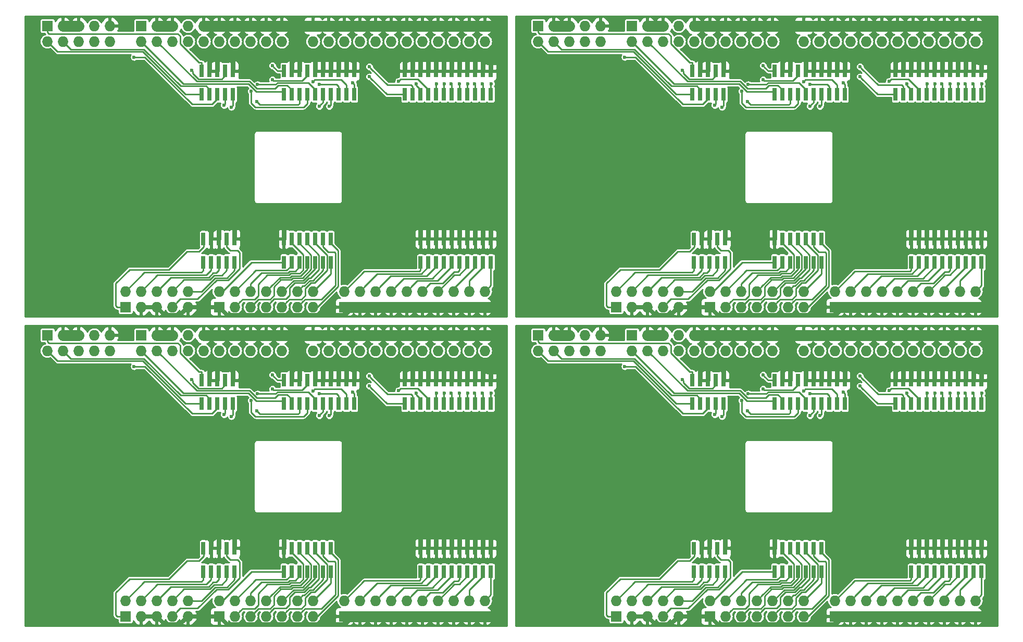
<source format=gtl>
G04 #@! TF.FileFunction,Copper,L1,Top,Signal*
%FSLAX46Y46*%
G04 Gerber Fmt 4.6, Leading zero omitted, Abs format (unit mm)*
G04 Created by KiCad (PCBNEW (after 2015-mar-04 BZR unknown)-product) date 2015年08月13日木曜日 20:06:45*
%MOMM*%
G01*
G04 APERTURE LIST*
%ADD10C,0.100000*%
%ADD11R,0.650000X2.150000*%
%ADD12R,1.727200X1.727200*%
%ADD13O,1.727200X1.727200*%
%ADD14C,0.600000*%
%ADD15C,0.254000*%
%ADD16C,0.762000*%
%ADD17C,1.778000*%
%ADD18C,0.635000*%
G04 APERTURE END LIST*
D10*
D11*
X64729400Y13116600D03*
X64729400Y9306600D03*
X65999400Y13116600D03*
X65999400Y9306600D03*
X67269400Y13116600D03*
X67269400Y9306600D03*
X68539400Y13116600D03*
X68539400Y9306600D03*
X69809400Y13116600D03*
X69809400Y9306600D03*
X72349400Y9306600D03*
X72349400Y13116600D03*
X71079400Y9306600D03*
X71079400Y13116600D03*
X74889400Y13116600D03*
X74889400Y9306600D03*
X76159400Y13116600D03*
X76159400Y9306600D03*
X73619400Y9306600D03*
X73619400Y13116600D03*
X76159400Y36611600D03*
X76159400Y40421600D03*
X74889400Y36611600D03*
X74889400Y40421600D03*
X62189400Y40421600D03*
X62189400Y36611600D03*
X63459400Y40421600D03*
X63459400Y36611600D03*
X64729400Y40421600D03*
X64729400Y36611600D03*
X65999400Y40421600D03*
X65999400Y36611600D03*
X67269400Y40421600D03*
X67269400Y36611600D03*
X69809400Y36611600D03*
X69809400Y40421600D03*
X68539400Y36611600D03*
X68539400Y40421600D03*
X72349400Y40421600D03*
X72349400Y36611600D03*
X73619400Y40421600D03*
X73619400Y36611600D03*
X71079400Y36611600D03*
X71079400Y40421600D03*
X51394400Y40421600D03*
X51394400Y36611600D03*
X53934400Y36611600D03*
X53934400Y40421600D03*
X52664400Y36611600D03*
X52664400Y40421600D03*
X42504400Y13116600D03*
X42504400Y9306600D03*
X43774400Y13116600D03*
X43774400Y9306600D03*
X45044400Y13116600D03*
X45044400Y9306600D03*
X46314400Y13116600D03*
X46314400Y9306600D03*
X47584400Y13116600D03*
X47584400Y9306600D03*
X50124400Y9306600D03*
X50124400Y13116600D03*
X48854400Y9306600D03*
X48854400Y13116600D03*
X48854400Y40421600D03*
X48854400Y36611600D03*
X50124400Y40421600D03*
X50124400Y36611600D03*
X47584400Y36611600D03*
X47584400Y40421600D03*
X46314400Y36611600D03*
X46314400Y40421600D03*
X45044400Y36611600D03*
X45044400Y40421600D03*
X43774400Y36611600D03*
X43774400Y40421600D03*
X42504400Y36611600D03*
X42504400Y40421600D03*
X34503400Y9306600D03*
X34503400Y13116600D03*
X33233400Y9306600D03*
X33233400Y13116600D03*
X31963400Y9306600D03*
X31963400Y13116600D03*
X30693400Y9306600D03*
X30693400Y13116600D03*
X29423400Y9306600D03*
X29423400Y13116600D03*
X29169400Y40421600D03*
X29169400Y36611600D03*
X30439400Y40421600D03*
X30439400Y36611600D03*
X31709400Y40421600D03*
X31709400Y36611600D03*
X32979400Y40421600D03*
X32979400Y36611600D03*
X34249400Y40421600D03*
X34249400Y36611600D03*
X144485400Y13116600D03*
X144485400Y9306600D03*
X145755400Y13116600D03*
X145755400Y9306600D03*
X147025400Y13116600D03*
X147025400Y9306600D03*
X148295400Y13116600D03*
X148295400Y9306600D03*
X149565400Y13116600D03*
X149565400Y9306600D03*
X152105400Y9306600D03*
X152105400Y13116600D03*
X150835400Y9306600D03*
X150835400Y13116600D03*
X154645400Y13116600D03*
X154645400Y9306600D03*
X155915400Y13116600D03*
X155915400Y9306600D03*
X153375400Y9306600D03*
X153375400Y13116600D03*
X155915400Y36611600D03*
X155915400Y40421600D03*
X154645400Y36611600D03*
X154645400Y40421600D03*
X141945400Y40421600D03*
X141945400Y36611600D03*
X143215400Y40421600D03*
X143215400Y36611600D03*
X144485400Y40421600D03*
X144485400Y36611600D03*
X145755400Y40421600D03*
X145755400Y36611600D03*
X147025400Y40421600D03*
X147025400Y36611600D03*
X149565400Y36611600D03*
X149565400Y40421600D03*
X148295400Y36611600D03*
X148295400Y40421600D03*
X152105400Y40421600D03*
X152105400Y36611600D03*
X153375400Y40421600D03*
X153375400Y36611600D03*
X150835400Y36611600D03*
X150835400Y40421600D03*
X131150400Y40421600D03*
X131150400Y36611600D03*
X133690400Y36611600D03*
X133690400Y40421600D03*
X132420400Y36611600D03*
X132420400Y40421600D03*
X122260400Y13116600D03*
X122260400Y9306600D03*
X123530400Y13116600D03*
X123530400Y9306600D03*
X124800400Y13116600D03*
X124800400Y9306600D03*
X126070400Y13116600D03*
X126070400Y9306600D03*
X127340400Y13116600D03*
X127340400Y9306600D03*
X129880400Y9306600D03*
X129880400Y13116600D03*
X128610400Y9306600D03*
X128610400Y13116600D03*
X128610400Y40421600D03*
X128610400Y36611600D03*
X129880400Y40421600D03*
X129880400Y36611600D03*
X127340400Y36611600D03*
X127340400Y40421600D03*
X126070400Y36611600D03*
X126070400Y40421600D03*
X124800400Y36611600D03*
X124800400Y40421600D03*
X123530400Y36611600D03*
X123530400Y40421600D03*
X122260400Y36611600D03*
X122260400Y40421600D03*
X114259400Y9306600D03*
X114259400Y13116600D03*
X112989400Y9306600D03*
X112989400Y13116600D03*
X111719400Y9306600D03*
X111719400Y13116600D03*
X110449400Y9306600D03*
X110449400Y13116600D03*
X109179400Y9306600D03*
X109179400Y13116600D03*
X108925400Y40421600D03*
X108925400Y36611600D03*
X110195400Y40421600D03*
X110195400Y36611600D03*
X111465400Y40421600D03*
X111465400Y36611600D03*
X112735400Y40421600D03*
X112735400Y36611600D03*
X114005400Y40421600D03*
X114005400Y36611600D03*
X144485400Y63408600D03*
X144485400Y59598600D03*
X145755400Y63408600D03*
X145755400Y59598600D03*
X147025400Y63408600D03*
X147025400Y59598600D03*
X148295400Y63408600D03*
X148295400Y59598600D03*
X149565400Y63408600D03*
X149565400Y59598600D03*
X152105400Y59598600D03*
X152105400Y63408600D03*
X150835400Y59598600D03*
X150835400Y63408600D03*
X154645400Y63408600D03*
X154645400Y59598600D03*
X155915400Y63408600D03*
X155915400Y59598600D03*
X153375400Y59598600D03*
X153375400Y63408600D03*
X155915400Y86903600D03*
X155915400Y90713600D03*
X154645400Y86903600D03*
X154645400Y90713600D03*
X141945400Y90713600D03*
X141945400Y86903600D03*
X143215400Y90713600D03*
X143215400Y86903600D03*
X144485400Y90713600D03*
X144485400Y86903600D03*
X145755400Y90713600D03*
X145755400Y86903600D03*
X147025400Y90713600D03*
X147025400Y86903600D03*
X149565400Y86903600D03*
X149565400Y90713600D03*
X148295400Y86903600D03*
X148295400Y90713600D03*
X152105400Y90713600D03*
X152105400Y86903600D03*
X153375400Y90713600D03*
X153375400Y86903600D03*
X150835400Y86903600D03*
X150835400Y90713600D03*
X131150400Y90713600D03*
X131150400Y86903600D03*
X133690400Y86903600D03*
X133690400Y90713600D03*
X132420400Y86903600D03*
X132420400Y90713600D03*
X122260400Y63408600D03*
X122260400Y59598600D03*
X123530400Y63408600D03*
X123530400Y59598600D03*
X124800400Y63408600D03*
X124800400Y59598600D03*
X126070400Y63408600D03*
X126070400Y59598600D03*
X127340400Y63408600D03*
X127340400Y59598600D03*
X129880400Y59598600D03*
X129880400Y63408600D03*
X128610400Y59598600D03*
X128610400Y63408600D03*
X128610400Y90713600D03*
X128610400Y86903600D03*
X129880400Y90713600D03*
X129880400Y86903600D03*
X127340400Y86903600D03*
X127340400Y90713600D03*
X126070400Y86903600D03*
X126070400Y90713600D03*
X124800400Y86903600D03*
X124800400Y90713600D03*
X123530400Y86903600D03*
X123530400Y90713600D03*
X122260400Y86903600D03*
X122260400Y90713600D03*
X114259400Y59598600D03*
X114259400Y63408600D03*
X112989400Y59598600D03*
X112989400Y63408600D03*
X111719400Y59598600D03*
X111719400Y63408600D03*
X110449400Y59598600D03*
X110449400Y63408600D03*
X109179400Y59598600D03*
X109179400Y63408600D03*
X108925400Y90713600D03*
X108925400Y86903600D03*
X110195400Y90713600D03*
X110195400Y86903600D03*
X111465400Y90713600D03*
X111465400Y86903600D03*
X112735400Y90713600D03*
X112735400Y86903600D03*
X114005400Y90713600D03*
X114005400Y86903600D03*
X64729400Y63408600D03*
X64729400Y59598600D03*
X65999400Y63408600D03*
X65999400Y59598600D03*
X67269400Y63408600D03*
X67269400Y59598600D03*
X68539400Y63408600D03*
X68539400Y59598600D03*
X69809400Y63408600D03*
X69809400Y59598600D03*
X72349400Y59598600D03*
X72349400Y63408600D03*
X71079400Y59598600D03*
X71079400Y63408600D03*
X74889400Y63408600D03*
X74889400Y59598600D03*
X76159400Y63408600D03*
X76159400Y59598600D03*
X73619400Y59598600D03*
X73619400Y63408600D03*
X76159400Y86903600D03*
X76159400Y90713600D03*
X74889400Y86903600D03*
X74889400Y90713600D03*
X62189400Y90713600D03*
X62189400Y86903600D03*
X63459400Y90713600D03*
X63459400Y86903600D03*
X64729400Y90713600D03*
X64729400Y86903600D03*
X65999400Y90713600D03*
X65999400Y86903600D03*
X67269400Y90713600D03*
X67269400Y86903600D03*
X69809400Y86903600D03*
X69809400Y90713600D03*
X68539400Y86903600D03*
X68539400Y90713600D03*
X72349400Y90713600D03*
X72349400Y86903600D03*
X73619400Y90713600D03*
X73619400Y86903600D03*
X71079400Y86903600D03*
X71079400Y90713600D03*
X51394400Y90713600D03*
X51394400Y86903600D03*
X53934400Y86903600D03*
X53934400Y90713600D03*
X52664400Y86903600D03*
X52664400Y90713600D03*
X42504400Y63408600D03*
X42504400Y59598600D03*
X43774400Y63408600D03*
X43774400Y59598600D03*
X45044400Y63408600D03*
X45044400Y59598600D03*
X46314400Y63408600D03*
X46314400Y59598600D03*
X47584400Y63408600D03*
X47584400Y59598600D03*
X50124400Y59598600D03*
X50124400Y63408600D03*
X48854400Y59598600D03*
X48854400Y63408600D03*
X48854400Y90713600D03*
X48854400Y86903600D03*
X50124400Y90713600D03*
X50124400Y86903600D03*
X47584400Y86903600D03*
X47584400Y90713600D03*
X46314400Y86903600D03*
X46314400Y90713600D03*
X45044400Y86903600D03*
X45044400Y90713600D03*
X43774400Y86903600D03*
X43774400Y90713600D03*
X42504400Y86903600D03*
X42504400Y90713600D03*
X34503400Y59598600D03*
X34503400Y63408600D03*
X33233400Y59598600D03*
X33233400Y63408600D03*
X31963400Y59598600D03*
X31963400Y63408600D03*
X30693400Y59598600D03*
X30693400Y63408600D03*
X29423400Y59598600D03*
X29423400Y63408600D03*
X29169400Y90713600D03*
X29169400Y86903600D03*
X30439400Y90713600D03*
X30439400Y86903600D03*
X31709400Y90713600D03*
X31709400Y86903600D03*
X32979400Y90713600D03*
X32979400Y86903600D03*
X34249400Y90713600D03*
X34249400Y86903600D03*
D12*
X127000400Y47752000D03*
D13*
X127000400Y45212000D03*
X129540400Y47752000D03*
X129540400Y45212000D03*
X132080400Y47752000D03*
X132080400Y45212000D03*
X134620400Y47752000D03*
X134620400Y45212000D03*
X137160400Y47752000D03*
X137160400Y45212000D03*
X139700400Y47752000D03*
X139700400Y45212000D03*
X142240400Y47752000D03*
X142240400Y45212000D03*
X144780400Y47752000D03*
X144780400Y45212000D03*
X147320400Y47752000D03*
X147320400Y45212000D03*
X149860400Y47752000D03*
X149860400Y45212000D03*
X152400400Y47752000D03*
X152400400Y45212000D03*
X154940400Y47752000D03*
X154940400Y45212000D03*
D12*
X99060400Y47752000D03*
D13*
X99060400Y45212000D03*
X101600400Y47752000D03*
X101600400Y45212000D03*
X104140400Y47752000D03*
X104140400Y45212000D03*
X106680400Y47752000D03*
X106680400Y45212000D03*
X109220400Y47752000D03*
X109220400Y45212000D03*
X111760400Y47752000D03*
X111760400Y45212000D03*
X114300400Y47752000D03*
X114300400Y45212000D03*
X116840400Y47752000D03*
X116840400Y45212000D03*
X119380400Y47752000D03*
X119380400Y45212000D03*
X121920400Y47752000D03*
X121920400Y45212000D03*
D12*
X132080000Y2032000D03*
D13*
X132080000Y4572000D03*
X134620000Y2032000D03*
X134620000Y4572000D03*
X137160000Y2032000D03*
X137160000Y4572000D03*
X139700000Y2032000D03*
X139700000Y4572000D03*
X142240000Y2032000D03*
X142240000Y4572000D03*
X144780000Y2032000D03*
X144780000Y4572000D03*
X147320000Y2032000D03*
X147320000Y4572000D03*
X149860000Y2032000D03*
X149860000Y4572000D03*
X152400000Y2032000D03*
X152400000Y4572000D03*
X154940000Y2032000D03*
X154940000Y4572000D03*
D12*
X111760400Y2032200D03*
D13*
X111760400Y4572200D03*
X114300400Y2032200D03*
X114300400Y4572200D03*
X116840400Y2032200D03*
X116840400Y4572200D03*
X119380400Y2032200D03*
X119380400Y4572200D03*
X121920400Y2032200D03*
X121920400Y4572200D03*
X124460400Y2032200D03*
X124460400Y4572200D03*
X127000400Y2032200D03*
X127000400Y4572200D03*
D12*
X96520400Y2032200D03*
D13*
X96520400Y4572200D03*
X99060400Y2032200D03*
X99060400Y4572200D03*
X101600400Y2032200D03*
X101600400Y4572200D03*
X104140400Y2032200D03*
X104140400Y4572200D03*
X106680400Y2032200D03*
X106680400Y4572200D03*
D12*
X83820400Y47752000D03*
D13*
X83820400Y45212000D03*
X86360400Y47752000D03*
X86360400Y45212000D03*
X88900400Y47752000D03*
X88900400Y45212000D03*
X91440400Y47752000D03*
X91440400Y45212000D03*
X93980400Y47752000D03*
X93980400Y45212000D03*
D12*
X83820400Y98044000D03*
D13*
X83820400Y95504000D03*
X86360400Y98044000D03*
X86360400Y95504000D03*
X88900400Y98044000D03*
X88900400Y95504000D03*
X91440400Y98044000D03*
X91440400Y95504000D03*
X93980400Y98044000D03*
X93980400Y95504000D03*
D12*
X96520400Y52324200D03*
D13*
X96520400Y54864200D03*
X99060400Y52324200D03*
X99060400Y54864200D03*
X101600400Y52324200D03*
X101600400Y54864200D03*
X104140400Y52324200D03*
X104140400Y54864200D03*
X106680400Y52324200D03*
X106680400Y54864200D03*
D12*
X111760400Y52324200D03*
D13*
X111760400Y54864200D03*
X114300400Y52324200D03*
X114300400Y54864200D03*
X116840400Y52324200D03*
X116840400Y54864200D03*
X119380400Y52324200D03*
X119380400Y54864200D03*
X121920400Y52324200D03*
X121920400Y54864200D03*
X124460400Y52324200D03*
X124460400Y54864200D03*
X127000400Y52324200D03*
X127000400Y54864200D03*
D12*
X132080000Y52324000D03*
D13*
X132080000Y54864000D03*
X134620000Y52324000D03*
X134620000Y54864000D03*
X137160000Y52324000D03*
X137160000Y54864000D03*
X139700000Y52324000D03*
X139700000Y54864000D03*
X142240000Y52324000D03*
X142240000Y54864000D03*
X144780000Y52324000D03*
X144780000Y54864000D03*
X147320000Y52324000D03*
X147320000Y54864000D03*
X149860000Y52324000D03*
X149860000Y54864000D03*
X152400000Y52324000D03*
X152400000Y54864000D03*
X154940000Y52324000D03*
X154940000Y54864000D03*
D12*
X99060400Y98044000D03*
D13*
X99060400Y95504000D03*
X101600400Y98044000D03*
X101600400Y95504000D03*
X104140400Y98044000D03*
X104140400Y95504000D03*
X106680400Y98044000D03*
X106680400Y95504000D03*
X109220400Y98044000D03*
X109220400Y95504000D03*
X111760400Y98044000D03*
X111760400Y95504000D03*
X114300400Y98044000D03*
X114300400Y95504000D03*
X116840400Y98044000D03*
X116840400Y95504000D03*
X119380400Y98044000D03*
X119380400Y95504000D03*
X121920400Y98044000D03*
X121920400Y95504000D03*
D12*
X127000400Y98044000D03*
D13*
X127000400Y95504000D03*
X129540400Y98044000D03*
X129540400Y95504000D03*
X132080400Y98044000D03*
X132080400Y95504000D03*
X134620400Y98044000D03*
X134620400Y95504000D03*
X137160400Y98044000D03*
X137160400Y95504000D03*
X139700400Y98044000D03*
X139700400Y95504000D03*
X142240400Y98044000D03*
X142240400Y95504000D03*
X144780400Y98044000D03*
X144780400Y95504000D03*
X147320400Y98044000D03*
X147320400Y95504000D03*
X149860400Y98044000D03*
X149860400Y95504000D03*
X152400400Y98044000D03*
X152400400Y95504000D03*
X154940400Y98044000D03*
X154940400Y95504000D03*
D12*
X47244400Y98044000D03*
D13*
X47244400Y95504000D03*
X49784400Y98044000D03*
X49784400Y95504000D03*
X52324400Y98044000D03*
X52324400Y95504000D03*
X54864400Y98044000D03*
X54864400Y95504000D03*
X57404400Y98044000D03*
X57404400Y95504000D03*
X59944400Y98044000D03*
X59944400Y95504000D03*
X62484400Y98044000D03*
X62484400Y95504000D03*
X65024400Y98044000D03*
X65024400Y95504000D03*
X67564400Y98044000D03*
X67564400Y95504000D03*
X70104400Y98044000D03*
X70104400Y95504000D03*
X72644400Y98044000D03*
X72644400Y95504000D03*
X75184400Y98044000D03*
X75184400Y95504000D03*
D12*
X19304400Y98044000D03*
D13*
X19304400Y95504000D03*
X21844400Y98044000D03*
X21844400Y95504000D03*
X24384400Y98044000D03*
X24384400Y95504000D03*
X26924400Y98044000D03*
X26924400Y95504000D03*
X29464400Y98044000D03*
X29464400Y95504000D03*
X32004400Y98044000D03*
X32004400Y95504000D03*
X34544400Y98044000D03*
X34544400Y95504000D03*
X37084400Y98044000D03*
X37084400Y95504000D03*
X39624400Y98044000D03*
X39624400Y95504000D03*
X42164400Y98044000D03*
X42164400Y95504000D03*
D12*
X52324000Y52324000D03*
D13*
X52324000Y54864000D03*
X54864000Y52324000D03*
X54864000Y54864000D03*
X57404000Y52324000D03*
X57404000Y54864000D03*
X59944000Y52324000D03*
X59944000Y54864000D03*
X62484000Y52324000D03*
X62484000Y54864000D03*
X65024000Y52324000D03*
X65024000Y54864000D03*
X67564000Y52324000D03*
X67564000Y54864000D03*
X70104000Y52324000D03*
X70104000Y54864000D03*
X72644000Y52324000D03*
X72644000Y54864000D03*
X75184000Y52324000D03*
X75184000Y54864000D03*
D12*
X32004400Y52324200D03*
D13*
X32004400Y54864200D03*
X34544400Y52324200D03*
X34544400Y54864200D03*
X37084400Y52324200D03*
X37084400Y54864200D03*
X39624400Y52324200D03*
X39624400Y54864200D03*
X42164400Y52324200D03*
X42164400Y54864200D03*
X44704400Y52324200D03*
X44704400Y54864200D03*
X47244400Y52324200D03*
X47244400Y54864200D03*
D12*
X16764400Y52324200D03*
D13*
X16764400Y54864200D03*
X19304400Y52324200D03*
X19304400Y54864200D03*
X21844400Y52324200D03*
X21844400Y54864200D03*
X24384400Y52324200D03*
X24384400Y54864200D03*
X26924400Y52324200D03*
X26924400Y54864200D03*
D12*
X4064400Y98044000D03*
D13*
X4064400Y95504000D03*
X6604400Y98044000D03*
X6604400Y95504000D03*
X9144400Y98044000D03*
X9144400Y95504000D03*
X11684400Y98044000D03*
X11684400Y95504000D03*
X14224400Y98044000D03*
X14224400Y95504000D03*
D12*
X4064400Y47752000D03*
D13*
X4064400Y45212000D03*
X6604400Y47752000D03*
X6604400Y45212000D03*
X9144400Y47752000D03*
X9144400Y45212000D03*
X11684400Y47752000D03*
X11684400Y45212000D03*
X14224400Y47752000D03*
X14224400Y45212000D03*
D12*
X16764400Y2032200D03*
D13*
X16764400Y4572200D03*
X19304400Y2032200D03*
X19304400Y4572200D03*
X21844400Y2032200D03*
X21844400Y4572200D03*
X24384400Y2032200D03*
X24384400Y4572200D03*
X26924400Y2032200D03*
X26924400Y4572200D03*
D12*
X32004400Y2032200D03*
D13*
X32004400Y4572200D03*
X34544400Y2032200D03*
X34544400Y4572200D03*
X37084400Y2032200D03*
X37084400Y4572200D03*
X39624400Y2032200D03*
X39624400Y4572200D03*
X42164400Y2032200D03*
X42164400Y4572200D03*
X44704400Y2032200D03*
X44704400Y4572200D03*
X47244400Y2032200D03*
X47244400Y4572200D03*
D12*
X52324000Y2032000D03*
D13*
X52324000Y4572000D03*
X54864000Y2032000D03*
X54864000Y4572000D03*
X57404000Y2032000D03*
X57404000Y4572000D03*
X59944000Y2032000D03*
X59944000Y4572000D03*
X62484000Y2032000D03*
X62484000Y4572000D03*
X65024000Y2032000D03*
X65024000Y4572000D03*
X67564000Y2032000D03*
X67564000Y4572000D03*
X70104000Y2032000D03*
X70104000Y4572000D03*
X72644000Y2032000D03*
X72644000Y4572000D03*
X75184000Y2032000D03*
X75184000Y4572000D03*
D12*
X19304400Y47752000D03*
D13*
X19304400Y45212000D03*
X21844400Y47752000D03*
X21844400Y45212000D03*
X24384400Y47752000D03*
X24384400Y45212000D03*
X26924400Y47752000D03*
X26924400Y45212000D03*
X29464400Y47752000D03*
X29464400Y45212000D03*
X32004400Y47752000D03*
X32004400Y45212000D03*
X34544400Y47752000D03*
X34544400Y45212000D03*
X37084400Y47752000D03*
X37084400Y45212000D03*
X39624400Y47752000D03*
X39624400Y45212000D03*
X42164400Y47752000D03*
X42164400Y45212000D03*
D12*
X47244400Y47752000D03*
D13*
X47244400Y45212000D03*
X49784400Y47752000D03*
X49784400Y45212000D03*
X52324400Y47752000D03*
X52324400Y45212000D03*
X54864400Y47752000D03*
X54864400Y45212000D03*
X57404400Y47752000D03*
X57404400Y45212000D03*
X59944400Y47752000D03*
X59944400Y45212000D03*
X62484400Y47752000D03*
X62484400Y45212000D03*
X65024400Y47752000D03*
X65024400Y45212000D03*
X67564400Y47752000D03*
X67564400Y45212000D03*
X70104400Y47752000D03*
X70104400Y45212000D03*
X72644400Y47752000D03*
X72644400Y45212000D03*
X75184400Y47752000D03*
X75184400Y45212000D03*
D14*
X97917000Y42672000D03*
X97917000Y92964000D03*
X18161000Y92964000D03*
X18161000Y42672000D03*
X107280551Y40518151D03*
X107280551Y90810151D03*
X27524551Y90810151D03*
X27524551Y40518151D03*
X112522000Y34823400D03*
X112522000Y85115400D03*
X32766000Y85115400D03*
X32766000Y34823400D03*
X113741200Y34544000D03*
X113741200Y84836000D03*
X33985200Y84836000D03*
X33985200Y34544000D03*
X120396000Y41275000D03*
X120396000Y91567000D03*
X40640000Y91567000D03*
X40640000Y41275000D03*
X117856008Y35458400D03*
X117856008Y85750400D03*
X38100008Y85750400D03*
X38100008Y35458400D03*
X120395994Y38989000D03*
X120395994Y89281000D03*
X40639994Y89281000D03*
X40639994Y38989000D03*
X116952122Y37094522D03*
X116952122Y87386522D03*
X37196122Y87386522D03*
X37196122Y37094522D03*
X117982781Y38206116D03*
X117982781Y88498116D03*
X38226781Y88498116D03*
X38226781Y38206116D03*
X128016000Y34671000D03*
X128016000Y84963000D03*
X48260000Y84963000D03*
X48260000Y34671000D03*
X129667000Y34670996D03*
X129667000Y84962996D03*
X49911000Y84962996D03*
X49911000Y34670996D03*
X128016000Y38201600D03*
X128016000Y88493600D03*
X48260000Y88493600D03*
X48260000Y38201600D03*
X127000000Y38654020D03*
X127000000Y88946020D03*
X47244000Y88946020D03*
X47244000Y38654020D03*
X133477000Y38481008D03*
X133477000Y88773008D03*
X53721000Y88773008D03*
X53721000Y38481008D03*
X136144000Y39471600D03*
X136144000Y89763600D03*
X56388000Y89763600D03*
X56388000Y39471600D03*
X136144000Y41097200D03*
X136144000Y91389200D03*
X56388000Y91389200D03*
X56388000Y41097200D03*
X143814800Y38354000D03*
X143814800Y88646000D03*
X64058800Y88646000D03*
X64058800Y38354000D03*
X140919196Y38760400D03*
X140919196Y89052400D03*
X61163196Y89052400D03*
X61163196Y38760400D03*
X147066000Y38354000D03*
X147066000Y88646000D03*
X67310000Y88646000D03*
X67310000Y38354000D03*
X148336000Y38354000D03*
X148336000Y88646000D03*
X68580000Y88646000D03*
X68580000Y38354000D03*
X149479000Y38354000D03*
X149479000Y88646000D03*
X69723000Y88646000D03*
X69723000Y38354000D03*
X150825200Y38354000D03*
X150825200Y88646000D03*
X71069200Y88646000D03*
X71069200Y38354000D03*
X152145998Y38354000D03*
X152145998Y88646000D03*
X72389998Y88646000D03*
X72389998Y38354000D03*
X153289000Y38354000D03*
X153289000Y88646000D03*
X73533000Y88646000D03*
X73533000Y38354000D03*
X154533600Y38354000D03*
X154533600Y88646000D03*
X74777600Y88646000D03*
X74777600Y38354000D03*
X155956000Y38353996D03*
X155956000Y88645996D03*
X76200000Y88645996D03*
X76200000Y38353996D03*
D15*
X94945200Y2222500D02*
X95135500Y2032200D01*
X94945200Y5880100D02*
X94945200Y2222500D01*
X97167700Y8102600D02*
X94945200Y5880100D01*
X103586400Y8102600D02*
X97167700Y8102600D01*
X106545500Y11061700D02*
X103586400Y8102600D01*
X108483400Y11061700D02*
X106545500Y11061700D01*
X109194600Y11772900D02*
X108483400Y11061700D01*
X109194600Y13101400D02*
X109194600Y11772900D01*
X95135500Y2032200D02*
X96520400Y2032200D01*
X109179400Y13116600D02*
X109194600Y13101400D01*
X109179400Y63408600D02*
X109194600Y63393400D01*
X95135500Y52324200D02*
X96520400Y52324200D01*
X109194600Y63393400D02*
X109194600Y62064900D01*
X109194600Y62064900D02*
X108483400Y61353700D01*
X108483400Y61353700D02*
X106545500Y61353700D01*
X106545500Y61353700D02*
X103586400Y58394600D01*
X103586400Y58394600D02*
X97167700Y58394600D01*
X97167700Y58394600D02*
X94945200Y56172100D01*
X94945200Y56172100D02*
X94945200Y52514500D01*
X94945200Y52514500D02*
X95135500Y52324200D01*
X15189200Y52514500D02*
X15379500Y52324200D01*
X15189200Y56172100D02*
X15189200Y52514500D01*
X17411700Y58394600D02*
X15189200Y56172100D01*
X23830400Y58394600D02*
X17411700Y58394600D01*
X26789500Y61353700D02*
X23830400Y58394600D01*
X28727400Y61353700D02*
X26789500Y61353700D01*
X29438600Y62064900D02*
X28727400Y61353700D01*
X29438600Y63393400D02*
X29438600Y62064900D01*
X15379500Y52324200D02*
X16764400Y52324200D01*
X29423400Y63408600D02*
X29438600Y63393400D01*
X29423400Y13116600D02*
X29438600Y13101400D01*
X15379500Y2032200D02*
X16764400Y2032200D01*
X29438600Y13101400D02*
X29438600Y11772900D01*
X29438600Y11772900D02*
X28727400Y11061700D01*
X28727400Y11061700D02*
X26789500Y11061700D01*
X26789500Y11061700D02*
X23830400Y8102600D01*
X23830400Y8102600D02*
X17411700Y8102600D01*
X17411700Y8102600D02*
X15189200Y5880100D01*
X15189200Y5880100D02*
X15189200Y2222500D01*
X15189200Y2222500D02*
X15379500Y2032200D01*
X109179400Y7985800D02*
X109179400Y9306600D01*
X108851700Y7658100D02*
X109179400Y7985800D01*
X99606300Y7658100D02*
X108851700Y7658100D01*
X96520400Y4572200D02*
X99606300Y7658100D01*
X96520400Y54864200D02*
X99606300Y57950100D01*
X99606300Y57950100D02*
X108851700Y57950100D01*
X108851700Y57950100D02*
X109179400Y58277800D01*
X109179400Y58277800D02*
X109179400Y59598600D01*
X29423400Y58277800D02*
X29423400Y59598600D01*
X29095700Y57950100D02*
X29423400Y58277800D01*
X19850300Y57950100D02*
X29095700Y57950100D01*
X16764400Y54864200D02*
X19850300Y57950100D01*
X16764400Y4572200D02*
X19850300Y7658100D01*
X19850300Y7658100D02*
X29095700Y7658100D01*
X29095700Y7658100D02*
X29423400Y7985800D01*
X29423400Y7985800D02*
X29423400Y9306600D01*
D16*
X111719400Y13116600D02*
X111719400Y15286200D01*
X114259400Y13116600D02*
X114259400Y14544200D01*
X113786801Y42591001D02*
X123737999Y42591001D01*
X123737999Y42591001D02*
X124002400Y42326600D01*
X113522400Y42326600D02*
X113786801Y42591001D01*
D17*
X156565400Y47752000D02*
X154940400Y47752000D01*
X157779400Y46537900D02*
X156565400Y47752000D01*
X157779400Y43180000D02*
X157779400Y46537900D01*
X156926400Y42326600D02*
X157779400Y43180000D01*
X155432400Y42326600D02*
X156926400Y42326600D01*
X86360400Y47752000D02*
X88900400Y47752000D01*
D16*
X152097400Y42326600D02*
X150804400Y42326600D01*
X152105400Y42318800D02*
X152097400Y42326600D01*
X152105400Y40421600D02*
X152105400Y42318800D01*
X150804400Y42326600D02*
X149566400Y42326600D01*
X150835400Y42295400D02*
X150804400Y42326600D01*
X150835400Y40421600D02*
X150835400Y42295400D01*
X149566400Y42326600D02*
X148346400Y42326600D01*
X149565400Y42326000D02*
X149566400Y42326600D01*
X149565400Y40421600D02*
X149565400Y42326000D01*
X148346400Y42326600D02*
X147058400Y42326600D01*
X148346400Y42309300D02*
X148346400Y42326600D01*
X148295400Y42258600D02*
X148346400Y42309300D01*
X148295400Y40421600D02*
X148295400Y42258600D01*
X147058400Y42326600D02*
X145791400Y42326600D01*
X147025400Y42293100D02*
X147058400Y42326600D01*
X147025400Y40421600D02*
X147025400Y42293100D01*
X145791400Y42326600D02*
X144518400Y42326600D01*
X145755400Y42290600D02*
X145791400Y42326600D01*
X145755400Y40421600D02*
X145755400Y42290600D01*
X144518400Y42326600D02*
X143278400Y42326600D01*
X144485400Y42293200D02*
X144518400Y42326600D01*
X144485400Y40421600D02*
X144485400Y42293200D01*
X143278400Y42326600D02*
X142417400Y42326600D01*
X143278400Y42321300D02*
X143278400Y42326600D01*
X143215400Y42258600D02*
X143278400Y42321300D01*
X143215400Y40421600D02*
X143215400Y42258600D01*
X133218400Y42326600D02*
X142417400Y42326600D01*
X155915400Y41844000D02*
X155432400Y42326600D01*
X155915400Y40421600D02*
X155915400Y41844000D01*
X141945400Y41854100D02*
X141945400Y40421600D01*
X142417400Y42326600D02*
X141945400Y41854100D01*
X132420400Y42298100D02*
X132391400Y42326600D01*
X132420400Y40421600D02*
X132420400Y42298100D01*
X124800400Y42295300D02*
X124831400Y42326600D01*
X124800400Y40421600D02*
X124800400Y42295300D01*
X130033400Y42326600D02*
X131088400Y42326600D01*
X131150400Y42264600D02*
X131088400Y42326600D01*
X131150400Y40421600D02*
X131150400Y42264600D01*
X125661400Y42326600D02*
X126041400Y42326600D01*
X111465400Y42316200D02*
X111475400Y42326600D01*
X111465400Y40421600D02*
X111465400Y42316200D01*
X114005400Y41844000D02*
X114005400Y40421600D01*
X113522400Y42326600D02*
X114005400Y41844000D01*
X123530400Y41854100D02*
X124002400Y42326600D01*
X123530400Y40421600D02*
X123530400Y41854100D01*
X133690400Y41854100D02*
X133690400Y40421600D01*
X133218400Y42326600D02*
X133690400Y41854100D01*
X110672400Y42326600D02*
X111475400Y42326600D01*
X110195400Y41849000D02*
X110672400Y42326600D01*
X110195400Y40421600D02*
X110195400Y41849000D01*
X111475400Y42326600D02*
X113522400Y42326600D01*
X125661400Y42326600D02*
X126041400Y42326600D01*
X128678400Y42326600D02*
X129545400Y42326600D01*
X128610400Y42258600D02*
X128678400Y42326600D01*
X128610400Y40421600D02*
X128610400Y42258600D01*
X128678400Y42326600D02*
X129545400Y42326600D01*
X126041400Y42326600D02*
X127408400Y42326600D01*
X127340400Y42258600D02*
X127408400Y42326600D01*
X127340400Y40421600D02*
X127340400Y42258600D01*
X127408400Y42326600D02*
X127584400Y42326600D01*
X127408400Y42326600D02*
X127584400Y42326600D01*
X127584400Y42326600D02*
X128678400Y42326600D01*
X129545400Y42326600D02*
X129948400Y42326600D01*
X129948400Y42326600D02*
X130033400Y42326600D01*
X129880400Y42258600D02*
X129948400Y42326600D01*
X129880400Y40421600D02*
X129880400Y42258600D01*
X129948400Y42326600D02*
X130033400Y42326600D01*
X124002400Y42326600D02*
X124831400Y42326600D01*
X124831400Y42326600D02*
X125661400Y42326600D01*
X131088400Y42326600D02*
X132391400Y42326600D01*
X132391400Y42326600D02*
X133218400Y42326600D01*
X153519400Y42326600D02*
X153443400Y42326600D01*
X153443400Y42326600D02*
X152097400Y42326600D01*
X153375400Y42258600D02*
X153443400Y42326600D01*
X153375400Y40421600D02*
X153375400Y42258600D01*
X153443400Y42326600D02*
X153519400Y42326600D01*
X155432400Y42326600D02*
X154577400Y42326600D01*
X154577400Y42326600D02*
X154402400Y42326600D01*
X154577400Y42326600D02*
X154402400Y42326600D01*
X154402400Y42326600D02*
X153519400Y42326600D01*
X155915400Y14544200D02*
X155915400Y13116600D01*
X155915400Y13116600D02*
X155915400Y13116200D01*
X144485400Y13116200D02*
X144485400Y13116600D01*
X144485400Y13116600D02*
X144485400Y14554200D01*
X153375400Y13116200D02*
X153375400Y13116600D01*
X153375400Y13116600D02*
X153375400Y15370200D01*
X148295400Y13116200D02*
X148295400Y13116600D01*
X148295400Y13116600D02*
X148295400Y15327200D01*
X147025400Y13116200D02*
X147025400Y13116600D01*
X147025400Y13116600D02*
X147025400Y15361200D01*
X145755400Y13116200D02*
X145755400Y13116600D01*
X145755400Y13116600D02*
X145755400Y15429200D01*
X154645400Y13116200D02*
X154645400Y13116600D01*
X154645400Y13116600D02*
X154645400Y15260200D01*
X110449400Y13116600D02*
X110449400Y14539200D01*
D17*
X119380400Y47752000D02*
X121920400Y47752000D01*
X154940400Y47752000D02*
X152400400Y47752000D01*
X152400400Y47752000D02*
X149860400Y47752000D01*
X116840400Y47752000D02*
X119380400Y47752000D01*
D16*
X122260400Y13116200D02*
X122260400Y13116600D01*
X122260400Y13116600D02*
X122260400Y14549200D01*
D17*
X114300400Y47752000D02*
X116840400Y47752000D01*
X149860400Y47752000D02*
X147320400Y47752000D01*
X147320400Y47752000D02*
X144780400Y47752000D01*
X109220400Y47752000D02*
X111760400Y47752000D01*
X111760400Y47752000D02*
X114300400Y47752000D01*
X144780400Y47752000D02*
X142240400Y47752000D01*
X142240400Y47752000D02*
X139700400Y47752000D01*
X139700400Y47752000D02*
X137160400Y47752000D01*
X137160400Y47752000D02*
X134620400Y47752000D01*
X134620400Y47752000D02*
X132080400Y47752000D01*
X132080400Y47752000D02*
X129540400Y47752000D01*
X129540400Y47752000D02*
X127000400Y47752000D01*
X127000400Y47752000D02*
X121920400Y47752000D01*
X101600400Y47752000D02*
X101813600Y47752000D01*
X101813600Y47752000D02*
X104140400Y47752000D01*
D16*
X154645400Y42258600D02*
X154577400Y42326600D01*
X154645400Y40421600D02*
X154645400Y42258600D01*
X149565400Y15345075D02*
X149447275Y15463200D01*
X149565400Y13116600D02*
X149565400Y15345075D01*
X150835400Y15406657D02*
X150778857Y15463200D01*
X150835400Y13116600D02*
X150835400Y15406657D01*
D17*
X149447275Y15463200D02*
X150778857Y15463200D01*
D16*
X152105400Y15402680D02*
X152165920Y15463200D01*
X152105400Y13116600D02*
X152105400Y15402680D01*
D17*
X150778857Y15463200D02*
X152165920Y15463200D01*
X152105400Y15402680D02*
X156860120Y15402680D01*
X156860120Y15402680D02*
X157657800Y14605000D01*
X156161314Y2032000D02*
X154940000Y2032000D01*
X157657800Y3528486D02*
X156161314Y2032000D01*
X157657800Y14605000D02*
X157657800Y3528486D01*
D18*
X99060400Y2032200D02*
X101600400Y2032200D01*
X102908501Y724099D02*
X105372299Y724099D01*
X101600400Y2032200D02*
X102908501Y724099D01*
X106680400Y2032200D02*
X111760400Y2032200D01*
X105372299Y724099D02*
X106680400Y2032200D01*
D17*
X133534757Y2032000D02*
X154940000Y2032000D01*
X132080000Y2032000D02*
X133534757Y2032000D01*
X122382886Y15463200D02*
X149447275Y15463200D01*
X110903700Y15463200D02*
X122382886Y15463200D01*
X110451900Y15011400D02*
X110903700Y15463200D01*
D18*
X113068501Y724099D02*
X132226856Y724099D01*
X132226856Y724099D02*
X133534757Y2032000D01*
X111760400Y2032200D02*
X113068501Y724099D01*
X111760400Y52324200D02*
X113068501Y51016099D01*
X132226856Y51016099D02*
X133534757Y52324000D01*
X113068501Y51016099D02*
X132226856Y51016099D01*
D17*
X110451900Y65303400D02*
X110903700Y65755200D01*
X110903700Y65755200D02*
X122382886Y65755200D01*
X122382886Y65755200D02*
X149447275Y65755200D01*
X132080000Y52324000D02*
X133534757Y52324000D01*
X133534757Y52324000D02*
X154940000Y52324000D01*
D18*
X105372299Y51016099D02*
X106680400Y52324200D01*
X106680400Y52324200D02*
X111760400Y52324200D01*
X101600400Y52324200D02*
X102908501Y51016099D01*
X102908501Y51016099D02*
X105372299Y51016099D01*
X99060400Y52324200D02*
X101600400Y52324200D01*
D17*
X157657800Y64897000D02*
X157657800Y53820486D01*
X157657800Y53820486D02*
X156161314Y52324000D01*
X156161314Y52324000D02*
X154940000Y52324000D01*
X156860120Y65694680D02*
X157657800Y64897000D01*
X152105400Y65694680D02*
X156860120Y65694680D01*
X150778857Y65755200D02*
X152165920Y65755200D01*
D16*
X152105400Y63408600D02*
X152105400Y65694680D01*
X152105400Y65694680D02*
X152165920Y65755200D01*
D17*
X149447275Y65755200D02*
X150778857Y65755200D01*
D16*
X150835400Y63408600D02*
X150835400Y65698657D01*
X150835400Y65698657D02*
X150778857Y65755200D01*
X149565400Y63408600D02*
X149565400Y65637075D01*
X149565400Y65637075D02*
X149447275Y65755200D01*
X154645400Y90713600D02*
X154645400Y92550600D01*
X154645400Y92550600D02*
X154577400Y92618600D01*
D17*
X101813600Y98044000D02*
X104140400Y98044000D01*
X101600400Y98044000D02*
X101813600Y98044000D01*
X127000400Y98044000D02*
X121920400Y98044000D01*
X129540400Y98044000D02*
X127000400Y98044000D01*
X132080400Y98044000D02*
X129540400Y98044000D01*
X134620400Y98044000D02*
X132080400Y98044000D01*
X137160400Y98044000D02*
X134620400Y98044000D01*
X139700400Y98044000D02*
X137160400Y98044000D01*
X142240400Y98044000D02*
X139700400Y98044000D01*
X144780400Y98044000D02*
X142240400Y98044000D01*
X111760400Y98044000D02*
X114300400Y98044000D01*
X109220400Y98044000D02*
X111760400Y98044000D01*
X147320400Y98044000D02*
X144780400Y98044000D01*
X149860400Y98044000D02*
X147320400Y98044000D01*
X114300400Y98044000D02*
X116840400Y98044000D01*
D16*
X122260400Y63408600D02*
X122260400Y64841200D01*
X122260400Y63408200D02*
X122260400Y63408600D01*
D17*
X116840400Y98044000D02*
X119380400Y98044000D01*
X152400400Y98044000D02*
X149860400Y98044000D01*
X154940400Y98044000D02*
X152400400Y98044000D01*
X119380400Y98044000D02*
X121920400Y98044000D01*
D16*
X110449400Y63408600D02*
X110449400Y64831200D01*
X154645400Y63408600D02*
X154645400Y65552200D01*
X154645400Y63408200D02*
X154645400Y63408600D01*
X145755400Y63408600D02*
X145755400Y65721200D01*
X145755400Y63408200D02*
X145755400Y63408600D01*
X147025400Y63408600D02*
X147025400Y65653200D01*
X147025400Y63408200D02*
X147025400Y63408600D01*
X148295400Y63408600D02*
X148295400Y65619200D01*
X148295400Y63408200D02*
X148295400Y63408600D01*
X153375400Y63408600D02*
X153375400Y65662200D01*
X153375400Y63408200D02*
X153375400Y63408600D01*
X144485400Y63408600D02*
X144485400Y64846200D01*
X144485400Y63408200D02*
X144485400Y63408600D01*
X155915400Y63408600D02*
X155915400Y63408200D01*
X155915400Y64836200D02*
X155915400Y63408600D01*
X154402400Y92618600D02*
X153519400Y92618600D01*
X154577400Y92618600D02*
X154402400Y92618600D01*
X154577400Y92618600D02*
X154402400Y92618600D01*
X155432400Y92618600D02*
X154577400Y92618600D01*
X153443400Y92618600D02*
X153519400Y92618600D01*
X153375400Y90713600D02*
X153375400Y92550600D01*
X153375400Y92550600D02*
X153443400Y92618600D01*
X153443400Y92618600D02*
X152097400Y92618600D01*
X153519400Y92618600D02*
X153443400Y92618600D01*
X132391400Y92618600D02*
X133218400Y92618600D01*
X131088400Y92618600D02*
X132391400Y92618600D01*
X124831400Y92618600D02*
X125661400Y92618600D01*
X124002400Y92618600D02*
X124831400Y92618600D01*
X129948400Y92618600D02*
X130033400Y92618600D01*
X129880400Y90713600D02*
X129880400Y92550600D01*
X129880400Y92550600D02*
X129948400Y92618600D01*
X129948400Y92618600D02*
X130033400Y92618600D01*
X129545400Y92618600D02*
X129948400Y92618600D01*
X127584400Y92618600D02*
X128678400Y92618600D01*
X127408400Y92618600D02*
X127584400Y92618600D01*
X127408400Y92618600D02*
X127584400Y92618600D01*
X127340400Y90713600D02*
X127340400Y92550600D01*
X127340400Y92550600D02*
X127408400Y92618600D01*
X126041400Y92618600D02*
X127408400Y92618600D01*
X128678400Y92618600D02*
X129545400Y92618600D01*
X128610400Y90713600D02*
X128610400Y92550600D01*
X128610400Y92550600D02*
X128678400Y92618600D01*
X128678400Y92618600D02*
X129545400Y92618600D01*
X125661400Y92618600D02*
X126041400Y92618600D01*
X111475400Y92618600D02*
X113522400Y92618600D01*
X110195400Y90713600D02*
X110195400Y92141000D01*
X110195400Y92141000D02*
X110672400Y92618600D01*
X110672400Y92618600D02*
X111475400Y92618600D01*
X133218400Y92618600D02*
X133690400Y92146100D01*
X133690400Y92146100D02*
X133690400Y90713600D01*
X123530400Y90713600D02*
X123530400Y92146100D01*
X123530400Y92146100D02*
X124002400Y92618600D01*
X113522400Y92618600D02*
X114005400Y92136000D01*
X114005400Y92136000D02*
X114005400Y90713600D01*
X111465400Y90713600D02*
X111465400Y92608200D01*
X111465400Y92608200D02*
X111475400Y92618600D01*
X125661400Y92618600D02*
X126041400Y92618600D01*
X131150400Y90713600D02*
X131150400Y92556600D01*
X131150400Y92556600D02*
X131088400Y92618600D01*
X130033400Y92618600D02*
X131088400Y92618600D01*
X124800400Y90713600D02*
X124800400Y92587300D01*
X124800400Y92587300D02*
X124831400Y92618600D01*
X132420400Y90713600D02*
X132420400Y92590100D01*
X132420400Y92590100D02*
X132391400Y92618600D01*
X142417400Y92618600D02*
X141945400Y92146100D01*
X141945400Y92146100D02*
X141945400Y90713600D01*
X155915400Y90713600D02*
X155915400Y92136000D01*
X155915400Y92136000D02*
X155432400Y92618600D01*
X133218400Y92618600D02*
X142417400Y92618600D01*
X143215400Y90713600D02*
X143215400Y92550600D01*
X143215400Y92550600D02*
X143278400Y92613300D01*
X143278400Y92613300D02*
X143278400Y92618600D01*
X143278400Y92618600D02*
X142417400Y92618600D01*
X144485400Y90713600D02*
X144485400Y92585200D01*
X144485400Y92585200D02*
X144518400Y92618600D01*
X144518400Y92618600D02*
X143278400Y92618600D01*
X145755400Y90713600D02*
X145755400Y92582600D01*
X145755400Y92582600D02*
X145791400Y92618600D01*
X145791400Y92618600D02*
X144518400Y92618600D01*
X147025400Y90713600D02*
X147025400Y92585100D01*
X147025400Y92585100D02*
X147058400Y92618600D01*
X147058400Y92618600D02*
X145791400Y92618600D01*
X148295400Y90713600D02*
X148295400Y92550600D01*
X148295400Y92550600D02*
X148346400Y92601300D01*
X148346400Y92601300D02*
X148346400Y92618600D01*
X148346400Y92618600D02*
X147058400Y92618600D01*
X149565400Y90713600D02*
X149565400Y92618000D01*
X149565400Y92618000D02*
X149566400Y92618600D01*
X149566400Y92618600D02*
X148346400Y92618600D01*
X150835400Y90713600D02*
X150835400Y92587400D01*
X150835400Y92587400D02*
X150804400Y92618600D01*
X150804400Y92618600D02*
X149566400Y92618600D01*
X152105400Y90713600D02*
X152105400Y92610800D01*
X152105400Y92610800D02*
X152097400Y92618600D01*
X152097400Y92618600D02*
X150804400Y92618600D01*
D17*
X86360400Y98044000D02*
X88900400Y98044000D01*
X155432400Y92618600D02*
X156926400Y92618600D01*
X156926400Y92618600D02*
X157779400Y93472000D01*
X157779400Y93472000D02*
X157779400Y96829900D01*
X157779400Y96829900D02*
X156565400Y98044000D01*
X156565400Y98044000D02*
X154940400Y98044000D01*
D16*
X113522400Y92618600D02*
X113786801Y92883001D01*
X123737999Y92883001D02*
X124002400Y92618600D01*
X113786801Y92883001D02*
X123737999Y92883001D01*
X114259400Y63408600D02*
X114259400Y64836200D01*
X111719400Y63408600D02*
X111719400Y65578200D01*
X31963400Y63408600D02*
X31963400Y65578200D01*
X34503400Y63408600D02*
X34503400Y64836200D01*
X34030801Y92883001D02*
X43981999Y92883001D01*
X43981999Y92883001D02*
X44246400Y92618600D01*
X33766400Y92618600D02*
X34030801Y92883001D01*
D17*
X76809400Y98044000D02*
X75184400Y98044000D01*
X78023400Y96829900D02*
X76809400Y98044000D01*
X78023400Y93472000D02*
X78023400Y96829900D01*
X77170400Y92618600D02*
X78023400Y93472000D01*
X75676400Y92618600D02*
X77170400Y92618600D01*
X6604400Y98044000D02*
X9144400Y98044000D01*
D16*
X72341400Y92618600D02*
X71048400Y92618600D01*
X72349400Y92610800D02*
X72341400Y92618600D01*
X72349400Y90713600D02*
X72349400Y92610800D01*
X71048400Y92618600D02*
X69810400Y92618600D01*
X71079400Y92587400D02*
X71048400Y92618600D01*
X71079400Y90713600D02*
X71079400Y92587400D01*
X69810400Y92618600D02*
X68590400Y92618600D01*
X69809400Y92618000D02*
X69810400Y92618600D01*
X69809400Y90713600D02*
X69809400Y92618000D01*
X68590400Y92618600D02*
X67302400Y92618600D01*
X68590400Y92601300D02*
X68590400Y92618600D01*
X68539400Y92550600D02*
X68590400Y92601300D01*
X68539400Y90713600D02*
X68539400Y92550600D01*
X67302400Y92618600D02*
X66035400Y92618600D01*
X67269400Y92585100D02*
X67302400Y92618600D01*
X67269400Y90713600D02*
X67269400Y92585100D01*
X66035400Y92618600D02*
X64762400Y92618600D01*
X65999400Y92582600D02*
X66035400Y92618600D01*
X65999400Y90713600D02*
X65999400Y92582600D01*
X64762400Y92618600D02*
X63522400Y92618600D01*
X64729400Y92585200D02*
X64762400Y92618600D01*
X64729400Y90713600D02*
X64729400Y92585200D01*
X63522400Y92618600D02*
X62661400Y92618600D01*
X63522400Y92613300D02*
X63522400Y92618600D01*
X63459400Y92550600D02*
X63522400Y92613300D01*
X63459400Y90713600D02*
X63459400Y92550600D01*
X53462400Y92618600D02*
X62661400Y92618600D01*
X76159400Y92136000D02*
X75676400Y92618600D01*
X76159400Y90713600D02*
X76159400Y92136000D01*
X62189400Y92146100D02*
X62189400Y90713600D01*
X62661400Y92618600D02*
X62189400Y92146100D01*
X52664400Y92590100D02*
X52635400Y92618600D01*
X52664400Y90713600D02*
X52664400Y92590100D01*
X45044400Y92587300D02*
X45075400Y92618600D01*
X45044400Y90713600D02*
X45044400Y92587300D01*
X50277400Y92618600D02*
X51332400Y92618600D01*
X51394400Y92556600D02*
X51332400Y92618600D01*
X51394400Y90713600D02*
X51394400Y92556600D01*
X45905400Y92618600D02*
X46285400Y92618600D01*
X31709400Y92608200D02*
X31719400Y92618600D01*
X31709400Y90713600D02*
X31709400Y92608200D01*
X34249400Y92136000D02*
X34249400Y90713600D01*
X33766400Y92618600D02*
X34249400Y92136000D01*
X43774400Y92146100D02*
X44246400Y92618600D01*
X43774400Y90713600D02*
X43774400Y92146100D01*
X53934400Y92146100D02*
X53934400Y90713600D01*
X53462400Y92618600D02*
X53934400Y92146100D01*
X30916400Y92618600D02*
X31719400Y92618600D01*
X30439400Y92141000D02*
X30916400Y92618600D01*
X30439400Y90713600D02*
X30439400Y92141000D01*
X31719400Y92618600D02*
X33766400Y92618600D01*
X45905400Y92618600D02*
X46285400Y92618600D01*
X48922400Y92618600D02*
X49789400Y92618600D01*
X48854400Y92550600D02*
X48922400Y92618600D01*
X48854400Y90713600D02*
X48854400Y92550600D01*
X48922400Y92618600D02*
X49789400Y92618600D01*
X46285400Y92618600D02*
X47652400Y92618600D01*
X47584400Y92550600D02*
X47652400Y92618600D01*
X47584400Y90713600D02*
X47584400Y92550600D01*
X47652400Y92618600D02*
X47828400Y92618600D01*
X47652400Y92618600D02*
X47828400Y92618600D01*
X47828400Y92618600D02*
X48922400Y92618600D01*
X49789400Y92618600D02*
X50192400Y92618600D01*
X50192400Y92618600D02*
X50277400Y92618600D01*
X50124400Y92550600D02*
X50192400Y92618600D01*
X50124400Y90713600D02*
X50124400Y92550600D01*
X50192400Y92618600D02*
X50277400Y92618600D01*
X44246400Y92618600D02*
X45075400Y92618600D01*
X45075400Y92618600D02*
X45905400Y92618600D01*
X51332400Y92618600D02*
X52635400Y92618600D01*
X52635400Y92618600D02*
X53462400Y92618600D01*
X73763400Y92618600D02*
X73687400Y92618600D01*
X73687400Y92618600D02*
X72341400Y92618600D01*
X73619400Y92550600D02*
X73687400Y92618600D01*
X73619400Y90713600D02*
X73619400Y92550600D01*
X73687400Y92618600D02*
X73763400Y92618600D01*
X75676400Y92618600D02*
X74821400Y92618600D01*
X74821400Y92618600D02*
X74646400Y92618600D01*
X74821400Y92618600D02*
X74646400Y92618600D01*
X74646400Y92618600D02*
X73763400Y92618600D01*
X76159400Y64836200D02*
X76159400Y63408600D01*
X76159400Y63408600D02*
X76159400Y63408200D01*
X64729400Y63408200D02*
X64729400Y63408600D01*
X64729400Y63408600D02*
X64729400Y64846200D01*
X73619400Y63408200D02*
X73619400Y63408600D01*
X73619400Y63408600D02*
X73619400Y65662200D01*
X68539400Y63408200D02*
X68539400Y63408600D01*
X68539400Y63408600D02*
X68539400Y65619200D01*
X67269400Y63408200D02*
X67269400Y63408600D01*
X67269400Y63408600D02*
X67269400Y65653200D01*
X65999400Y63408200D02*
X65999400Y63408600D01*
X65999400Y63408600D02*
X65999400Y65721200D01*
X74889400Y63408200D02*
X74889400Y63408600D01*
X74889400Y63408600D02*
X74889400Y65552200D01*
X30693400Y63408600D02*
X30693400Y64831200D01*
D17*
X39624400Y98044000D02*
X42164400Y98044000D01*
X75184400Y98044000D02*
X72644400Y98044000D01*
X72644400Y98044000D02*
X70104400Y98044000D01*
X37084400Y98044000D02*
X39624400Y98044000D01*
D16*
X42504400Y63408200D02*
X42504400Y63408600D01*
X42504400Y63408600D02*
X42504400Y64841200D01*
D17*
X34544400Y98044000D02*
X37084400Y98044000D01*
X70104400Y98044000D02*
X67564400Y98044000D01*
X67564400Y98044000D02*
X65024400Y98044000D01*
X29464400Y98044000D02*
X32004400Y98044000D01*
X32004400Y98044000D02*
X34544400Y98044000D01*
X65024400Y98044000D02*
X62484400Y98044000D01*
X62484400Y98044000D02*
X59944400Y98044000D01*
X59944400Y98044000D02*
X57404400Y98044000D01*
X57404400Y98044000D02*
X54864400Y98044000D01*
X54864400Y98044000D02*
X52324400Y98044000D01*
X52324400Y98044000D02*
X49784400Y98044000D01*
X49784400Y98044000D02*
X47244400Y98044000D01*
X47244400Y98044000D02*
X42164400Y98044000D01*
X21844400Y98044000D02*
X22057600Y98044000D01*
X22057600Y98044000D02*
X24384400Y98044000D01*
D16*
X74889400Y92550600D02*
X74821400Y92618600D01*
X74889400Y90713600D02*
X74889400Y92550600D01*
X69809400Y65637075D02*
X69691275Y65755200D01*
X69809400Y63408600D02*
X69809400Y65637075D01*
X71079400Y65698657D02*
X71022857Y65755200D01*
X71079400Y63408600D02*
X71079400Y65698657D01*
D17*
X69691275Y65755200D02*
X71022857Y65755200D01*
D16*
X72349400Y65694680D02*
X72409920Y65755200D01*
X72349400Y63408600D02*
X72349400Y65694680D01*
D17*
X71022857Y65755200D02*
X72409920Y65755200D01*
X72349400Y65694680D02*
X77104120Y65694680D01*
X77104120Y65694680D02*
X77901800Y64897000D01*
X76405314Y52324000D02*
X75184000Y52324000D01*
X77901800Y53820486D02*
X76405314Y52324000D01*
X77901800Y64897000D02*
X77901800Y53820486D01*
D18*
X19304400Y52324200D02*
X21844400Y52324200D01*
X23152501Y51016099D02*
X25616299Y51016099D01*
X21844400Y52324200D02*
X23152501Y51016099D01*
X26924400Y52324200D02*
X32004400Y52324200D01*
X25616299Y51016099D02*
X26924400Y52324200D01*
D17*
X53778757Y52324000D02*
X75184000Y52324000D01*
X52324000Y52324000D02*
X53778757Y52324000D01*
X42626886Y65755200D02*
X69691275Y65755200D01*
X31147700Y65755200D02*
X42626886Y65755200D01*
X30695900Y65303400D02*
X31147700Y65755200D01*
D18*
X33312501Y51016099D02*
X52470856Y51016099D01*
X52470856Y51016099D02*
X53778757Y52324000D01*
X32004400Y52324200D02*
X33312501Y51016099D01*
X32004400Y2032200D02*
X33312501Y724099D01*
X52470856Y724099D02*
X53778757Y2032000D01*
X33312501Y724099D02*
X52470856Y724099D01*
D17*
X30695900Y15011400D02*
X31147700Y15463200D01*
X31147700Y15463200D02*
X42626886Y15463200D01*
X42626886Y15463200D02*
X69691275Y15463200D01*
X52324000Y2032000D02*
X53778757Y2032000D01*
X53778757Y2032000D02*
X75184000Y2032000D01*
D18*
X25616299Y724099D02*
X26924400Y2032200D01*
X26924400Y2032200D02*
X32004400Y2032200D01*
X21844400Y2032200D02*
X23152501Y724099D01*
X23152501Y724099D02*
X25616299Y724099D01*
X19304400Y2032200D02*
X21844400Y2032200D01*
D17*
X77901800Y14605000D02*
X77901800Y3528486D01*
X77901800Y3528486D02*
X76405314Y2032000D01*
X76405314Y2032000D02*
X75184000Y2032000D01*
X77104120Y15402680D02*
X77901800Y14605000D01*
X72349400Y15402680D02*
X77104120Y15402680D01*
X71022857Y15463200D02*
X72409920Y15463200D01*
D16*
X72349400Y13116600D02*
X72349400Y15402680D01*
X72349400Y15402680D02*
X72409920Y15463200D01*
D17*
X69691275Y15463200D02*
X71022857Y15463200D01*
D16*
X71079400Y13116600D02*
X71079400Y15406657D01*
X71079400Y15406657D02*
X71022857Y15463200D01*
X69809400Y13116600D02*
X69809400Y15345075D01*
X69809400Y15345075D02*
X69691275Y15463200D01*
X74889400Y40421600D02*
X74889400Y42258600D01*
X74889400Y42258600D02*
X74821400Y42326600D01*
D17*
X22057600Y47752000D02*
X24384400Y47752000D01*
X21844400Y47752000D02*
X22057600Y47752000D01*
X47244400Y47752000D02*
X42164400Y47752000D01*
X49784400Y47752000D02*
X47244400Y47752000D01*
X52324400Y47752000D02*
X49784400Y47752000D01*
X54864400Y47752000D02*
X52324400Y47752000D01*
X57404400Y47752000D02*
X54864400Y47752000D01*
X59944400Y47752000D02*
X57404400Y47752000D01*
X62484400Y47752000D02*
X59944400Y47752000D01*
X65024400Y47752000D02*
X62484400Y47752000D01*
X32004400Y47752000D02*
X34544400Y47752000D01*
X29464400Y47752000D02*
X32004400Y47752000D01*
X67564400Y47752000D02*
X65024400Y47752000D01*
X70104400Y47752000D02*
X67564400Y47752000D01*
X34544400Y47752000D02*
X37084400Y47752000D01*
D16*
X42504400Y13116600D02*
X42504400Y14549200D01*
X42504400Y13116200D02*
X42504400Y13116600D01*
D17*
X37084400Y47752000D02*
X39624400Y47752000D01*
X72644400Y47752000D02*
X70104400Y47752000D01*
X75184400Y47752000D02*
X72644400Y47752000D01*
X39624400Y47752000D02*
X42164400Y47752000D01*
D16*
X30693400Y13116600D02*
X30693400Y14539200D01*
X74889400Y13116600D02*
X74889400Y15260200D01*
X74889400Y13116200D02*
X74889400Y13116600D01*
X65999400Y13116600D02*
X65999400Y15429200D01*
X65999400Y13116200D02*
X65999400Y13116600D01*
X67269400Y13116600D02*
X67269400Y15361200D01*
X67269400Y13116200D02*
X67269400Y13116600D01*
X68539400Y13116600D02*
X68539400Y15327200D01*
X68539400Y13116200D02*
X68539400Y13116600D01*
X73619400Y13116600D02*
X73619400Y15370200D01*
X73619400Y13116200D02*
X73619400Y13116600D01*
X64729400Y13116600D02*
X64729400Y14554200D01*
X64729400Y13116200D02*
X64729400Y13116600D01*
X76159400Y13116600D02*
X76159400Y13116200D01*
X76159400Y14544200D02*
X76159400Y13116600D01*
X74646400Y42326600D02*
X73763400Y42326600D01*
X74821400Y42326600D02*
X74646400Y42326600D01*
X74821400Y42326600D02*
X74646400Y42326600D01*
X75676400Y42326600D02*
X74821400Y42326600D01*
X73687400Y42326600D02*
X73763400Y42326600D01*
X73619400Y40421600D02*
X73619400Y42258600D01*
X73619400Y42258600D02*
X73687400Y42326600D01*
X73687400Y42326600D02*
X72341400Y42326600D01*
X73763400Y42326600D02*
X73687400Y42326600D01*
X52635400Y42326600D02*
X53462400Y42326600D01*
X51332400Y42326600D02*
X52635400Y42326600D01*
X45075400Y42326600D02*
X45905400Y42326600D01*
X44246400Y42326600D02*
X45075400Y42326600D01*
X50192400Y42326600D02*
X50277400Y42326600D01*
X50124400Y40421600D02*
X50124400Y42258600D01*
X50124400Y42258600D02*
X50192400Y42326600D01*
X50192400Y42326600D02*
X50277400Y42326600D01*
X49789400Y42326600D02*
X50192400Y42326600D01*
X47828400Y42326600D02*
X48922400Y42326600D01*
X47652400Y42326600D02*
X47828400Y42326600D01*
X47652400Y42326600D02*
X47828400Y42326600D01*
X47584400Y40421600D02*
X47584400Y42258600D01*
X47584400Y42258600D02*
X47652400Y42326600D01*
X46285400Y42326600D02*
X47652400Y42326600D01*
X48922400Y42326600D02*
X49789400Y42326600D01*
X48854400Y40421600D02*
X48854400Y42258600D01*
X48854400Y42258600D02*
X48922400Y42326600D01*
X48922400Y42326600D02*
X49789400Y42326600D01*
X45905400Y42326600D02*
X46285400Y42326600D01*
X31719400Y42326600D02*
X33766400Y42326600D01*
X30439400Y40421600D02*
X30439400Y41849000D01*
X30439400Y41849000D02*
X30916400Y42326600D01*
X30916400Y42326600D02*
X31719400Y42326600D01*
X53462400Y42326600D02*
X53934400Y41854100D01*
X53934400Y41854100D02*
X53934400Y40421600D01*
X43774400Y40421600D02*
X43774400Y41854100D01*
X43774400Y41854100D02*
X44246400Y42326600D01*
X33766400Y42326600D02*
X34249400Y41844000D01*
X34249400Y41844000D02*
X34249400Y40421600D01*
X31709400Y40421600D02*
X31709400Y42316200D01*
X31709400Y42316200D02*
X31719400Y42326600D01*
X45905400Y42326600D02*
X46285400Y42326600D01*
X51394400Y40421600D02*
X51394400Y42264600D01*
X51394400Y42264600D02*
X51332400Y42326600D01*
X50277400Y42326600D02*
X51332400Y42326600D01*
X45044400Y40421600D02*
X45044400Y42295300D01*
X45044400Y42295300D02*
X45075400Y42326600D01*
X52664400Y40421600D02*
X52664400Y42298100D01*
X52664400Y42298100D02*
X52635400Y42326600D01*
X62661400Y42326600D02*
X62189400Y41854100D01*
X62189400Y41854100D02*
X62189400Y40421600D01*
X76159400Y40421600D02*
X76159400Y41844000D01*
X76159400Y41844000D02*
X75676400Y42326600D01*
X53462400Y42326600D02*
X62661400Y42326600D01*
X63459400Y40421600D02*
X63459400Y42258600D01*
X63459400Y42258600D02*
X63522400Y42321300D01*
X63522400Y42321300D02*
X63522400Y42326600D01*
X63522400Y42326600D02*
X62661400Y42326600D01*
X64729400Y40421600D02*
X64729400Y42293200D01*
X64729400Y42293200D02*
X64762400Y42326600D01*
X64762400Y42326600D02*
X63522400Y42326600D01*
X65999400Y40421600D02*
X65999400Y42290600D01*
X65999400Y42290600D02*
X66035400Y42326600D01*
X66035400Y42326600D02*
X64762400Y42326600D01*
X67269400Y40421600D02*
X67269400Y42293100D01*
X67269400Y42293100D02*
X67302400Y42326600D01*
X67302400Y42326600D02*
X66035400Y42326600D01*
X68539400Y40421600D02*
X68539400Y42258600D01*
X68539400Y42258600D02*
X68590400Y42309300D01*
X68590400Y42309300D02*
X68590400Y42326600D01*
X68590400Y42326600D02*
X67302400Y42326600D01*
X69809400Y40421600D02*
X69809400Y42326000D01*
X69809400Y42326000D02*
X69810400Y42326600D01*
X69810400Y42326600D02*
X68590400Y42326600D01*
X71079400Y40421600D02*
X71079400Y42295400D01*
X71079400Y42295400D02*
X71048400Y42326600D01*
X71048400Y42326600D02*
X69810400Y42326600D01*
X72349400Y40421600D02*
X72349400Y42318800D01*
X72349400Y42318800D02*
X72341400Y42326600D01*
X72341400Y42326600D02*
X71048400Y42326600D01*
D17*
X6604400Y47752000D02*
X9144400Y47752000D01*
X75676400Y42326600D02*
X77170400Y42326600D01*
X77170400Y42326600D02*
X78023400Y43180000D01*
X78023400Y43180000D02*
X78023400Y46537900D01*
X78023400Y46537900D02*
X76809400Y47752000D01*
X76809400Y47752000D02*
X75184400Y47752000D01*
D16*
X33766400Y42326600D02*
X34030801Y42591001D01*
X43981999Y42591001D02*
X44246400Y42326600D01*
X34030801Y42591001D02*
X43981999Y42591001D01*
X34503400Y13116600D02*
X34503400Y14544200D01*
X31963400Y13116600D02*
X31963400Y15286200D01*
D15*
X110449400Y7973100D02*
X110449400Y9306600D01*
X109690141Y7213841D02*
X110449400Y7973100D01*
X101702041Y7213841D02*
X109690141Y7213841D01*
X99060400Y4572200D02*
X101702041Y7213841D01*
X99060400Y54864200D02*
X101702041Y57505841D01*
X101702041Y57505841D02*
X109690141Y57505841D01*
X109690141Y57505841D02*
X110449400Y58265100D01*
X110449400Y58265100D02*
X110449400Y59598600D01*
X30693400Y58265100D02*
X30693400Y59598600D01*
X29934141Y57505841D02*
X30693400Y58265100D01*
X21946041Y57505841D02*
X29934141Y57505841D01*
X19304400Y54864200D02*
X21946041Y57505841D01*
X19304400Y4572200D02*
X21946041Y7213841D01*
X21946041Y7213841D02*
X29934141Y7213841D01*
X29934141Y7213841D02*
X30693400Y7973100D01*
X30693400Y7973100D02*
X30693400Y9306600D01*
X111719400Y7973100D02*
X111719400Y9306600D01*
X110756700Y7543800D02*
X111290100Y7543800D01*
X110045731Y6832831D02*
X110756700Y7543800D01*
X111290100Y7543800D02*
X111719400Y7973100D01*
X103861031Y6832831D02*
X110045731Y6832831D01*
X101600400Y4572200D02*
X103861031Y6832831D01*
X101600400Y54864200D02*
X103861031Y57124831D01*
X103861031Y57124831D02*
X110045731Y57124831D01*
X111290100Y57835800D02*
X111719400Y58265100D01*
X110045731Y57124831D02*
X110756700Y57835800D01*
X110756700Y57835800D02*
X111290100Y57835800D01*
X111719400Y58265100D02*
X111719400Y59598600D01*
X31963400Y58265100D02*
X31963400Y59598600D01*
X31000700Y57835800D02*
X31534100Y57835800D01*
X30289731Y57124831D02*
X31000700Y57835800D01*
X31534100Y57835800D02*
X31963400Y58265100D01*
X24105031Y57124831D02*
X30289731Y57124831D01*
X21844400Y54864200D02*
X24105031Y57124831D01*
X21844400Y4572200D02*
X24105031Y6832831D01*
X24105031Y6832831D02*
X30289731Y6832831D01*
X31534100Y7543800D02*
X31963400Y7973100D01*
X30289731Y6832831D02*
X31000700Y7543800D01*
X31000700Y7543800D02*
X31534100Y7543800D01*
X31963400Y7973100D02*
X31963400Y9306600D01*
X105422900Y3314700D02*
X105003999Y2895799D01*
X108254800Y3314700D02*
X105422900Y3314700D01*
X111315500Y6375400D02*
X108254800Y3314700D01*
X115062000Y8236871D02*
X113200529Y6375400D01*
X115062000Y10858500D02*
X115062000Y8236871D01*
X114706400Y11214100D02*
X115062000Y10858500D01*
X113563400Y11214100D02*
X114706400Y11214100D01*
X105003999Y2895799D02*
X104140400Y2032200D01*
X113200529Y6375400D02*
X111315500Y6375400D01*
X112989400Y11788100D02*
X113563400Y11214100D01*
X112989400Y13116600D02*
X112989400Y11788100D01*
X112989400Y63408600D02*
X112989400Y62080100D01*
X112989400Y62080100D02*
X113563400Y61506100D01*
X113200529Y56667400D02*
X111315500Y56667400D01*
X105003999Y53187799D02*
X104140400Y52324200D01*
X113563400Y61506100D02*
X114706400Y61506100D01*
X114706400Y61506100D02*
X115062000Y61150500D01*
X115062000Y61150500D02*
X115062000Y58528871D01*
X115062000Y58528871D02*
X113200529Y56667400D01*
X111315500Y56667400D02*
X108254800Y53606700D01*
X108254800Y53606700D02*
X105422900Y53606700D01*
X105422900Y53606700D02*
X105003999Y53187799D01*
X25666900Y53606700D02*
X25247999Y53187799D01*
X28498800Y53606700D02*
X25666900Y53606700D01*
X31559500Y56667400D02*
X28498800Y53606700D01*
X35306000Y58528871D02*
X33444529Y56667400D01*
X35306000Y61150500D02*
X35306000Y58528871D01*
X34950400Y61506100D02*
X35306000Y61150500D01*
X33807400Y61506100D02*
X34950400Y61506100D01*
X25247999Y53187799D02*
X24384400Y52324200D01*
X33444529Y56667400D02*
X31559500Y56667400D01*
X33233400Y62080100D02*
X33807400Y61506100D01*
X33233400Y63408600D02*
X33233400Y62080100D01*
X33233400Y13116600D02*
X33233400Y11788100D01*
X33233400Y11788100D02*
X33807400Y11214100D01*
X33444529Y6375400D02*
X31559500Y6375400D01*
X25247999Y2895799D02*
X24384400Y2032200D01*
X33807400Y11214100D02*
X34950400Y11214100D01*
X34950400Y11214100D02*
X35306000Y10858500D01*
X35306000Y10858500D02*
X35306000Y8236871D01*
X35306000Y8236871D02*
X33444529Y6375400D01*
X31559500Y6375400D02*
X28498800Y3314700D01*
X28498800Y3314700D02*
X25666900Y3314700D01*
X25666900Y3314700D02*
X25247999Y2895799D01*
X112989400Y7973100D02*
X112989400Y9306600D01*
X110909120Y7137420D02*
X112153720Y7137420D01*
X110223521Y6451821D02*
X110909120Y7137420D01*
X112153720Y7137420D02*
X112989400Y7973100D01*
X106020021Y6451821D02*
X110223521Y6451821D01*
X104140400Y4572200D02*
X106020021Y6451821D01*
X104140400Y54864200D02*
X106020021Y56743821D01*
X106020021Y56743821D02*
X110223521Y56743821D01*
X112153720Y57429420D02*
X112989400Y58265100D01*
X110223521Y56743821D02*
X110909120Y57429420D01*
X110909120Y57429420D02*
X112153720Y57429420D01*
X112989400Y58265100D02*
X112989400Y59598600D01*
X33233400Y58265100D02*
X33233400Y59598600D01*
X31153120Y57429420D02*
X32397720Y57429420D01*
X30467521Y56743821D02*
X31153120Y57429420D01*
X32397720Y57429420D02*
X33233400Y58265100D01*
X26264021Y56743821D02*
X30467521Y56743821D01*
X24384400Y54864200D02*
X26264021Y56743821D01*
X24384400Y4572200D02*
X26264021Y6451821D01*
X26264021Y6451821D02*
X30467521Y6451821D01*
X32397720Y7137420D02*
X33233400Y7973100D01*
X30467521Y6451821D02*
X31153120Y7137420D01*
X31153120Y7137420D02*
X32397720Y7137420D01*
X33233400Y7973100D02*
X33233400Y9306600D01*
X113030010Y6756410D02*
X114259400Y7985800D01*
X114259400Y7985800D02*
X114259400Y9306600D01*
X108902700Y4572200D02*
X111086910Y6756410D01*
X111086910Y6756410D02*
X113030010Y6756410D01*
X106680400Y4572200D02*
X108902700Y4572200D01*
X106680400Y54864200D02*
X108902700Y54864200D01*
X111086910Y57048410D02*
X113030010Y57048410D01*
X108902700Y54864200D02*
X111086910Y57048410D01*
X114259400Y58277800D02*
X114259400Y59598600D01*
X113030010Y57048410D02*
X114259400Y58277800D01*
X33274010Y57048410D02*
X34503400Y58277800D01*
X34503400Y58277800D02*
X34503400Y59598600D01*
X29146700Y54864200D02*
X31330910Y57048410D01*
X31330910Y57048410D02*
X33274010Y57048410D01*
X26924400Y54864200D02*
X29146700Y54864200D01*
X26924400Y4572200D02*
X29146700Y4572200D01*
X31330910Y6756410D02*
X33274010Y6756410D01*
X29146700Y4572200D02*
X31330910Y6756410D01*
X34503400Y7985800D02*
X34503400Y9306600D01*
X33274010Y6756410D02*
X34503400Y7985800D01*
X111760400Y4572200D02*
X112260929Y4572200D01*
X112260929Y4572200D02*
X116995329Y9306600D01*
X116995329Y9306600D02*
X121681400Y9306600D01*
X121681400Y9306600D02*
X122260400Y9306600D01*
X121681400Y59598600D02*
X122260400Y59598600D01*
X116995329Y59598600D02*
X121681400Y59598600D01*
X112260929Y54864200D02*
X116995329Y59598600D01*
X111760400Y54864200D02*
X112260929Y54864200D01*
X32004400Y54864200D02*
X32504929Y54864200D01*
X32504929Y54864200D02*
X37239329Y59598600D01*
X37239329Y59598600D02*
X41925400Y59598600D01*
X41925400Y59598600D02*
X42504400Y59598600D01*
X41925400Y9306600D02*
X42504400Y9306600D01*
X37239329Y9306600D02*
X41925400Y9306600D01*
X32504929Y4572200D02*
X37239329Y9306600D01*
X32004400Y4572200D02*
X32504929Y4572200D01*
X115163999Y2895799D02*
X114300400Y2032200D01*
X115570200Y3302000D02*
X115163999Y2895799D01*
X117538500Y3302000D02*
X115570200Y3302000D01*
X123104239Y7215579D02*
X119572479Y7215579D01*
X124844042Y7493040D02*
X123381700Y7493040D01*
X119572479Y7215579D02*
X118110000Y5753100D01*
X125379401Y8028399D02*
X124844042Y7493040D01*
X125379401Y10517599D02*
X125379401Y8028399D01*
X123530400Y12366600D02*
X125379401Y10517599D01*
X118110000Y3873500D02*
X117538500Y3302000D01*
X123530400Y13116600D02*
X123530400Y12366600D01*
X123381700Y7493040D02*
X123104239Y7215579D01*
X118110000Y5753100D02*
X118110000Y3873500D01*
X118110000Y56045100D02*
X118110000Y54165500D01*
X123381700Y57785040D02*
X123104239Y57507579D01*
X123530400Y63408600D02*
X123530400Y62658600D01*
X118110000Y54165500D02*
X117538500Y53594000D01*
X123530400Y62658600D02*
X125379401Y60809599D01*
X125379401Y60809599D02*
X125379401Y58320399D01*
X125379401Y58320399D02*
X124844042Y57785040D01*
X119572479Y57507579D02*
X118110000Y56045100D01*
X124844042Y57785040D02*
X123381700Y57785040D01*
X123104239Y57507579D02*
X119572479Y57507579D01*
X117538500Y53594000D02*
X115570200Y53594000D01*
X115570200Y53594000D02*
X115163999Y53187799D01*
X115163999Y53187799D02*
X114300400Y52324200D01*
X35407999Y53187799D02*
X34544400Y52324200D01*
X35814200Y53594000D02*
X35407999Y53187799D01*
X37782500Y53594000D02*
X35814200Y53594000D01*
X43348239Y57507579D02*
X39816479Y57507579D01*
X45088042Y57785040D02*
X43625700Y57785040D01*
X39816479Y57507579D02*
X38354000Y56045100D01*
X45623401Y58320399D02*
X45088042Y57785040D01*
X45623401Y60809599D02*
X45623401Y58320399D01*
X43774400Y62658600D02*
X45623401Y60809599D01*
X38354000Y54165500D02*
X37782500Y53594000D01*
X43774400Y63408600D02*
X43774400Y62658600D01*
X43625700Y57785040D02*
X43348239Y57507579D01*
X38354000Y56045100D02*
X38354000Y54165500D01*
X38354000Y5753100D02*
X38354000Y3873500D01*
X43625700Y7493040D02*
X43348239Y7215579D01*
X43774400Y13116600D02*
X43774400Y12366600D01*
X38354000Y3873500D02*
X37782500Y3302000D01*
X43774400Y12366600D02*
X45623401Y10517599D01*
X45623401Y10517599D02*
X45623401Y8028399D01*
X45623401Y8028399D02*
X45088042Y7493040D01*
X39816479Y7215579D02*
X38354000Y5753100D01*
X45088042Y7493040D02*
X43625700Y7493040D01*
X43348239Y7215579D02*
X39816479Y7215579D01*
X37782500Y3302000D02*
X35814200Y3302000D01*
X35814200Y3302000D02*
X35407999Y2895799D01*
X35407999Y2895799D02*
X34544400Y2032200D01*
X114300400Y4572200D02*
X114300000Y4572600D01*
X122723943Y7977599D02*
X123530400Y8784056D01*
X114300400Y4572200D02*
X117705799Y7977599D01*
X117705799Y7977599D02*
X122723943Y7977599D01*
X123530400Y8784056D02*
X123530400Y9306600D01*
X123530400Y59076056D02*
X123530400Y59598600D01*
X117705799Y58269599D02*
X122723943Y58269599D01*
X114300400Y54864200D02*
X117705799Y58269599D01*
X122723943Y58269599D02*
X123530400Y59076056D01*
X114300400Y54864200D02*
X114300000Y54864600D01*
X34544400Y54864200D02*
X34544000Y54864600D01*
X42967943Y58269599D02*
X43774400Y59076056D01*
X34544400Y54864200D02*
X37949799Y58269599D01*
X37949799Y58269599D02*
X42967943Y58269599D01*
X43774400Y59076056D02*
X43774400Y59598600D01*
X43774400Y8784056D02*
X43774400Y9306600D01*
X37949799Y7977599D02*
X42967943Y7977599D01*
X34544400Y4572200D02*
X37949799Y7977599D01*
X42967943Y7977599D02*
X43774400Y8784056D01*
X34544400Y4572200D02*
X34544000Y4572600D01*
X124800400Y12366600D02*
X124800400Y13116600D01*
X126707900Y8162415D02*
X126707900Y10459100D01*
X123697338Y6731020D02*
X125276505Y6731020D01*
X125276505Y6731020D02*
X126707900Y8162415D01*
X123419879Y6453560D02*
X123697338Y6731020D01*
X126707900Y10459100D02*
X124800400Y12366600D01*
X121794960Y6453560D02*
X123419879Y6453560D01*
X120662700Y5321300D02*
X121794960Y6453560D01*
X120662700Y3911600D02*
X120662700Y5321300D01*
X120040400Y3289300D02*
X120662700Y3911600D01*
X118097500Y3289300D02*
X120040400Y3289300D01*
X116840400Y2032200D02*
X118097500Y3289300D01*
X116840400Y52324200D02*
X118097500Y53581300D01*
X118097500Y53581300D02*
X120040400Y53581300D01*
X120040400Y53581300D02*
X120662700Y54203600D01*
X120662700Y54203600D02*
X120662700Y55613300D01*
X120662700Y55613300D02*
X121794960Y56745560D01*
X121794960Y56745560D02*
X123419879Y56745560D01*
X126707900Y60751100D02*
X124800400Y62658600D01*
X123419879Y56745560D02*
X123697338Y57023020D01*
X125276505Y57023020D02*
X126707900Y58454415D01*
X123697338Y57023020D02*
X125276505Y57023020D01*
X126707900Y58454415D02*
X126707900Y60751100D01*
X124800400Y62658600D02*
X124800400Y63408600D01*
X45044400Y62658600D02*
X45044400Y63408600D01*
X46951900Y58454415D02*
X46951900Y60751100D01*
X43941338Y57023020D02*
X45520505Y57023020D01*
X45520505Y57023020D02*
X46951900Y58454415D01*
X43663879Y56745560D02*
X43941338Y57023020D01*
X46951900Y60751100D02*
X45044400Y62658600D01*
X42038960Y56745560D02*
X43663879Y56745560D01*
X40906700Y55613300D02*
X42038960Y56745560D01*
X40906700Y54203600D02*
X40906700Y55613300D01*
X40284400Y53581300D02*
X40906700Y54203600D01*
X38341500Y53581300D02*
X40284400Y53581300D01*
X37084400Y52324200D02*
X38341500Y53581300D01*
X37084400Y2032200D02*
X38341500Y3289300D01*
X38341500Y3289300D02*
X40284400Y3289300D01*
X40284400Y3289300D02*
X40906700Y3911600D01*
X40906700Y3911600D02*
X40906700Y5321300D01*
X40906700Y5321300D02*
X42038960Y6453560D01*
X42038960Y6453560D02*
X43663879Y6453560D01*
X46951900Y10459100D02*
X45044400Y12366600D01*
X43663879Y6453560D02*
X43941338Y6731020D01*
X45520505Y6731020D02*
X46951900Y8162415D01*
X43941338Y6731020D02*
X45520505Y6731020D01*
X46951900Y8162415D02*
X46951900Y10459100D01*
X45044400Y12366600D02*
X45044400Y13116600D01*
X116840400Y4572200D02*
X116840400Y5793514D01*
X123223881Y7874050D02*
X124117850Y7874050D01*
X122946420Y7596589D02*
X123223881Y7874050D01*
X124117850Y7874050D02*
X124800400Y8556600D01*
X116840400Y5793514D02*
X118643475Y7596589D01*
X118643475Y7596589D02*
X122946420Y7596589D01*
X124800400Y8556600D02*
X124800400Y9306600D01*
X124800400Y58848600D02*
X124800400Y59598600D01*
X118643475Y57888589D02*
X122946420Y57888589D01*
X116840400Y56085514D02*
X118643475Y57888589D01*
X124117850Y58166050D02*
X124800400Y58848600D01*
X122946420Y57888589D02*
X123223881Y58166050D01*
X123223881Y58166050D02*
X124117850Y58166050D01*
X116840400Y54864200D02*
X116840400Y56085514D01*
X37084400Y54864200D02*
X37084400Y56085514D01*
X43467881Y58166050D02*
X44361850Y58166050D01*
X43190420Y57888589D02*
X43467881Y58166050D01*
X44361850Y58166050D02*
X45044400Y58848600D01*
X37084400Y56085514D02*
X38887475Y57888589D01*
X38887475Y57888589D02*
X43190420Y57888589D01*
X45044400Y58848600D02*
X45044400Y59598600D01*
X45044400Y8556600D02*
X45044400Y9306600D01*
X38887475Y7596589D02*
X43190420Y7596589D01*
X37084400Y5793514D02*
X38887475Y7596589D01*
X44361850Y7874050D02*
X45044400Y8556600D01*
X43190420Y7596589D02*
X43467881Y7874050D01*
X43467881Y7874050D02*
X44361850Y7874050D01*
X37084400Y4572200D02*
X37084400Y5793514D01*
X122567700Y3314700D02*
X120662900Y3314700D01*
X123190000Y3937000D02*
X122567700Y3314700D01*
X124012976Y5969000D02*
X123190000Y5146024D01*
X126609322Y6718320D02*
X126341462Y6718320D01*
X120662900Y3314700D02*
X120243999Y2895799D01*
X126341462Y6718320D02*
X125592142Y5969000D01*
X127965200Y8074198D02*
X126609322Y6718320D01*
X126070400Y12366600D02*
X127965200Y10471800D01*
X126070400Y13116600D02*
X126070400Y12366600D01*
X125592142Y5969000D02*
X124012976Y5969000D01*
X123190000Y5146024D02*
X123190000Y3937000D01*
X127965200Y10471800D02*
X127965200Y8074198D01*
X120243999Y2895799D02*
X119380400Y2032200D01*
X120243999Y53187799D02*
X119380400Y52324200D01*
X127965200Y60763800D02*
X127965200Y58366198D01*
X123190000Y55438024D02*
X123190000Y54229000D01*
X125592142Y56261000D02*
X124012976Y56261000D01*
X126070400Y63408600D02*
X126070400Y62658600D01*
X126070400Y62658600D02*
X127965200Y60763800D01*
X127965200Y58366198D02*
X126609322Y57010320D01*
X126341462Y57010320D02*
X125592142Y56261000D01*
X120662900Y53606700D02*
X120243999Y53187799D01*
X126609322Y57010320D02*
X126341462Y57010320D01*
X124012976Y56261000D02*
X123190000Y55438024D01*
X123190000Y54229000D02*
X122567700Y53606700D01*
X122567700Y53606700D02*
X120662900Y53606700D01*
X42811700Y53606700D02*
X40906900Y53606700D01*
X43434000Y54229000D02*
X42811700Y53606700D01*
X44256976Y56261000D02*
X43434000Y55438024D01*
X46853322Y57010320D02*
X46585462Y57010320D01*
X40906900Y53606700D02*
X40487999Y53187799D01*
X46585462Y57010320D02*
X45836142Y56261000D01*
X48209200Y58366198D02*
X46853322Y57010320D01*
X46314400Y62658600D02*
X48209200Y60763800D01*
X46314400Y63408600D02*
X46314400Y62658600D01*
X45836142Y56261000D02*
X44256976Y56261000D01*
X43434000Y55438024D02*
X43434000Y54229000D01*
X48209200Y60763800D02*
X48209200Y58366198D01*
X40487999Y53187799D02*
X39624400Y52324200D01*
X40487999Y2895799D02*
X39624400Y2032200D01*
X48209200Y10471800D02*
X48209200Y8074198D01*
X43434000Y5146024D02*
X43434000Y3937000D01*
X45836142Y5969000D02*
X44256976Y5969000D01*
X46314400Y13116600D02*
X46314400Y12366600D01*
X46314400Y12366600D02*
X48209200Y10471800D01*
X48209200Y8074198D02*
X46853322Y6718320D01*
X46585462Y6718320D02*
X45836142Y5969000D01*
X40906900Y3314700D02*
X40487999Y2895799D01*
X46853322Y6718320D02*
X46585462Y6718320D01*
X44256976Y5969000D02*
X43434000Y5146024D01*
X43434000Y3937000D02*
X42811700Y3314700D01*
X42811700Y3314700D02*
X40906900Y3314700D01*
X120243999Y5441428D02*
X121637141Y6834570D01*
X119380400Y4572200D02*
X120243999Y5435799D01*
X121637141Y6834570D02*
X123262058Y6834570D01*
X123262058Y6834570D02*
X123539519Y7112030D01*
X125001861Y7112030D02*
X126070400Y8180569D01*
X123539519Y7112030D02*
X125001861Y7112030D01*
X120243999Y5435799D02*
X120243999Y5441428D01*
X126070400Y8180569D02*
X126070400Y9306600D01*
X126070400Y58472569D02*
X126070400Y59598600D01*
X120243999Y55727799D02*
X120243999Y55733428D01*
X123539519Y57404030D02*
X125001861Y57404030D01*
X125001861Y57404030D02*
X126070400Y58472569D01*
X123262058Y57126570D02*
X123539519Y57404030D01*
X121637141Y57126570D02*
X123262058Y57126570D01*
X119380400Y54864200D02*
X120243999Y55727799D01*
X120243999Y55733428D02*
X121637141Y57126570D01*
X40487999Y55733428D02*
X41881141Y57126570D01*
X39624400Y54864200D02*
X40487999Y55727799D01*
X41881141Y57126570D02*
X43506058Y57126570D01*
X43506058Y57126570D02*
X43783519Y57404030D01*
X45245861Y57404030D02*
X46314400Y58472569D01*
X43783519Y57404030D02*
X45245861Y57404030D01*
X40487999Y55727799D02*
X40487999Y55733428D01*
X46314400Y58472569D02*
X46314400Y59598600D01*
X46314400Y8180569D02*
X46314400Y9306600D01*
X40487999Y5435799D02*
X40487999Y5441428D01*
X43783519Y7112030D02*
X45245861Y7112030D01*
X45245861Y7112030D02*
X46314400Y8180569D01*
X43506058Y6834570D02*
X43783519Y7112030D01*
X41881141Y6834570D02*
X43506058Y6834570D01*
X39624400Y4572200D02*
X40487999Y5435799D01*
X40487999Y5441428D02*
X41881141Y6834570D01*
X122783999Y2895799D02*
X121920400Y2032200D01*
X123190200Y3302000D02*
X122783999Y2895799D01*
X125120400Y3302000D02*
X123190200Y3302000D01*
X129260600Y7975600D02*
X127241300Y5956300D01*
X129260600Y10446400D02*
X129260600Y7975600D01*
X127340400Y12366600D02*
X129260600Y10446400D01*
X127340400Y13116600D02*
X127340400Y12366600D01*
X125742700Y3924300D02*
X125120400Y3302000D01*
X125742700Y5041900D02*
X125742700Y3924300D01*
X126657100Y5956300D02*
X125742700Y5041900D01*
X127241300Y5956300D02*
X126657100Y5956300D01*
X127241300Y56248300D02*
X126657100Y56248300D01*
X126657100Y56248300D02*
X125742700Y55333900D01*
X125742700Y55333900D02*
X125742700Y54216300D01*
X125742700Y54216300D02*
X125120400Y53594000D01*
X127340400Y63408600D02*
X127340400Y62658600D01*
X127340400Y62658600D02*
X129260600Y60738400D01*
X129260600Y60738400D02*
X129260600Y58267600D01*
X129260600Y58267600D02*
X127241300Y56248300D01*
X125120400Y53594000D02*
X123190200Y53594000D01*
X123190200Y53594000D02*
X122783999Y53187799D01*
X122783999Y53187799D02*
X121920400Y52324200D01*
X43027999Y53187799D02*
X42164400Y52324200D01*
X43434200Y53594000D02*
X43027999Y53187799D01*
X45364400Y53594000D02*
X43434200Y53594000D01*
X49504600Y58267600D02*
X47485300Y56248300D01*
X49504600Y60738400D02*
X49504600Y58267600D01*
X47584400Y62658600D02*
X49504600Y60738400D01*
X47584400Y63408600D02*
X47584400Y62658600D01*
X45986700Y54216300D02*
X45364400Y53594000D01*
X45986700Y55333900D02*
X45986700Y54216300D01*
X46901100Y56248300D02*
X45986700Y55333900D01*
X47485300Y56248300D02*
X46901100Y56248300D01*
X47485300Y5956300D02*
X46901100Y5956300D01*
X46901100Y5956300D02*
X45986700Y5041900D01*
X45986700Y5041900D02*
X45986700Y3924300D01*
X45986700Y3924300D02*
X45364400Y3302000D01*
X47584400Y13116600D02*
X47584400Y12366600D01*
X47584400Y12366600D02*
X49504600Y10446400D01*
X49504600Y10446400D02*
X49504600Y7975600D01*
X49504600Y7975600D02*
X47485300Y5956300D01*
X45364400Y3302000D02*
X43434200Y3302000D01*
X43434200Y3302000D02*
X43027999Y2895799D01*
X43027999Y2895799D02*
X42164400Y2032200D01*
X127340400Y8256086D02*
X127340400Y9306600D01*
X125434324Y6350010D02*
X127340400Y8256086D01*
X123855158Y6350010D02*
X125434324Y6350010D01*
X122047000Y4541852D02*
X123855158Y6350010D01*
X122047000Y4445600D02*
X122047000Y4541852D01*
X121920400Y4572200D02*
X122047000Y4445600D01*
X121920400Y54864200D02*
X122047000Y54737600D01*
X122047000Y54737600D02*
X122047000Y54833852D01*
X122047000Y54833852D02*
X123855158Y56642010D01*
X123855158Y56642010D02*
X125434324Y56642010D01*
X125434324Y56642010D02*
X127340400Y58548086D01*
X127340400Y58548086D02*
X127340400Y59598600D01*
X47584400Y58548086D02*
X47584400Y59598600D01*
X45678324Y56642010D02*
X47584400Y58548086D01*
X44099158Y56642010D02*
X45678324Y56642010D01*
X42291000Y54833852D02*
X44099158Y56642010D01*
X42291000Y54737600D02*
X42291000Y54833852D01*
X42164400Y54864200D02*
X42291000Y54737600D01*
X42164400Y4572200D02*
X42291000Y4445600D01*
X42291000Y4445600D02*
X42291000Y4541852D01*
X42291000Y4541852D02*
X44099158Y6350010D01*
X44099158Y6350010D02*
X45678324Y6350010D01*
X45678324Y6350010D02*
X47584400Y8256086D01*
X47584400Y8256086D02*
X47584400Y9306600D01*
X130657600Y5537200D02*
X128397000Y3276600D01*
X125323999Y2895799D02*
X124460400Y2032200D01*
X130657600Y10782300D02*
X130657600Y5537200D01*
X130505200Y10934700D02*
X130657600Y10782300D01*
X129476500Y10934700D02*
X130505200Y10934700D01*
X128610400Y13116600D02*
X128610400Y11800800D01*
X128397000Y3276600D02*
X125704800Y3276600D01*
X125704800Y3276600D02*
X125323999Y2895799D01*
X128610400Y11800800D02*
X129476500Y10934700D01*
X128610400Y62092800D02*
X129476500Y61226700D01*
X125704800Y53568600D02*
X125323999Y53187799D01*
X128397000Y53568600D02*
X125704800Y53568600D01*
X128610400Y63408600D02*
X128610400Y62092800D01*
X129476500Y61226700D02*
X130505200Y61226700D01*
X130505200Y61226700D02*
X130657600Y61074300D01*
X130657600Y61074300D02*
X130657600Y55829200D01*
X125323999Y53187799D02*
X124460400Y52324200D01*
X130657600Y55829200D02*
X128397000Y53568600D01*
X50901600Y55829200D02*
X48641000Y53568600D01*
X45567999Y53187799D02*
X44704400Y52324200D01*
X50901600Y61074300D02*
X50901600Y55829200D01*
X50749200Y61226700D02*
X50901600Y61074300D01*
X49720500Y61226700D02*
X50749200Y61226700D01*
X48854400Y63408600D02*
X48854400Y62092800D01*
X48641000Y53568600D02*
X45948800Y53568600D01*
X45948800Y53568600D02*
X45567999Y53187799D01*
X48854400Y62092800D02*
X49720500Y61226700D01*
X48854400Y11800800D02*
X49720500Y10934700D01*
X45948800Y3276600D02*
X45567999Y2895799D01*
X48641000Y3276600D02*
X45948800Y3276600D01*
X48854400Y13116600D02*
X48854400Y11800800D01*
X49720500Y10934700D02*
X50749200Y10934700D01*
X50749200Y10934700D02*
X50901600Y10782300D01*
X50901600Y10782300D02*
X50901600Y5537200D01*
X45567999Y2895799D02*
X44704400Y2032200D01*
X50901600Y5537200D02*
X48641000Y3276600D01*
X124460400Y4572200D02*
X124760953Y4572200D01*
X124460400Y4572200D02*
X125323999Y5435799D01*
X126499281Y6337310D02*
X126970110Y6337310D01*
X125323999Y5435799D02*
X125597770Y5435799D01*
X126970110Y6337310D02*
X128610400Y7977600D01*
X128610400Y7977600D02*
X128610400Y9306600D01*
X125597770Y5435799D02*
X126499281Y6337310D01*
X125597770Y55727799D02*
X126499281Y56629310D01*
X128610400Y58269600D02*
X128610400Y59598600D01*
X126970110Y56629310D02*
X128610400Y58269600D01*
X125323999Y55727799D02*
X125597770Y55727799D01*
X126499281Y56629310D02*
X126970110Y56629310D01*
X124460400Y54864200D02*
X125323999Y55727799D01*
X124460400Y54864200D02*
X124760953Y54864200D01*
X44704400Y54864200D02*
X45004953Y54864200D01*
X44704400Y54864200D02*
X45567999Y55727799D01*
X46743281Y56629310D02*
X47214110Y56629310D01*
X45567999Y55727799D02*
X45841770Y55727799D01*
X47214110Y56629310D02*
X48854400Y58269600D01*
X48854400Y58269600D02*
X48854400Y59598600D01*
X45841770Y55727799D02*
X46743281Y56629310D01*
X45841770Y5435799D02*
X46743281Y6337310D01*
X48854400Y7977600D02*
X48854400Y9306600D01*
X47214110Y6337310D02*
X48854400Y7977600D01*
X45567999Y5435799D02*
X45841770Y5435799D01*
X46743281Y6337310D02*
X47214110Y6337310D01*
X44704400Y4572200D02*
X45567999Y5435799D01*
X44704400Y4572200D02*
X45004953Y4572200D01*
X127000400Y2032200D02*
X127000200Y2032000D01*
X127000200Y2032000D02*
X127000000Y2032000D01*
X127691429Y2032200D02*
X127000400Y2032200D01*
X131038610Y5379381D02*
X127691429Y2032200D01*
X131038610Y11226790D02*
X131038610Y5379381D01*
X129882900Y12382500D02*
X131038610Y11226790D01*
X129882900Y13114100D02*
X129882900Y12382500D01*
X129880400Y13116600D02*
X129882900Y13114100D01*
X129880400Y63408600D02*
X129882900Y63406100D01*
X129882900Y63406100D02*
X129882900Y62674500D01*
X129882900Y62674500D02*
X131038610Y61518790D01*
X131038610Y61518790D02*
X131038610Y55671381D01*
X131038610Y55671381D02*
X127691429Y52324200D01*
X127691429Y52324200D02*
X127000400Y52324200D01*
X127000200Y52324000D02*
X127000000Y52324000D01*
X127000400Y52324200D02*
X127000200Y52324000D01*
X47244400Y52324200D02*
X47244200Y52324000D01*
X47244200Y52324000D02*
X47244000Y52324000D01*
X47935429Y52324200D02*
X47244400Y52324200D01*
X51282610Y55671381D02*
X47935429Y52324200D01*
X51282610Y61518790D02*
X51282610Y55671381D01*
X50126900Y62674500D02*
X51282610Y61518790D01*
X50126900Y63406100D02*
X50126900Y62674500D01*
X50124400Y63408600D02*
X50126900Y63406100D01*
X50124400Y13116600D02*
X50126900Y13114100D01*
X50126900Y13114100D02*
X50126900Y12382500D01*
X50126900Y12382500D02*
X51282610Y11226790D01*
X51282610Y11226790D02*
X51282610Y5379381D01*
X51282610Y5379381D02*
X47935429Y2032200D01*
X47935429Y2032200D02*
X47244400Y2032200D01*
X47244200Y2032000D02*
X47244000Y2032000D01*
X47244400Y2032200D02*
X47244200Y2032000D01*
X129880400Y7452200D02*
X129880400Y9306600D01*
X127000400Y4572200D02*
X129880400Y7452200D01*
X127000400Y54864200D02*
X129880400Y57744200D01*
X129880400Y57744200D02*
X129880400Y59598600D01*
X50124400Y57744200D02*
X50124400Y59598600D01*
X47244400Y54864200D02*
X50124400Y57744200D01*
X47244400Y4572200D02*
X50124400Y7452200D01*
X50124400Y7452200D02*
X50124400Y9306600D01*
X135331200Y7823200D02*
X132080000Y4572000D01*
X144297400Y7823200D02*
X135331200Y7823200D01*
X144485400Y8011200D02*
X144297400Y7823200D01*
X144485400Y9306600D02*
X144485400Y8011200D01*
X144485400Y59598600D02*
X144485400Y58303200D01*
X144485400Y58303200D02*
X144297400Y58115200D01*
X144297400Y58115200D02*
X135331200Y58115200D01*
X135331200Y58115200D02*
X132080000Y54864000D01*
X55575200Y58115200D02*
X52324000Y54864000D01*
X64541400Y58115200D02*
X55575200Y58115200D01*
X64729400Y58303200D02*
X64541400Y58115200D01*
X64729400Y59598600D02*
X64729400Y58303200D01*
X64729400Y9306600D02*
X64729400Y8011200D01*
X64729400Y8011200D02*
X64541400Y7823200D01*
X64541400Y7823200D02*
X55575200Y7823200D01*
X55575200Y7823200D02*
X52324000Y4572000D01*
X145755400Y9306600D02*
X145755400Y8556600D01*
X144615630Y7416830D02*
X137464830Y7416830D01*
X135483599Y5435599D02*
X134620000Y4572000D01*
X137464830Y7416830D02*
X135483599Y5435599D01*
X145755400Y8556600D02*
X144615630Y7416830D01*
X145755400Y58848600D02*
X144615630Y57708830D01*
X137464830Y57708830D02*
X135483599Y55727599D01*
X135483599Y55727599D02*
X134620000Y54864000D01*
X144615630Y57708830D02*
X137464830Y57708830D01*
X145755400Y59598600D02*
X145755400Y58848600D01*
X65999400Y59598600D02*
X65999400Y58848600D01*
X64859630Y57708830D02*
X57708830Y57708830D01*
X55727599Y55727599D02*
X54864000Y54864000D01*
X57708830Y57708830D02*
X55727599Y55727599D01*
X65999400Y58848600D02*
X64859630Y57708830D01*
X65999400Y8556600D02*
X64859630Y7416830D01*
X57708830Y7416830D02*
X55727599Y5435599D01*
X55727599Y5435599D02*
X54864000Y4572000D01*
X64859630Y7416830D02*
X57708830Y7416830D01*
X65999400Y9306600D02*
X65999400Y8556600D01*
X145504620Y7035820D02*
X139623820Y7035820D01*
X147025400Y9306600D02*
X147025400Y8556600D01*
X147025400Y8556600D02*
X145504620Y7035820D01*
X139623820Y7035820D02*
X138023599Y5435599D01*
X138023599Y5435599D02*
X137160000Y4572000D01*
X138023599Y55727599D02*
X137160000Y54864000D01*
X139623820Y57327820D02*
X138023599Y55727599D01*
X147025400Y58848600D02*
X145504620Y57327820D01*
X147025400Y59598600D02*
X147025400Y58848600D01*
X145504620Y57327820D02*
X139623820Y57327820D01*
X65748620Y57327820D02*
X59867820Y57327820D01*
X67269400Y59598600D02*
X67269400Y58848600D01*
X67269400Y58848600D02*
X65748620Y57327820D01*
X59867820Y57327820D02*
X58267599Y55727599D01*
X58267599Y55727599D02*
X57404000Y54864000D01*
X58267599Y5435599D02*
X57404000Y4572000D01*
X59867820Y7035820D02*
X58267599Y5435599D01*
X67269400Y8556600D02*
X65748620Y7035820D01*
X67269400Y9306600D02*
X67269400Y8556600D01*
X65748620Y7035820D02*
X59867820Y7035820D01*
X141782810Y6654810D02*
X140563599Y5435599D01*
X148295400Y9306600D02*
X148295400Y8556600D01*
X146393620Y6654820D02*
X145785162Y6654820D01*
X148295400Y8556600D02*
X146393620Y6654820D01*
X145785162Y6654820D02*
X145785152Y6654810D01*
X145785152Y6654810D02*
X141782810Y6654810D01*
X140563599Y5435599D02*
X139700000Y4572000D01*
X140563599Y55727599D02*
X139700000Y54864000D01*
X145785152Y56946810D02*
X141782810Y56946810D01*
X145785162Y56946820D02*
X145785152Y56946810D01*
X148295400Y58848600D02*
X146393620Y56946820D01*
X146393620Y56946820D02*
X145785162Y56946820D01*
X148295400Y59598600D02*
X148295400Y58848600D01*
X141782810Y56946810D02*
X140563599Y55727599D01*
X62026810Y56946810D02*
X60807599Y55727599D01*
X68539400Y59598600D02*
X68539400Y58848600D01*
X66637620Y56946820D02*
X66029162Y56946820D01*
X68539400Y58848600D02*
X66637620Y56946820D01*
X66029162Y56946820D02*
X66029152Y56946810D01*
X66029152Y56946810D02*
X62026810Y56946810D01*
X60807599Y55727599D02*
X59944000Y54864000D01*
X60807599Y5435599D02*
X59944000Y4572000D01*
X66029152Y6654810D02*
X62026810Y6654810D01*
X66029162Y6654820D02*
X66029152Y6654810D01*
X68539400Y8556600D02*
X66637620Y6654820D01*
X66637620Y6654820D02*
X66029162Y6654820D01*
X68539400Y9306600D02*
X68539400Y8556600D01*
X62026810Y6654810D02*
X60807599Y5435599D01*
X145643599Y5435599D02*
X144780000Y4572000D01*
X146100800Y5892800D02*
X145643599Y5435599D01*
X148101972Y5892800D02*
X146100800Y5892800D01*
X149930772Y7721600D02*
X148101972Y5892800D01*
X150571200Y7721600D02*
X149930772Y7721600D01*
X150835400Y7985800D02*
X150571200Y7721600D01*
X150835400Y9306600D02*
X150835400Y7985800D01*
X150835400Y59598600D02*
X150835400Y58277800D01*
X150835400Y58277800D02*
X150571200Y58013600D01*
X150571200Y58013600D02*
X149930772Y58013600D01*
X149930772Y58013600D02*
X148101972Y56184800D01*
X148101972Y56184800D02*
X146100800Y56184800D01*
X146100800Y56184800D02*
X145643599Y55727599D01*
X145643599Y55727599D02*
X144780000Y54864000D01*
X65887599Y55727599D02*
X65024000Y54864000D01*
X66344800Y56184800D02*
X65887599Y55727599D01*
X68345972Y56184800D02*
X66344800Y56184800D01*
X70174772Y58013600D02*
X68345972Y56184800D01*
X70815200Y58013600D02*
X70174772Y58013600D01*
X71079400Y58277800D02*
X70815200Y58013600D01*
X71079400Y59598600D02*
X71079400Y58277800D01*
X71079400Y9306600D02*
X71079400Y7985800D01*
X71079400Y7985800D02*
X70815200Y7721600D01*
X70815200Y7721600D02*
X70174772Y7721600D01*
X70174772Y7721600D02*
X68345972Y5892800D01*
X68345972Y5892800D02*
X66344800Y5892800D01*
X66344800Y5892800D02*
X65887599Y5435599D01*
X65887599Y5435599D02*
X65024000Y4572000D01*
X149987000Y7239000D02*
X147320000Y4572000D01*
X150787800Y7239000D02*
X149987000Y7239000D01*
X152105400Y8556600D02*
X150787800Y7239000D01*
X152105400Y9306600D02*
X152105400Y8556600D01*
X152105400Y59598600D02*
X152105400Y58848600D01*
X152105400Y58848600D02*
X150787800Y57531000D01*
X150787800Y57531000D02*
X149987000Y57531000D01*
X149987000Y57531000D02*
X147320000Y54864000D01*
X70231000Y57531000D02*
X67564000Y54864000D01*
X71031800Y57531000D02*
X70231000Y57531000D01*
X72349400Y58848600D02*
X71031800Y57531000D01*
X72349400Y59598600D02*
X72349400Y58848600D01*
X72349400Y9306600D02*
X72349400Y8556600D01*
X72349400Y8556600D02*
X71031800Y7239000D01*
X71031800Y7239000D02*
X70231000Y7239000D01*
X70231000Y7239000D02*
X67564000Y4572000D01*
X153375400Y8544600D02*
X149860000Y5029200D01*
X149860000Y5029200D02*
X149860000Y4572000D01*
X153375400Y9306600D02*
X153375400Y8544600D01*
X153375400Y59598600D02*
X153375400Y58836600D01*
X149860000Y55321200D02*
X149860000Y54864000D01*
X153375400Y58836600D02*
X149860000Y55321200D01*
X73619400Y58836600D02*
X70104000Y55321200D01*
X70104000Y55321200D02*
X70104000Y54864000D01*
X73619400Y59598600D02*
X73619400Y58836600D01*
X73619400Y9306600D02*
X73619400Y8544600D01*
X70104000Y5029200D02*
X70104000Y4572000D01*
X73619400Y8544600D02*
X70104000Y5029200D01*
X152400000Y6299200D02*
X152400000Y4572000D01*
X154645400Y8544600D02*
X152400000Y6299200D01*
X154645400Y9306600D02*
X154645400Y8544600D01*
X154645400Y59598600D02*
X154645400Y58836600D01*
X154645400Y58836600D02*
X152400000Y56591200D01*
X152400000Y56591200D02*
X152400000Y54864000D01*
X72644000Y56591200D02*
X72644000Y54864000D01*
X74889400Y58836600D02*
X72644000Y56591200D01*
X74889400Y59598600D02*
X74889400Y58836600D01*
X74889400Y9306600D02*
X74889400Y8544600D01*
X74889400Y8544600D02*
X72644000Y6299200D01*
X72644000Y6299200D02*
X72644000Y4572000D01*
X155915400Y5547400D02*
X154940000Y4572000D01*
X155915400Y9306600D02*
X155915400Y5547400D01*
X155915400Y59598600D02*
X155915400Y55839400D01*
X155915400Y55839400D02*
X154940000Y54864000D01*
X76159400Y55839400D02*
X75184000Y54864000D01*
X76159400Y59598600D02*
X76159400Y55839400D01*
X76159400Y9306600D02*
X76159400Y5547400D01*
X76159400Y5547400D02*
X75184000Y4572000D01*
X83820400Y47752000D02*
X83825480Y47757080D01*
X83825480Y47757080D02*
X83825480Y46735600D01*
X83825480Y46735600D02*
X84094320Y46466760D01*
X84094320Y46466760D02*
X105029000Y46466760D01*
X105029000Y46466760D02*
X105410400Y46085360D01*
X108490900Y41750900D02*
X108925400Y41750900D01*
X105410400Y46085360D02*
X105410400Y44831400D01*
X105410400Y44831400D02*
X108490900Y41750900D01*
X108925400Y41750900D02*
X108925400Y40421600D01*
X108925400Y92042900D02*
X108925400Y90713600D01*
X105410400Y95123400D02*
X108490900Y92042900D01*
X105410400Y96377360D02*
X105410400Y95123400D01*
X108490900Y92042900D02*
X108925400Y92042900D01*
X105029000Y96758760D02*
X105410400Y96377360D01*
X84094320Y96758760D02*
X105029000Y96758760D01*
X83825480Y97027600D02*
X84094320Y96758760D01*
X83825480Y98049080D02*
X83825480Y97027600D01*
X83820400Y98044000D02*
X83825480Y98049080D01*
X4064400Y98044000D02*
X4069480Y98049080D01*
X4069480Y98049080D02*
X4069480Y97027600D01*
X4069480Y97027600D02*
X4338320Y96758760D01*
X4338320Y96758760D02*
X25273000Y96758760D01*
X25273000Y96758760D02*
X25654400Y96377360D01*
X28734900Y92042900D02*
X29169400Y92042900D01*
X25654400Y96377360D02*
X25654400Y95123400D01*
X25654400Y95123400D02*
X28734900Y92042900D01*
X29169400Y92042900D02*
X29169400Y90713600D01*
X29169400Y41750900D02*
X29169400Y40421600D01*
X25654400Y44831400D02*
X28734900Y41750900D01*
X25654400Y46085360D02*
X25654400Y44831400D01*
X28734900Y41750900D02*
X29169400Y41750900D01*
X25273000Y46466760D02*
X25654400Y46085360D01*
X4338320Y46466760D02*
X25273000Y46466760D01*
X4069480Y46735600D02*
X4338320Y46466760D01*
X4069480Y47757080D02*
X4069480Y46735600D01*
X4064400Y47752000D02*
X4069480Y47757080D01*
X108346400Y36611600D02*
X108925400Y36611600D01*
X106294228Y36611600D02*
X108346400Y36611600D01*
X99344828Y43561000D02*
X106294228Y36611600D01*
X85471400Y43561000D02*
X99344828Y43561000D01*
X83820400Y45212000D02*
X85471400Y43561000D01*
X83820400Y95504000D02*
X85471400Y93853000D01*
X85471400Y93853000D02*
X99344828Y93853000D01*
X99344828Y93853000D02*
X106294228Y86903600D01*
X106294228Y86903600D02*
X108346400Y86903600D01*
X108346400Y86903600D02*
X108925400Y86903600D01*
X28590400Y86903600D02*
X29169400Y86903600D01*
X26538228Y86903600D02*
X28590400Y86903600D01*
X19588828Y93853000D02*
X26538228Y86903600D01*
X5715400Y93853000D02*
X19588828Y93853000D01*
X4064400Y95504000D02*
X5715400Y93853000D01*
X4064400Y45212000D02*
X5715400Y43561000D01*
X5715400Y43561000D02*
X19588828Y43561000D01*
X19588828Y43561000D02*
X26538228Y36611600D01*
X26538228Y36611600D02*
X28590400Y36611600D01*
X28590400Y36611600D02*
X29169400Y36611600D01*
X87223999Y44348401D02*
X86360400Y45212000D01*
X87630390Y43942010D02*
X87223999Y44348401D01*
X105503756Y37940900D02*
X99502646Y43942010D01*
X99502646Y43942010D02*
X87630390Y43942010D01*
X110195400Y37361600D02*
X109616100Y37940900D01*
X109616100Y37940900D02*
X105503756Y37940900D01*
X110195400Y36611600D02*
X110195400Y37361600D01*
X110195400Y86903600D02*
X110195400Y87653600D01*
X109616100Y88232900D02*
X105503756Y88232900D01*
X110195400Y87653600D02*
X109616100Y88232900D01*
X99502646Y94234010D02*
X87630390Y94234010D01*
X105503756Y88232900D02*
X99502646Y94234010D01*
X87630390Y94234010D02*
X87223999Y94640401D01*
X87223999Y94640401D02*
X86360400Y95504000D01*
X7467999Y94640401D02*
X6604400Y95504000D01*
X7874390Y94234010D02*
X7467999Y94640401D01*
X25747756Y88232900D02*
X19746646Y94234010D01*
X19746646Y94234010D02*
X7874390Y94234010D01*
X30439400Y87653600D02*
X29860100Y88232900D01*
X29860100Y88232900D02*
X25747756Y88232900D01*
X30439400Y86903600D02*
X30439400Y87653600D01*
X30439400Y36611600D02*
X30439400Y37361600D01*
X29860100Y37940900D02*
X25747756Y37940900D01*
X30439400Y37361600D02*
X29860100Y37940900D01*
X19746646Y43942010D02*
X7874390Y43942010D01*
X25747756Y37940900D02*
X19746646Y43942010D01*
X7874390Y43942010D02*
X7467999Y44348401D01*
X7467999Y44348401D02*
X6604400Y45212000D01*
X111465400Y36611600D02*
X111465400Y35861600D01*
X111465400Y35861600D02*
X110609801Y35006001D01*
X99695000Y42672000D02*
X97917000Y42672000D01*
X110609801Y35006001D02*
X107360999Y35006001D01*
X107360999Y35006001D02*
X99695000Y42672000D01*
X107360999Y85298001D02*
X99695000Y92964000D01*
X110609801Y85298001D02*
X107360999Y85298001D01*
X99695000Y92964000D02*
X97917000Y92964000D01*
X111465400Y86153600D02*
X110609801Y85298001D01*
X111465400Y86903600D02*
X111465400Y86153600D01*
X31709400Y86903600D02*
X31709400Y86153600D01*
X31709400Y86153600D02*
X30853801Y85298001D01*
X19939000Y92964000D02*
X18161000Y92964000D01*
X30853801Y85298001D02*
X27604999Y85298001D01*
X27604999Y85298001D02*
X19939000Y92964000D01*
X27604999Y35006001D02*
X19939000Y42672000D01*
X30853801Y35006001D02*
X27604999Y35006001D01*
X19939000Y42672000D02*
X18161000Y42672000D01*
X31709400Y35861600D02*
X30853801Y35006001D01*
X31709400Y36611600D02*
X31709400Y35861600D01*
X112735400Y40421600D02*
X112735400Y39671600D01*
X112735400Y39671600D02*
X112156100Y39092300D01*
X112156100Y39092300D02*
X108354700Y39092300D01*
X108354700Y39092300D02*
X107442000Y40005000D01*
X107442000Y40005000D02*
X107442000Y40356702D01*
X107442000Y40356702D02*
X107280551Y40518151D01*
X107442000Y90648702D02*
X107280551Y90810151D01*
X107442000Y90297000D02*
X107442000Y90648702D01*
X108354700Y89384300D02*
X107442000Y90297000D01*
X112156100Y89384300D02*
X108354700Y89384300D01*
X112735400Y89963600D02*
X112156100Y89384300D01*
X112735400Y90713600D02*
X112735400Y89963600D01*
X32979400Y90713600D02*
X32979400Y89963600D01*
X32979400Y89963600D02*
X32400100Y89384300D01*
X32400100Y89384300D02*
X28598700Y89384300D01*
X28598700Y89384300D02*
X27686000Y90297000D01*
X27686000Y90297000D02*
X27686000Y90648702D01*
X27686000Y90648702D02*
X27524551Y90810151D01*
X27686000Y40356702D02*
X27524551Y40518151D01*
X27686000Y40005000D02*
X27686000Y40356702D01*
X28598700Y39092300D02*
X27686000Y40005000D01*
X32400100Y39092300D02*
X28598700Y39092300D01*
X32979400Y39671600D02*
X32400100Y39092300D01*
X32979400Y40421600D02*
X32979400Y39671600D01*
X112735400Y35036800D02*
X112522000Y34823400D01*
X112735400Y36611600D02*
X112735400Y35036800D01*
X112735400Y86903600D02*
X112735400Y85328800D01*
X112735400Y85328800D02*
X112522000Y85115400D01*
X32979400Y85328800D02*
X32766000Y85115400D01*
X32979400Y86903600D02*
X32979400Y85328800D01*
X32979400Y36611600D02*
X32979400Y35036800D01*
X32979400Y35036800D02*
X32766000Y34823400D01*
X114005400Y34808200D02*
X113741200Y34544000D01*
X114005400Y36611600D02*
X114005400Y34808200D01*
X114005400Y86903600D02*
X114005400Y85100200D01*
X114005400Y85100200D02*
X113741200Y84836000D01*
X34249400Y85100200D02*
X33985200Y84836000D01*
X34249400Y86903600D02*
X34249400Y85100200D01*
X34249400Y36611600D02*
X34249400Y34808200D01*
X34249400Y34808200D02*
X33985200Y34544000D01*
X121249400Y40421600D02*
X120695999Y40975001D01*
X120695999Y40975001D02*
X120396000Y41275000D01*
X122260400Y40421600D02*
X121249400Y40421600D01*
X122260400Y90713600D02*
X121249400Y90713600D01*
X120695999Y91267001D02*
X120396000Y91567000D01*
X121249400Y90713600D02*
X120695999Y91267001D01*
X41493400Y90713600D02*
X40939999Y91267001D01*
X40939999Y91267001D02*
X40640000Y91567000D01*
X42504400Y90713600D02*
X41493400Y90713600D01*
X42504400Y40421600D02*
X41493400Y40421600D01*
X40939999Y40975001D02*
X40640000Y41275000D01*
X41493400Y40421600D02*
X40939999Y40975001D01*
X99060400Y45212000D02*
X105942700Y38329700D01*
X105942700Y38329700D02*
X116500446Y38329700D01*
X116500446Y38329700D02*
X117746146Y37084000D01*
X117746146Y37084000D02*
X122047000Y37084000D01*
X122047000Y37084000D02*
X122260400Y36870600D01*
X122260400Y36870600D02*
X122260400Y36611600D01*
X122260400Y87162600D02*
X122260400Y86903600D01*
X122047000Y87376000D02*
X122260400Y87162600D01*
X117746146Y87376000D02*
X122047000Y87376000D01*
X116500446Y88621700D02*
X117746146Y87376000D01*
X105942700Y88621700D02*
X116500446Y88621700D01*
X99060400Y95504000D02*
X105942700Y88621700D01*
X19304400Y95504000D02*
X26186700Y88621700D01*
X26186700Y88621700D02*
X36744446Y88621700D01*
X36744446Y88621700D02*
X37990146Y87376000D01*
X37990146Y87376000D02*
X42291000Y87376000D01*
X42291000Y87376000D02*
X42504400Y87162600D01*
X42504400Y87162600D02*
X42504400Y86903600D01*
X42504400Y36870600D02*
X42504400Y36611600D01*
X42291000Y37084000D02*
X42504400Y36870600D01*
X37990146Y37084000D02*
X42291000Y37084000D01*
X36744446Y38329700D02*
X37990146Y37084000D01*
X26186700Y38329700D02*
X36744446Y38329700D01*
X19304400Y45212000D02*
X26186700Y38329700D01*
X122792020Y38099980D02*
X123530400Y37361600D01*
X121373731Y38099980D02*
X122792020Y38099980D01*
X120817646Y37543895D02*
X121373731Y38099980D01*
X117825080Y37543895D02*
X120817646Y37543895D01*
X123530400Y37361600D02*
X123530400Y36611600D01*
X101600400Y45212000D02*
X108101400Y38711000D01*
X108101400Y38711000D02*
X116657975Y38711000D01*
X116657975Y38711000D02*
X117825080Y37543895D01*
X116657975Y89003000D02*
X117825080Y87835895D01*
X108101400Y89003000D02*
X116657975Y89003000D01*
X101600400Y95504000D02*
X108101400Y89003000D01*
X123530400Y87653600D02*
X123530400Y86903600D01*
X117825080Y87835895D02*
X120817646Y87835895D01*
X120817646Y87835895D02*
X121373731Y88391980D01*
X121373731Y88391980D02*
X122792020Y88391980D01*
X122792020Y88391980D02*
X123530400Y87653600D01*
X43036020Y88391980D02*
X43774400Y87653600D01*
X41617731Y88391980D02*
X43036020Y88391980D01*
X41061646Y87835895D02*
X41617731Y88391980D01*
X38069080Y87835895D02*
X41061646Y87835895D01*
X43774400Y87653600D02*
X43774400Y86903600D01*
X21844400Y95504000D02*
X28345400Y89003000D01*
X28345400Y89003000D02*
X36901975Y89003000D01*
X36901975Y89003000D02*
X38069080Y87835895D01*
X36901975Y38711000D02*
X38069080Y37543895D01*
X28345400Y38711000D02*
X36901975Y38711000D01*
X21844400Y45212000D02*
X28345400Y38711000D01*
X43774400Y37361600D02*
X43774400Y36611600D01*
X38069080Y37543895D02*
X41061646Y37543895D01*
X41061646Y37543895D02*
X41617731Y38099980D01*
X41617731Y38099980D02*
X43036020Y38099980D01*
X43036020Y38099980D02*
X43774400Y37361600D01*
X124800400Y36611600D02*
X124800400Y35138400D01*
X124800400Y35138400D02*
X124587000Y34925000D01*
X124587000Y34925000D02*
X118364000Y34925000D01*
X118364000Y34925000D02*
X117856008Y35432992D01*
X117856008Y35432992D02*
X117856008Y35458400D01*
X117856008Y85724992D02*
X117856008Y85750400D01*
X118364000Y85217000D02*
X117856008Y85724992D01*
X124587000Y85217000D02*
X118364000Y85217000D01*
X124800400Y85430400D02*
X124587000Y85217000D01*
X124800400Y86903600D02*
X124800400Y85430400D01*
X45044400Y86903600D02*
X45044400Y85430400D01*
X45044400Y85430400D02*
X44831000Y85217000D01*
X44831000Y85217000D02*
X38608000Y85217000D01*
X38608000Y85217000D02*
X38100008Y85724992D01*
X38100008Y85724992D02*
X38100008Y85750400D01*
X38100008Y35432992D02*
X38100008Y35458400D01*
X38608000Y34925000D02*
X38100008Y35432992D01*
X44831000Y34925000D02*
X38608000Y34925000D01*
X45044400Y35138400D02*
X44831000Y34925000D01*
X45044400Y36611600D02*
X45044400Y35138400D01*
X126070400Y40421600D02*
X126070400Y39671600D01*
X126070400Y39671600D02*
X125260800Y38862000D01*
X125260800Y38862000D02*
X120523000Y38862000D01*
X120523000Y38862000D02*
X120396000Y38989000D01*
X120396000Y38989000D02*
X120395994Y38989000D01*
X120396000Y89281000D02*
X120395994Y89281000D01*
X120523000Y89154000D02*
X120396000Y89281000D01*
X125260800Y89154000D02*
X120523000Y89154000D01*
X126070400Y89963600D02*
X125260800Y89154000D01*
X126070400Y90713600D02*
X126070400Y89963600D01*
X46314400Y90713600D02*
X46314400Y89963600D01*
X46314400Y89963600D02*
X45504800Y89154000D01*
X45504800Y89154000D02*
X40767000Y89154000D01*
X40767000Y89154000D02*
X40640000Y89281000D01*
X40640000Y89281000D02*
X40639994Y89281000D01*
X40640000Y38989000D02*
X40639994Y38989000D01*
X40767000Y38862000D02*
X40640000Y38989000D01*
X45504800Y38862000D02*
X40767000Y38862000D01*
X46314400Y39671600D02*
X45504800Y38862000D01*
X46314400Y40421600D02*
X46314400Y39671600D01*
X126070400Y36611600D02*
X126070400Y35138400D01*
X126070400Y35138400D02*
X125475990Y34543990D01*
X125475990Y34543990D02*
X117602010Y34543990D01*
X116952122Y36670258D02*
X116952122Y37094522D01*
X117602010Y34543990D02*
X116952122Y35193878D01*
X116952122Y35193878D02*
X116952122Y36670258D01*
X116952122Y85485878D02*
X116952122Y86962258D01*
X117602010Y84835990D02*
X116952122Y85485878D01*
X116952122Y86962258D02*
X116952122Y87386522D01*
X125475990Y84835990D02*
X117602010Y84835990D01*
X126070400Y85430400D02*
X125475990Y84835990D01*
X126070400Y86903600D02*
X126070400Y85430400D01*
X46314400Y86903600D02*
X46314400Y85430400D01*
X46314400Y85430400D02*
X45719990Y84835990D01*
X45719990Y84835990D02*
X37846010Y84835990D01*
X37196122Y86962258D02*
X37196122Y87386522D01*
X37846010Y84835990D02*
X37196122Y85485878D01*
X37196122Y85485878D02*
X37196122Y86962258D01*
X37196122Y35193878D02*
X37196122Y36670258D01*
X37846010Y34543990D02*
X37196122Y35193878D01*
X37196122Y36670258D02*
X37196122Y37094522D01*
X45719990Y34543990D02*
X37846010Y34543990D01*
X46314400Y35138400D02*
X45719990Y34543990D01*
X46314400Y36611600D02*
X46314400Y35138400D01*
X118407045Y38206116D02*
X117982781Y38206116D01*
X120941038Y38206116D02*
X118407045Y38206116D01*
X126221010Y38480990D02*
X121215912Y38480990D01*
X127340400Y37361600D02*
X126221010Y38480990D01*
X127340400Y36611600D02*
X127340400Y37361600D01*
X121215912Y38480990D02*
X120941038Y38206116D01*
X121215912Y88772990D02*
X120941038Y88498116D01*
X127340400Y86903600D02*
X127340400Y87653600D01*
X127340400Y87653600D02*
X126221010Y88772990D01*
X126221010Y88772990D02*
X121215912Y88772990D01*
X120941038Y88498116D02*
X118407045Y88498116D01*
X118407045Y88498116D02*
X117982781Y88498116D01*
X38651045Y88498116D02*
X38226781Y88498116D01*
X41185038Y88498116D02*
X38651045Y88498116D01*
X46465010Y88772990D02*
X41459912Y88772990D01*
X47584400Y87653600D02*
X46465010Y88772990D01*
X47584400Y86903600D02*
X47584400Y87653600D01*
X41459912Y88772990D02*
X41185038Y88498116D01*
X41459912Y38480990D02*
X41185038Y38206116D01*
X47584400Y36611600D02*
X47584400Y37361600D01*
X47584400Y37361600D02*
X46465010Y38480990D01*
X46465010Y38480990D02*
X41459912Y38480990D01*
X41185038Y38206116D02*
X38651045Y38206116D01*
X38651045Y38206116D02*
X38226781Y38206116D01*
X128315999Y34970999D02*
X128016000Y34671000D01*
X128610400Y35265400D02*
X128315999Y34970999D01*
X128610400Y36611600D02*
X128610400Y35265400D01*
X128610400Y86903600D02*
X128610400Y85557400D01*
X128610400Y85557400D02*
X128315999Y85262999D01*
X128315999Y85262999D02*
X128016000Y84963000D01*
X48559999Y85262999D02*
X48260000Y84963000D01*
X48854400Y85557400D02*
X48559999Y85262999D01*
X48854400Y86903600D02*
X48854400Y85557400D01*
X48854400Y36611600D02*
X48854400Y35265400D01*
X48854400Y35265400D02*
X48559999Y34970999D01*
X48559999Y34970999D02*
X48260000Y34671000D01*
X129880400Y34884396D02*
X129667000Y34670996D01*
X129880400Y36611600D02*
X129880400Y34884396D01*
X129880400Y86903600D02*
X129880400Y85176396D01*
X129880400Y85176396D02*
X129667000Y84962996D01*
X50124400Y85176396D02*
X49911000Y84962996D01*
X50124400Y86903600D02*
X50124400Y85176396D01*
X50124400Y36611600D02*
X50124400Y34884396D01*
X50124400Y34884396D02*
X49911000Y34670996D01*
X131150400Y36611600D02*
X131150400Y37886600D01*
X131150400Y37886600D02*
X130835400Y38201600D01*
X130835400Y38201600D02*
X128440264Y38201600D01*
X128440264Y38201600D02*
X128016000Y38201600D01*
X128440264Y88493600D02*
X128016000Y88493600D01*
X130835400Y88493600D02*
X128440264Y88493600D01*
X131150400Y88178600D02*
X130835400Y88493600D01*
X131150400Y86903600D02*
X131150400Y88178600D01*
X51394400Y86903600D02*
X51394400Y88178600D01*
X51394400Y88178600D02*
X51079400Y88493600D01*
X51079400Y88493600D02*
X48684264Y88493600D01*
X48684264Y88493600D02*
X48260000Y88493600D01*
X48684264Y38201600D02*
X48260000Y38201600D01*
X51079400Y38201600D02*
X48684264Y38201600D01*
X51394400Y37886600D02*
X51079400Y38201600D01*
X51394400Y36611600D02*
X51394400Y37886600D01*
X132420400Y36611600D02*
X132420400Y38140600D01*
X132420400Y38140600D02*
X131606981Y38954019D01*
X131606981Y38954019D02*
X127299999Y38954019D01*
X127299999Y38954019D02*
X127000000Y38654020D01*
X127299999Y89246019D02*
X127000000Y88946020D01*
X131606981Y89246019D02*
X127299999Y89246019D01*
X132420400Y88432600D02*
X131606981Y89246019D01*
X132420400Y86903600D02*
X132420400Y88432600D01*
X52664400Y86903600D02*
X52664400Y88432600D01*
X52664400Y88432600D02*
X51850981Y89246019D01*
X51850981Y89246019D02*
X47543999Y89246019D01*
X47543999Y89246019D02*
X47244000Y88946020D01*
X47543999Y38954019D02*
X47244000Y38654020D01*
X51850981Y38954019D02*
X47543999Y38954019D01*
X52664400Y38140600D02*
X51850981Y38954019D01*
X52664400Y36611600D02*
X52664400Y38140600D01*
X133690400Y38267608D02*
X133477000Y38481008D01*
X133690400Y36611600D02*
X133690400Y38267608D01*
X133690400Y86903600D02*
X133690400Y88559608D01*
X133690400Y88559608D02*
X133477000Y88773008D01*
X53934400Y88559608D02*
X53721000Y88773008D01*
X53934400Y86903600D02*
X53934400Y88559608D01*
X53934400Y36611600D02*
X53934400Y38267608D01*
X53934400Y38267608D02*
X53721000Y38481008D01*
X141945400Y36611600D02*
X139004000Y36611600D01*
X136443999Y39171601D02*
X136144000Y39471600D01*
X139004000Y36611600D02*
X136443999Y39171601D01*
X139004000Y86903600D02*
X136443999Y89463601D01*
X136443999Y89463601D02*
X136144000Y89763600D01*
X141945400Y86903600D02*
X139004000Y86903600D01*
X62189400Y86903600D02*
X59248000Y86903600D01*
X56687999Y89463601D02*
X56388000Y89763600D01*
X59248000Y86903600D02*
X56687999Y89463601D01*
X59248000Y36611600D02*
X56687999Y39171601D01*
X56687999Y39171601D02*
X56388000Y39471600D01*
X62189400Y36611600D02*
X59248000Y36611600D01*
X143215400Y36611600D02*
X143215400Y37886600D01*
X143215400Y37886600D02*
X142946401Y38155599D01*
X142946401Y38155599D02*
X139085601Y38155599D01*
X139085601Y38155599D02*
X136443999Y40797201D01*
X136443999Y40797201D02*
X136144000Y41097200D01*
X136443999Y91089201D02*
X136144000Y91389200D01*
X139085601Y88447599D02*
X136443999Y91089201D01*
X142946401Y88447599D02*
X139085601Y88447599D01*
X143215400Y88178600D02*
X142946401Y88447599D01*
X143215400Y86903600D02*
X143215400Y88178600D01*
X63459400Y86903600D02*
X63459400Y88178600D01*
X63459400Y88178600D02*
X63190401Y88447599D01*
X63190401Y88447599D02*
X59329601Y88447599D01*
X59329601Y88447599D02*
X56687999Y91089201D01*
X56687999Y91089201D02*
X56388000Y91389200D01*
X56687999Y40797201D02*
X56388000Y41097200D01*
X59329601Y38155599D02*
X56687999Y40797201D01*
X63190401Y38155599D02*
X59329601Y38155599D01*
X63459400Y37886600D02*
X63190401Y38155599D01*
X63459400Y36611600D02*
X63459400Y37886600D01*
X144485400Y37361600D02*
X143814800Y38032200D01*
X143814800Y38032200D02*
X143814800Y38354000D01*
X144485400Y36611600D02*
X144485400Y37361600D01*
X144485400Y86903600D02*
X144485400Y87653600D01*
X143814800Y88324200D02*
X143814800Y88646000D01*
X144485400Y87653600D02*
X143814800Y88324200D01*
X64729400Y87653600D02*
X64058800Y88324200D01*
X64058800Y88324200D02*
X64058800Y88646000D01*
X64729400Y86903600D02*
X64729400Y87653600D01*
X64729400Y36611600D02*
X64729400Y37361600D01*
X64058800Y38032200D02*
X64058800Y38354000D01*
X64729400Y37361600D02*
X64058800Y38032200D01*
X145755400Y37361600D02*
X144056601Y39060399D01*
X145755400Y36611600D02*
X145755400Y37361600D01*
X141219195Y39060399D02*
X140919196Y38760400D01*
X144056601Y39060399D02*
X141219195Y39060399D01*
X144056601Y89352399D02*
X141219195Y89352399D01*
X141219195Y89352399D02*
X140919196Y89052400D01*
X145755400Y86903600D02*
X145755400Y87653600D01*
X145755400Y87653600D02*
X144056601Y89352399D01*
X65999400Y87653600D02*
X64300601Y89352399D01*
X65999400Y86903600D02*
X65999400Y87653600D01*
X61463195Y89352399D02*
X61163196Y89052400D01*
X64300601Y89352399D02*
X61463195Y89352399D01*
X64300601Y39060399D02*
X61463195Y39060399D01*
X61463195Y39060399D02*
X61163196Y38760400D01*
X65999400Y36611600D02*
X65999400Y37361600D01*
X65999400Y37361600D02*
X64300601Y39060399D01*
X147025400Y38313400D02*
X147066000Y38354000D01*
X147025400Y36611600D02*
X147025400Y38313400D01*
X147025400Y86903600D02*
X147025400Y88605400D01*
X147025400Y88605400D02*
X147066000Y88646000D01*
X67269400Y88605400D02*
X67310000Y88646000D01*
X67269400Y86903600D02*
X67269400Y88605400D01*
X67269400Y36611600D02*
X67269400Y38313400D01*
X67269400Y38313400D02*
X67310000Y38354000D01*
X148295400Y38313400D02*
X148336000Y38354000D01*
X148295400Y36611600D02*
X148295400Y38313400D01*
X148295400Y86903600D02*
X148295400Y88605400D01*
X148295400Y88605400D02*
X148336000Y88646000D01*
X68539400Y88605400D02*
X68580000Y88646000D01*
X68539400Y86903600D02*
X68539400Y88605400D01*
X68539400Y36611600D02*
X68539400Y38313400D01*
X68539400Y38313400D02*
X68580000Y38354000D01*
X149565400Y38267600D02*
X149479000Y38354000D01*
X149565400Y36611600D02*
X149565400Y38267600D01*
X149565400Y86903600D02*
X149565400Y88559600D01*
X149565400Y88559600D02*
X149479000Y88646000D01*
X69809400Y88559600D02*
X69723000Y88646000D01*
X69809400Y86903600D02*
X69809400Y88559600D01*
X69809400Y36611600D02*
X69809400Y38267600D01*
X69809400Y38267600D02*
X69723000Y38354000D01*
X150835400Y38343800D02*
X150825200Y38354000D01*
X150835400Y36611600D02*
X150835400Y38343800D01*
X150835400Y86903600D02*
X150835400Y88635800D01*
X150835400Y88635800D02*
X150825200Y88646000D01*
X71079400Y88635800D02*
X71069200Y88646000D01*
X71079400Y86903600D02*
X71079400Y88635800D01*
X71079400Y36611600D02*
X71079400Y38343800D01*
X71079400Y38343800D02*
X71069200Y38354000D01*
X152105400Y38313402D02*
X152145998Y38354000D01*
X152105400Y36611600D02*
X152105400Y38313402D01*
X152105400Y86903600D02*
X152105400Y88605402D01*
X152105400Y88605402D02*
X152145998Y88646000D01*
X72349400Y88605402D02*
X72389998Y88646000D01*
X72349400Y86903600D02*
X72349400Y88605402D01*
X72349400Y36611600D02*
X72349400Y38313402D01*
X72349400Y38313402D02*
X72389998Y38354000D01*
X153375400Y38267600D02*
X153289000Y38354000D01*
X153375400Y36611600D02*
X153375400Y38267600D01*
X153375400Y86903600D02*
X153375400Y88559600D01*
X153375400Y88559600D02*
X153289000Y88646000D01*
X73619400Y88559600D02*
X73533000Y88646000D01*
X73619400Y86903600D02*
X73619400Y88559600D01*
X73619400Y36611600D02*
X73619400Y38267600D01*
X73619400Y38267600D02*
X73533000Y38354000D01*
X154645400Y38242200D02*
X154533600Y38354000D01*
X154645400Y36611600D02*
X154645400Y38242200D01*
X154645400Y86903600D02*
X154645400Y88534200D01*
X154645400Y88534200D02*
X154533600Y88646000D01*
X74889400Y88534200D02*
X74777600Y88646000D01*
X74889400Y86903600D02*
X74889400Y88534200D01*
X74889400Y36611600D02*
X74889400Y38242200D01*
X74889400Y38242200D02*
X74777600Y38354000D01*
X155915400Y36611600D02*
X155915400Y38313396D01*
X155915400Y38313396D02*
X155956000Y38353996D01*
X155915400Y88605396D02*
X155956000Y88645996D01*
X155915400Y86903600D02*
X155915400Y88605396D01*
X76159400Y86903600D02*
X76159400Y88605396D01*
X76159400Y88605396D02*
X76200000Y88645996D01*
X76159400Y38313396D02*
X76200000Y38353996D01*
X76159400Y36611600D02*
X76159400Y38313396D01*
X143941800Y6273800D02*
X143103599Y5435599D01*
X149565400Y9306600D02*
X149565400Y8556600D01*
X149565400Y8556600D02*
X147282610Y6273810D01*
X147282610Y6273810D02*
X145942981Y6273810D01*
X145942971Y6273800D02*
X143941800Y6273800D01*
X143103599Y5435599D02*
X142240000Y4572000D01*
X145942981Y6273810D02*
X145942971Y6273800D01*
X145942981Y56565810D02*
X145942971Y56565800D01*
X143103599Y55727599D02*
X142240000Y54864000D01*
X145942971Y56565800D02*
X143941800Y56565800D01*
X147282610Y56565810D02*
X145942981Y56565810D01*
X149565400Y58848600D02*
X147282610Y56565810D01*
X149565400Y59598600D02*
X149565400Y58848600D01*
X143941800Y56565800D02*
X143103599Y55727599D01*
X64185800Y56565800D02*
X63347599Y55727599D01*
X69809400Y59598600D02*
X69809400Y58848600D01*
X69809400Y58848600D02*
X67526610Y56565810D01*
X67526610Y56565810D02*
X66186981Y56565810D01*
X66186971Y56565800D02*
X64185800Y56565800D01*
X63347599Y55727599D02*
X62484000Y54864000D01*
X66186981Y56565810D02*
X66186971Y56565800D01*
X66186981Y6273810D02*
X66186971Y6273800D01*
X63347599Y5435599D02*
X62484000Y4572000D01*
X66186971Y6273800D02*
X64185800Y6273800D01*
X67526610Y6273810D02*
X66186981Y6273810D01*
X69809400Y8556600D02*
X67526610Y6273810D01*
X69809400Y9306600D02*
X69809400Y8556600D01*
X64185800Y6273800D02*
X63347599Y5435599D01*
G36*
X78792000Y456000D02*
X77724000Y456000D01*
X77119400Y456000D01*
X77119400Y11979058D01*
X77119400Y12104142D01*
X77119400Y12830850D01*
X77119400Y13402350D01*
X77119400Y14129058D01*
X77119400Y14254142D01*
X77119400Y39284058D01*
X77119400Y39409142D01*
X77119400Y40135850D01*
X77119400Y40707350D01*
X77119400Y41434058D01*
X77119400Y41559142D01*
X77094997Y41681823D01*
X77047130Y41797385D01*
X76977637Y41901389D01*
X76889189Y41989837D01*
X76785185Y42059330D01*
X76669623Y42107197D01*
X76639358Y42113218D01*
X76639358Y47392974D01*
X76639358Y48111026D01*
X76593622Y48261814D01*
X76467084Y48526944D01*
X76291254Y48762293D01*
X76072888Y48958817D01*
X75820378Y49108964D01*
X75543427Y49206963D01*
X75311400Y49086464D01*
X75311400Y47879000D01*
X76518217Y47879000D01*
X76639358Y48111026D01*
X76639358Y47392974D01*
X76518217Y47625000D01*
X75311400Y47625000D01*
X75311400Y47605000D01*
X75057400Y47605000D01*
X75057400Y47625000D01*
X75057400Y47879000D01*
X75057400Y49086464D01*
X74825373Y49206963D01*
X74548422Y49108964D01*
X74295912Y48958817D01*
X74077546Y48762293D01*
X73914400Y48543922D01*
X73751254Y48762293D01*
X73532888Y48958817D01*
X73280378Y49108964D01*
X73003427Y49206963D01*
X72771400Y49086464D01*
X72771400Y47879000D01*
X73850583Y47879000D01*
X73978217Y47879000D01*
X75057400Y47879000D01*
X75057400Y47625000D01*
X73978217Y47625000D01*
X73850583Y47625000D01*
X72771400Y47625000D01*
X72771400Y47605000D01*
X72517400Y47605000D01*
X72517400Y47625000D01*
X72517400Y47879000D01*
X72517400Y49086464D01*
X72285373Y49206963D01*
X72008422Y49108964D01*
X71755912Y48958817D01*
X71537546Y48762293D01*
X71374400Y48543922D01*
X71211254Y48762293D01*
X70992888Y48958817D01*
X70740378Y49108964D01*
X70463427Y49206963D01*
X70231400Y49086464D01*
X70231400Y47879000D01*
X71310583Y47879000D01*
X71438217Y47879000D01*
X72517400Y47879000D01*
X72517400Y47625000D01*
X71438217Y47625000D01*
X71310583Y47625000D01*
X70231400Y47625000D01*
X70231400Y47605000D01*
X69977400Y47605000D01*
X69977400Y47625000D01*
X69977400Y47879000D01*
X69977400Y49086464D01*
X69745373Y49206963D01*
X69468422Y49108964D01*
X69215912Y48958817D01*
X68997546Y48762293D01*
X68834400Y48543922D01*
X68671254Y48762293D01*
X68452888Y48958817D01*
X68200378Y49108964D01*
X67923427Y49206963D01*
X67691400Y49086464D01*
X67691400Y47879000D01*
X68770583Y47879000D01*
X68898217Y47879000D01*
X69977400Y47879000D01*
X69977400Y47625000D01*
X68898217Y47625000D01*
X68770583Y47625000D01*
X67691400Y47625000D01*
X67691400Y47605000D01*
X67437400Y47605000D01*
X67437400Y47625000D01*
X67437400Y47879000D01*
X67437400Y49086464D01*
X67205373Y49206963D01*
X66928422Y49108964D01*
X66675912Y48958817D01*
X66457546Y48762293D01*
X66294400Y48543922D01*
X66131254Y48762293D01*
X65912888Y48958817D01*
X65660378Y49108964D01*
X65383427Y49206963D01*
X65151400Y49086464D01*
X65151400Y47879000D01*
X66230583Y47879000D01*
X66358217Y47879000D01*
X67437400Y47879000D01*
X67437400Y47625000D01*
X66358217Y47625000D01*
X66230583Y47625000D01*
X65151400Y47625000D01*
X65151400Y47605000D01*
X64897400Y47605000D01*
X64897400Y47625000D01*
X64897400Y47879000D01*
X64897400Y49086464D01*
X64665373Y49206963D01*
X64388422Y49108964D01*
X64135912Y48958817D01*
X63917546Y48762293D01*
X63754400Y48543922D01*
X63591254Y48762293D01*
X63372888Y48958817D01*
X63120378Y49108964D01*
X62843427Y49206963D01*
X62611400Y49086464D01*
X62611400Y47879000D01*
X63690583Y47879000D01*
X63818217Y47879000D01*
X64897400Y47879000D01*
X64897400Y47625000D01*
X63818217Y47625000D01*
X63690583Y47625000D01*
X62611400Y47625000D01*
X62611400Y47605000D01*
X62357400Y47605000D01*
X62357400Y47625000D01*
X62357400Y47879000D01*
X62357400Y49086464D01*
X62125373Y49206963D01*
X61848422Y49108964D01*
X61595912Y48958817D01*
X61377546Y48762293D01*
X61214400Y48543922D01*
X61051254Y48762293D01*
X60832888Y48958817D01*
X60580378Y49108964D01*
X60303427Y49206963D01*
X60071400Y49086464D01*
X60071400Y47879000D01*
X61150583Y47879000D01*
X61278217Y47879000D01*
X62357400Y47879000D01*
X62357400Y47625000D01*
X61278217Y47625000D01*
X61150583Y47625000D01*
X60071400Y47625000D01*
X60071400Y47605000D01*
X59817400Y47605000D01*
X59817400Y47625000D01*
X59817400Y47879000D01*
X59817400Y49086464D01*
X59585373Y49206963D01*
X59308422Y49108964D01*
X59055912Y48958817D01*
X58837546Y48762293D01*
X58674400Y48543922D01*
X58511254Y48762293D01*
X58292888Y48958817D01*
X58040378Y49108964D01*
X57763427Y49206963D01*
X57531400Y49086464D01*
X57531400Y47879000D01*
X58610583Y47879000D01*
X58738217Y47879000D01*
X59817400Y47879000D01*
X59817400Y47625000D01*
X58738217Y47625000D01*
X58610583Y47625000D01*
X57531400Y47625000D01*
X57531400Y47605000D01*
X57277400Y47605000D01*
X57277400Y47625000D01*
X57277400Y47879000D01*
X57277400Y49086464D01*
X57045373Y49206963D01*
X56768422Y49108964D01*
X56515912Y48958817D01*
X56297546Y48762293D01*
X56134400Y48543922D01*
X55971254Y48762293D01*
X55752888Y48958817D01*
X55500378Y49108964D01*
X55223427Y49206963D01*
X54991400Y49086464D01*
X54991400Y47879000D01*
X56070583Y47879000D01*
X56198217Y47879000D01*
X57277400Y47879000D01*
X57277400Y47625000D01*
X56198217Y47625000D01*
X56070583Y47625000D01*
X54991400Y47625000D01*
X54991400Y47605000D01*
X54737400Y47605000D01*
X54737400Y47625000D01*
X54737400Y47879000D01*
X54737400Y49086464D01*
X54505373Y49206963D01*
X54228422Y49108964D01*
X53975912Y48958817D01*
X53757546Y48762293D01*
X53594400Y48543922D01*
X53431254Y48762293D01*
X53212888Y48958817D01*
X52960378Y49108964D01*
X52683427Y49206963D01*
X52451400Y49086464D01*
X52451400Y47879000D01*
X53530583Y47879000D01*
X53658217Y47879000D01*
X54737400Y47879000D01*
X54737400Y47625000D01*
X53658217Y47625000D01*
X53530583Y47625000D01*
X52451400Y47625000D01*
X52451400Y47605000D01*
X52197400Y47605000D01*
X52197400Y47625000D01*
X52197400Y47879000D01*
X52197400Y49086464D01*
X51965373Y49206963D01*
X51688422Y49108964D01*
X51435912Y48958817D01*
X51217546Y48762293D01*
X51054400Y48543922D01*
X50891254Y48762293D01*
X50672888Y48958817D01*
X50420378Y49108964D01*
X50143427Y49206963D01*
X49911400Y49086464D01*
X49911400Y47879000D01*
X50990583Y47879000D01*
X51118217Y47879000D01*
X52197400Y47879000D01*
X52197400Y47625000D01*
X51118217Y47625000D01*
X50990583Y47625000D01*
X49911400Y47625000D01*
X49911400Y47605000D01*
X49657400Y47605000D01*
X49657400Y47625000D01*
X49657400Y47879000D01*
X49657400Y49086464D01*
X49425373Y49206963D01*
X49148422Y49108964D01*
X48895912Y48958817D01*
X48718864Y48799479D01*
X48718597Y48800823D01*
X48670730Y48916385D01*
X48601237Y49020389D01*
X48512789Y49108837D01*
X48408785Y49178330D01*
X48293223Y49226197D01*
X48170542Y49250600D01*
X47530150Y49250600D01*
X47371400Y49091850D01*
X47371400Y47879000D01*
X48450583Y47879000D01*
X48584250Y47879000D01*
X49657400Y47879000D01*
X49657400Y47625000D01*
X48584250Y47625000D01*
X48450583Y47625000D01*
X47371400Y47625000D01*
X47371400Y47605000D01*
X47117400Y47605000D01*
X47117400Y47625000D01*
X47117400Y47879000D01*
X47117400Y49091850D01*
X46958650Y49250600D01*
X46318258Y49250600D01*
X46195577Y49226197D01*
X46080015Y49178330D01*
X45976011Y49108837D01*
X45887563Y49020389D01*
X45818070Y48916385D01*
X45770203Y48800823D01*
X45745800Y48678142D01*
X45745800Y48553058D01*
X45745800Y48037750D01*
X45904550Y47879000D01*
X47117400Y47879000D01*
X47117400Y47625000D01*
X45904550Y47625000D01*
X45745800Y47466250D01*
X45745800Y46950942D01*
X45745800Y46825858D01*
X45770203Y46703177D01*
X45818070Y46587615D01*
X45887563Y46483611D01*
X45976011Y46395163D01*
X46080015Y46325670D01*
X46195577Y46277803D01*
X46318258Y46253400D01*
X46558552Y46253400D01*
X46549627Y46248654D01*
X46361390Y46095132D01*
X46206558Y45907971D01*
X46091027Y45694302D01*
X46019199Y45462262D01*
X45993808Y45220689D01*
X46015823Y44978785D01*
X46084405Y44745765D01*
X46196941Y44530503D01*
X46349145Y44341199D01*
X46535220Y44185064D01*
X46748078Y44068044D01*
X46979611Y43994597D01*
X47221001Y43967521D01*
X47238378Y43967400D01*
X47250422Y43967400D01*
X47492166Y43991103D01*
X47724702Y44061310D01*
X47939173Y44175346D01*
X48127410Y44328868D01*
X48282242Y44516029D01*
X48397773Y44729698D01*
X48469601Y44961738D01*
X48494992Y45203311D01*
X48472977Y45445215D01*
X48404395Y45678235D01*
X48291859Y45893497D01*
X48139655Y46082801D01*
X47953580Y46238936D01*
X47927270Y46253400D01*
X48170542Y46253400D01*
X48293223Y46277803D01*
X48408785Y46325670D01*
X48512789Y46395163D01*
X48601237Y46483611D01*
X48670730Y46587615D01*
X48718597Y46703177D01*
X48718864Y46704522D01*
X48895912Y46545183D01*
X49148422Y46395036D01*
X49278419Y46349037D01*
X49089627Y46248654D01*
X48901390Y46095132D01*
X48746558Y45907971D01*
X48631027Y45694302D01*
X48559199Y45462262D01*
X48533808Y45220689D01*
X48555823Y44978785D01*
X48624405Y44745765D01*
X48736941Y44530503D01*
X48889145Y44341199D01*
X49075220Y44185064D01*
X49288078Y44068044D01*
X49519611Y43994597D01*
X49761001Y43967521D01*
X49778378Y43967400D01*
X49790422Y43967400D01*
X50032166Y43991103D01*
X50264702Y44061310D01*
X50479173Y44175346D01*
X50667410Y44328868D01*
X50822242Y44516029D01*
X50937773Y44729698D01*
X51009601Y44961738D01*
X51034992Y45203311D01*
X51012977Y45445215D01*
X50944395Y45678235D01*
X50831859Y45893497D01*
X50679655Y46082801D01*
X50493580Y46238936D01*
X50292161Y46349667D01*
X50420378Y46395036D01*
X50672888Y46545183D01*
X50891254Y46741707D01*
X51054400Y46960079D01*
X51217546Y46741707D01*
X51435912Y46545183D01*
X51688422Y46395036D01*
X51818419Y46349037D01*
X51629627Y46248654D01*
X51441390Y46095132D01*
X51286558Y45907971D01*
X51171027Y45694302D01*
X51099199Y45462262D01*
X51073808Y45220689D01*
X51095823Y44978785D01*
X51164405Y44745765D01*
X51276941Y44530503D01*
X51429145Y44341199D01*
X51615220Y44185064D01*
X51828078Y44068044D01*
X52059611Y43994597D01*
X52301001Y43967521D01*
X52318378Y43967400D01*
X52330422Y43967400D01*
X52572166Y43991103D01*
X52804702Y44061310D01*
X53019173Y44175346D01*
X53207410Y44328868D01*
X53362242Y44516029D01*
X53477773Y44729698D01*
X53549601Y44961738D01*
X53574992Y45203311D01*
X53552977Y45445215D01*
X53484395Y45678235D01*
X53371859Y45893497D01*
X53219655Y46082801D01*
X53033580Y46238936D01*
X52832161Y46349667D01*
X52960378Y46395036D01*
X53212888Y46545183D01*
X53431254Y46741707D01*
X53594400Y46960079D01*
X53757546Y46741707D01*
X53975912Y46545183D01*
X54228422Y46395036D01*
X54358419Y46349037D01*
X54169627Y46248654D01*
X53981390Y46095132D01*
X53826558Y45907971D01*
X53711027Y45694302D01*
X53639199Y45462262D01*
X53613808Y45220689D01*
X53635823Y44978785D01*
X53704405Y44745765D01*
X53816941Y44530503D01*
X53969145Y44341199D01*
X54155220Y44185064D01*
X54368078Y44068044D01*
X54599611Y43994597D01*
X54841001Y43967521D01*
X54858378Y43967400D01*
X54870422Y43967400D01*
X55112166Y43991103D01*
X55344702Y44061310D01*
X55559173Y44175346D01*
X55747410Y44328868D01*
X55902242Y44516029D01*
X56017773Y44729698D01*
X56089601Y44961738D01*
X56114992Y45203311D01*
X56092977Y45445215D01*
X56024395Y45678235D01*
X55911859Y45893497D01*
X55759655Y46082801D01*
X55573580Y46238936D01*
X55372161Y46349667D01*
X55500378Y46395036D01*
X55752888Y46545183D01*
X55971254Y46741707D01*
X56134400Y46960079D01*
X56297546Y46741707D01*
X56515912Y46545183D01*
X56768422Y46395036D01*
X56898419Y46349037D01*
X56709627Y46248654D01*
X56521390Y46095132D01*
X56366558Y45907971D01*
X56251027Y45694302D01*
X56179199Y45462262D01*
X56153808Y45220689D01*
X56175823Y44978785D01*
X56244405Y44745765D01*
X56356941Y44530503D01*
X56509145Y44341199D01*
X56695220Y44185064D01*
X56908078Y44068044D01*
X57139611Y43994597D01*
X57381001Y43967521D01*
X57398378Y43967400D01*
X57410422Y43967400D01*
X57652166Y43991103D01*
X57884702Y44061310D01*
X58099173Y44175346D01*
X58287410Y44328868D01*
X58442242Y44516029D01*
X58557773Y44729698D01*
X58629601Y44961738D01*
X58654992Y45203311D01*
X58632977Y45445215D01*
X58564395Y45678235D01*
X58451859Y45893497D01*
X58299655Y46082801D01*
X58113580Y46238936D01*
X57912161Y46349667D01*
X58040378Y46395036D01*
X58292888Y46545183D01*
X58511254Y46741707D01*
X58674400Y46960079D01*
X58837546Y46741707D01*
X59055912Y46545183D01*
X59308422Y46395036D01*
X59438419Y46349037D01*
X59249627Y46248654D01*
X59061390Y46095132D01*
X58906558Y45907971D01*
X58791027Y45694302D01*
X58719199Y45462262D01*
X58693808Y45220689D01*
X58715823Y44978785D01*
X58784405Y44745765D01*
X58896941Y44530503D01*
X59049145Y44341199D01*
X59235220Y44185064D01*
X59448078Y44068044D01*
X59679611Y43994597D01*
X59921001Y43967521D01*
X59938378Y43967400D01*
X59950422Y43967400D01*
X60192166Y43991103D01*
X60424702Y44061310D01*
X60639173Y44175346D01*
X60827410Y44328868D01*
X60982242Y44516029D01*
X61097773Y44729698D01*
X61169601Y44961738D01*
X61194992Y45203311D01*
X61172977Y45445215D01*
X61104395Y45678235D01*
X60991859Y45893497D01*
X60839655Y46082801D01*
X60653580Y46238936D01*
X60452161Y46349667D01*
X60580378Y46395036D01*
X60832888Y46545183D01*
X61051254Y46741707D01*
X61214400Y46960079D01*
X61377546Y46741707D01*
X61595912Y46545183D01*
X61848422Y46395036D01*
X61978419Y46349037D01*
X61789627Y46248654D01*
X61601390Y46095132D01*
X61446558Y45907971D01*
X61331027Y45694302D01*
X61259199Y45462262D01*
X61233808Y45220689D01*
X61255823Y44978785D01*
X61324405Y44745765D01*
X61436941Y44530503D01*
X61589145Y44341199D01*
X61775220Y44185064D01*
X61988078Y44068044D01*
X62219611Y43994597D01*
X62461001Y43967521D01*
X62478378Y43967400D01*
X62490422Y43967400D01*
X62732166Y43991103D01*
X62964702Y44061310D01*
X63179173Y44175346D01*
X63367410Y44328868D01*
X63522242Y44516029D01*
X63637773Y44729698D01*
X63709601Y44961738D01*
X63734992Y45203311D01*
X63712977Y45445215D01*
X63644395Y45678235D01*
X63531859Y45893497D01*
X63379655Y46082801D01*
X63193580Y46238936D01*
X62992161Y46349667D01*
X63120378Y46395036D01*
X63372888Y46545183D01*
X63591254Y46741707D01*
X63754400Y46960079D01*
X63917546Y46741707D01*
X64135912Y46545183D01*
X64388422Y46395036D01*
X64518419Y46349037D01*
X64329627Y46248654D01*
X64141390Y46095132D01*
X63986558Y45907971D01*
X63871027Y45694302D01*
X63799199Y45462262D01*
X63773808Y45220689D01*
X63795823Y44978785D01*
X63864405Y44745765D01*
X63976941Y44530503D01*
X64129145Y44341199D01*
X64315220Y44185064D01*
X64528078Y44068044D01*
X64759611Y43994597D01*
X65001001Y43967521D01*
X65018378Y43967400D01*
X65030422Y43967400D01*
X65272166Y43991103D01*
X65504702Y44061310D01*
X65719173Y44175346D01*
X65907410Y44328868D01*
X66062242Y44516029D01*
X66177773Y44729698D01*
X66249601Y44961738D01*
X66274992Y45203311D01*
X66252977Y45445215D01*
X66184395Y45678235D01*
X66071859Y45893497D01*
X65919655Y46082801D01*
X65733580Y46238936D01*
X65532161Y46349667D01*
X65660378Y46395036D01*
X65912888Y46545183D01*
X66131254Y46741707D01*
X66294400Y46960079D01*
X66457546Y46741707D01*
X66675912Y46545183D01*
X66928422Y46395036D01*
X67058419Y46349037D01*
X66869627Y46248654D01*
X66681390Y46095132D01*
X66526558Y45907971D01*
X66411027Y45694302D01*
X66339199Y45462262D01*
X66313808Y45220689D01*
X66335823Y44978785D01*
X66404405Y44745765D01*
X66516941Y44530503D01*
X66669145Y44341199D01*
X66855220Y44185064D01*
X67068078Y44068044D01*
X67299611Y43994597D01*
X67541001Y43967521D01*
X67558378Y43967400D01*
X67570422Y43967400D01*
X67812166Y43991103D01*
X68044702Y44061310D01*
X68259173Y44175346D01*
X68447410Y44328868D01*
X68602242Y44516029D01*
X68717773Y44729698D01*
X68789601Y44961738D01*
X68814992Y45203311D01*
X68792977Y45445215D01*
X68724395Y45678235D01*
X68611859Y45893497D01*
X68459655Y46082801D01*
X68273580Y46238936D01*
X68072161Y46349667D01*
X68200378Y46395036D01*
X68452888Y46545183D01*
X68671254Y46741707D01*
X68834400Y46960079D01*
X68997546Y46741707D01*
X69215912Y46545183D01*
X69468422Y46395036D01*
X69598419Y46349037D01*
X69409627Y46248654D01*
X69221390Y46095132D01*
X69066558Y45907971D01*
X68951027Y45694302D01*
X68879199Y45462262D01*
X68853808Y45220689D01*
X68875823Y44978785D01*
X68944405Y44745765D01*
X69056941Y44530503D01*
X69209145Y44341199D01*
X69395220Y44185064D01*
X69608078Y44068044D01*
X69839611Y43994597D01*
X70081001Y43967521D01*
X70098378Y43967400D01*
X70110422Y43967400D01*
X70352166Y43991103D01*
X70584702Y44061310D01*
X70799173Y44175346D01*
X70987410Y44328868D01*
X71142242Y44516029D01*
X71257773Y44729698D01*
X71329601Y44961738D01*
X71354992Y45203311D01*
X71332977Y45445215D01*
X71264395Y45678235D01*
X71151859Y45893497D01*
X70999655Y46082801D01*
X70813580Y46238936D01*
X70612161Y46349667D01*
X70740378Y46395036D01*
X70992888Y46545183D01*
X71211254Y46741707D01*
X71374400Y46960079D01*
X71537546Y46741707D01*
X71755912Y46545183D01*
X72008422Y46395036D01*
X72138419Y46349037D01*
X71949627Y46248654D01*
X71761390Y46095132D01*
X71606558Y45907971D01*
X71491027Y45694302D01*
X71419199Y45462262D01*
X71393808Y45220689D01*
X71415823Y44978785D01*
X71484405Y44745765D01*
X71596941Y44530503D01*
X71749145Y44341199D01*
X71935220Y44185064D01*
X72148078Y44068044D01*
X72379611Y43994597D01*
X72621001Y43967521D01*
X72638378Y43967400D01*
X72650422Y43967400D01*
X72892166Y43991103D01*
X73124702Y44061310D01*
X73339173Y44175346D01*
X73527410Y44328868D01*
X73682242Y44516029D01*
X73797773Y44729698D01*
X73869601Y44961738D01*
X73894992Y45203311D01*
X73872977Y45445215D01*
X73804395Y45678235D01*
X73691859Y45893497D01*
X73539655Y46082801D01*
X73353580Y46238936D01*
X73152161Y46349667D01*
X73280378Y46395036D01*
X73532888Y46545183D01*
X73751254Y46741707D01*
X73914400Y46960079D01*
X74077546Y46741707D01*
X74295912Y46545183D01*
X74548422Y46395036D01*
X74678419Y46349037D01*
X74489627Y46248654D01*
X74301390Y46095132D01*
X74146558Y45907971D01*
X74031027Y45694302D01*
X73959199Y45462262D01*
X73933808Y45220689D01*
X73955823Y44978785D01*
X74024405Y44745765D01*
X74136941Y44530503D01*
X74289145Y44341199D01*
X74475220Y44185064D01*
X74688078Y44068044D01*
X74919611Y43994597D01*
X75161001Y43967521D01*
X75178378Y43967400D01*
X75190422Y43967400D01*
X75432166Y43991103D01*
X75664702Y44061310D01*
X75879173Y44175346D01*
X76067410Y44328868D01*
X76222242Y44516029D01*
X76337773Y44729698D01*
X76409601Y44961738D01*
X76434992Y45203311D01*
X76412977Y45445215D01*
X76344395Y45678235D01*
X76231859Y45893497D01*
X76079655Y46082801D01*
X75893580Y46238936D01*
X75692161Y46349667D01*
X75820378Y46395036D01*
X76072888Y46545183D01*
X76291254Y46741707D01*
X76467084Y46977056D01*
X76593622Y47242186D01*
X76639358Y47392974D01*
X76639358Y42113218D01*
X76546942Y42131600D01*
X76445150Y42131600D01*
X76286400Y41972850D01*
X76286400Y40548600D01*
X76960650Y40548600D01*
X77119400Y40707350D01*
X77119400Y40135850D01*
X76960650Y40294600D01*
X76286400Y40294600D01*
X76286400Y40274600D01*
X76032400Y40274600D01*
X76032400Y40294600D01*
X76032400Y40548600D01*
X76032400Y41972850D01*
X75873650Y42131600D01*
X75771858Y42131600D01*
X75649177Y42107197D01*
X75533615Y42059330D01*
X75524400Y42053173D01*
X75515185Y42059330D01*
X75399623Y42107197D01*
X75276942Y42131600D01*
X75175150Y42131600D01*
X75016400Y41972850D01*
X75016400Y40548600D01*
X75358150Y40548600D01*
X75690650Y40548600D01*
X76032400Y40548600D01*
X76032400Y40294600D01*
X75690650Y40294600D01*
X75358150Y40294600D01*
X75016400Y40294600D01*
X75016400Y40274600D01*
X74762400Y40274600D01*
X74762400Y40294600D01*
X74762400Y40548600D01*
X74762400Y41972850D01*
X74603650Y42131600D01*
X74501858Y42131600D01*
X74379177Y42107197D01*
X74263615Y42059330D01*
X74254400Y42053173D01*
X74245185Y42059330D01*
X74129623Y42107197D01*
X74006942Y42131600D01*
X73905150Y42131600D01*
X73746400Y41972850D01*
X73746400Y40548600D01*
X74088150Y40548600D01*
X74420650Y40548600D01*
X74762400Y40548600D01*
X74762400Y40294600D01*
X74420650Y40294600D01*
X74088150Y40294600D01*
X73746400Y40294600D01*
X73746400Y40274600D01*
X73492400Y40274600D01*
X73492400Y40294600D01*
X73492400Y40548600D01*
X73492400Y41972850D01*
X73333650Y42131600D01*
X73231858Y42131600D01*
X73109177Y42107197D01*
X72993615Y42059330D01*
X72984400Y42053173D01*
X72975185Y42059330D01*
X72859623Y42107197D01*
X72736942Y42131600D01*
X72635150Y42131600D01*
X72476400Y41972850D01*
X72476400Y40548600D01*
X72818150Y40548600D01*
X73150650Y40548600D01*
X73492400Y40548600D01*
X73492400Y40294600D01*
X73150650Y40294600D01*
X72818150Y40294600D01*
X72476400Y40294600D01*
X72476400Y40274600D01*
X72222400Y40274600D01*
X72222400Y40294600D01*
X72222400Y40548600D01*
X72222400Y41972850D01*
X72063650Y42131600D01*
X71961858Y42131600D01*
X71839177Y42107197D01*
X71723615Y42059330D01*
X71714400Y42053173D01*
X71705185Y42059330D01*
X71589623Y42107197D01*
X71466942Y42131600D01*
X71365150Y42131600D01*
X71206400Y41972850D01*
X71206400Y40548600D01*
X71548150Y40548600D01*
X71880650Y40548600D01*
X72222400Y40548600D01*
X72222400Y40294600D01*
X71880650Y40294600D01*
X71548150Y40294600D01*
X71206400Y40294600D01*
X71206400Y40274600D01*
X70952400Y40274600D01*
X70952400Y40294600D01*
X70952400Y40548600D01*
X70952400Y41972850D01*
X70793650Y42131600D01*
X70691858Y42131600D01*
X70569177Y42107197D01*
X70453615Y42059330D01*
X70444400Y42053173D01*
X70435185Y42059330D01*
X70319623Y42107197D01*
X70196942Y42131600D01*
X70095150Y42131600D01*
X69936400Y41972850D01*
X69936400Y40548600D01*
X70278150Y40548600D01*
X70610650Y40548600D01*
X70952400Y40548600D01*
X70952400Y40294600D01*
X70610650Y40294600D01*
X70278150Y40294600D01*
X69936400Y40294600D01*
X69936400Y40274600D01*
X69682400Y40274600D01*
X69682400Y40294600D01*
X69682400Y40548600D01*
X69682400Y41972850D01*
X69523650Y42131600D01*
X69421858Y42131600D01*
X69299177Y42107197D01*
X69183615Y42059330D01*
X69174400Y42053173D01*
X69165185Y42059330D01*
X69049623Y42107197D01*
X68926942Y42131600D01*
X68825150Y42131600D01*
X68666400Y41972850D01*
X68666400Y40548600D01*
X69008150Y40548600D01*
X69340650Y40548600D01*
X69682400Y40548600D01*
X69682400Y40294600D01*
X69340650Y40294600D01*
X69008150Y40294600D01*
X68666400Y40294600D01*
X68666400Y40274600D01*
X68412400Y40274600D01*
X68412400Y40294600D01*
X68412400Y40548600D01*
X68412400Y41972850D01*
X68253650Y42131600D01*
X68151858Y42131600D01*
X68029177Y42107197D01*
X67913615Y42059330D01*
X67904400Y42053173D01*
X67895185Y42059330D01*
X67779623Y42107197D01*
X67656942Y42131600D01*
X67555150Y42131600D01*
X67396400Y41972850D01*
X67396400Y40548600D01*
X67738150Y40548600D01*
X68070650Y40548600D01*
X68412400Y40548600D01*
X68412400Y40294600D01*
X68070650Y40294600D01*
X67738150Y40294600D01*
X67396400Y40294600D01*
X67396400Y40274600D01*
X67142400Y40274600D01*
X67142400Y40294600D01*
X67142400Y40548600D01*
X67142400Y41972850D01*
X66983650Y42131600D01*
X66881858Y42131600D01*
X66759177Y42107197D01*
X66643615Y42059330D01*
X66634400Y42053173D01*
X66625185Y42059330D01*
X66509623Y42107197D01*
X66386942Y42131600D01*
X66285150Y42131600D01*
X66126400Y41972850D01*
X66126400Y40548600D01*
X66468150Y40548600D01*
X66800650Y40548600D01*
X67142400Y40548600D01*
X67142400Y40294600D01*
X66800650Y40294600D01*
X66468150Y40294600D01*
X66126400Y40294600D01*
X66126400Y40274600D01*
X65872400Y40274600D01*
X65872400Y40294600D01*
X65872400Y40548600D01*
X65872400Y41972850D01*
X65713650Y42131600D01*
X65611858Y42131600D01*
X65489177Y42107197D01*
X65373615Y42059330D01*
X65364400Y42053173D01*
X65355185Y42059330D01*
X65239623Y42107197D01*
X65116942Y42131600D01*
X65015150Y42131600D01*
X64856400Y41972850D01*
X64856400Y40548600D01*
X65198150Y40548600D01*
X65530650Y40548600D01*
X65872400Y40548600D01*
X65872400Y40294600D01*
X65530650Y40294600D01*
X65198150Y40294600D01*
X64856400Y40294600D01*
X64856400Y40274600D01*
X64602400Y40274600D01*
X64602400Y40294600D01*
X64602400Y40548600D01*
X64602400Y41972850D01*
X64443650Y42131600D01*
X64341858Y42131600D01*
X64219177Y42107197D01*
X64103615Y42059330D01*
X64094400Y42053173D01*
X64085185Y42059330D01*
X63969623Y42107197D01*
X63846942Y42131600D01*
X63745150Y42131600D01*
X63586400Y41972850D01*
X63586400Y40548600D01*
X63928150Y40548600D01*
X64260650Y40548600D01*
X64602400Y40548600D01*
X64602400Y40294600D01*
X64260650Y40294600D01*
X63928150Y40294600D01*
X63586400Y40294600D01*
X63586400Y40274600D01*
X63332400Y40274600D01*
X63332400Y40294600D01*
X63332400Y40548600D01*
X63332400Y41972850D01*
X63173650Y42131600D01*
X63071858Y42131600D01*
X62949177Y42107197D01*
X62833615Y42059330D01*
X62824400Y42053173D01*
X62815185Y42059330D01*
X62699623Y42107197D01*
X62576942Y42131600D01*
X62475150Y42131600D01*
X62316400Y41972850D01*
X62316400Y40548600D01*
X62658150Y40548600D01*
X62990650Y40548600D01*
X63332400Y40548600D01*
X63332400Y40294600D01*
X62990650Y40294600D01*
X62658150Y40294600D01*
X62316400Y40294600D01*
X62316400Y40274600D01*
X62062400Y40274600D01*
X62062400Y40294600D01*
X62062400Y40548600D01*
X62062400Y41972850D01*
X61903650Y42131600D01*
X61801858Y42131600D01*
X61679177Y42107197D01*
X61563615Y42059330D01*
X61459611Y41989837D01*
X61371163Y41901389D01*
X61301670Y41797385D01*
X61253803Y41681823D01*
X61229400Y41559142D01*
X61229400Y41434058D01*
X61229400Y40707350D01*
X61388150Y40548600D01*
X62062400Y40548600D01*
X62062400Y40294600D01*
X61388150Y40294600D01*
X61229400Y40135850D01*
X61229400Y39508688D01*
X61228197Y39508049D01*
X61186519Y39486444D01*
X61184431Y39484778D01*
X61182072Y39483523D01*
X61145694Y39453855D01*
X61130437Y39441675D01*
X61101177Y39441879D01*
X60969991Y39416854D01*
X60846165Y39366825D01*
X60734414Y39293697D01*
X60638996Y39200256D01*
X60563544Y39090062D01*
X60510932Y38967310D01*
X60483166Y38836678D01*
X60481301Y38703140D01*
X60488557Y38663599D01*
X59540021Y38663599D01*
X57068624Y41134996D01*
X57069029Y41163975D01*
X57043089Y41294983D01*
X56992197Y41418457D01*
X56918291Y41529694D01*
X56824186Y41624458D01*
X56713467Y41699139D01*
X56590352Y41750892D01*
X56459528Y41777746D01*
X56325981Y41778679D01*
X56194795Y41753654D01*
X56070969Y41703625D01*
X55959218Y41630497D01*
X55863800Y41537056D01*
X55788348Y41426862D01*
X55735736Y41304110D01*
X55707970Y41173478D01*
X55706105Y41039940D01*
X55730213Y40908583D01*
X55779377Y40784410D01*
X55851722Y40672152D01*
X55944495Y40576083D01*
X56054160Y40499864D01*
X56176541Y40446397D01*
X56306977Y40417719D01*
X56349961Y40416819D01*
X56678572Y40088208D01*
X56590352Y40125292D01*
X56459528Y40152146D01*
X56325981Y40153079D01*
X56194795Y40128054D01*
X56070969Y40078025D01*
X55959218Y40004897D01*
X55863800Y39911456D01*
X55788348Y39801262D01*
X55735736Y39678510D01*
X55707970Y39547878D01*
X55706105Y39414340D01*
X55730213Y39282983D01*
X55779377Y39158810D01*
X55851722Y39046552D01*
X55944495Y38950483D01*
X56054160Y38874264D01*
X56176541Y38820797D01*
X56306977Y38792119D01*
X56349961Y38791219D01*
X58888790Y36252390D01*
X58925028Y36222624D01*
X58960997Y36192442D01*
X58963339Y36191155D01*
X58965402Y36189460D01*
X59006749Y36167290D01*
X59047878Y36144679D01*
X59050423Y36143872D01*
X59052778Y36142609D01*
X59097670Y36128885D01*
X59142381Y36114701D01*
X59145034Y36114404D01*
X59147590Y36113622D01*
X59194317Y36108876D01*
X59240907Y36103650D01*
X59246125Y36103614D01*
X59246226Y36103603D01*
X59246319Y36103612D01*
X59248000Y36103600D01*
X61481557Y36103600D01*
X61481557Y35536600D01*
X61486582Y35474774D01*
X61518664Y35372175D01*
X61578004Y35282540D01*
X61659925Y35212935D01*
X61757967Y35168849D01*
X61864400Y35153757D01*
X62514400Y35153757D01*
X62576226Y35158782D01*
X62678825Y35190864D01*
X62768460Y35250204D01*
X62825200Y35316985D01*
X62848004Y35282540D01*
X62929925Y35212935D01*
X63027967Y35168849D01*
X63134400Y35153757D01*
X63784400Y35153757D01*
X63846226Y35158782D01*
X63948825Y35190864D01*
X64038460Y35250204D01*
X64095200Y35316985D01*
X64118004Y35282540D01*
X64199925Y35212935D01*
X64297967Y35168849D01*
X64404400Y35153757D01*
X65054400Y35153757D01*
X65116226Y35158782D01*
X65218825Y35190864D01*
X65308460Y35250204D01*
X65365200Y35316985D01*
X65388004Y35282540D01*
X65469925Y35212935D01*
X65567967Y35168849D01*
X65674400Y35153757D01*
X66324400Y35153757D01*
X66386226Y35158782D01*
X66488825Y35190864D01*
X66578460Y35250204D01*
X66635200Y35316985D01*
X66658004Y35282540D01*
X66739925Y35212935D01*
X66837967Y35168849D01*
X66944400Y35153757D01*
X67594400Y35153757D01*
X67656226Y35158782D01*
X67758825Y35190864D01*
X67848460Y35250204D01*
X67905200Y35316985D01*
X67928004Y35282540D01*
X68009925Y35212935D01*
X68107967Y35168849D01*
X68214400Y35153757D01*
X68864400Y35153757D01*
X68926226Y35158782D01*
X69028825Y35190864D01*
X69118460Y35250204D01*
X69175200Y35316985D01*
X69198004Y35282540D01*
X69279925Y35212935D01*
X69377967Y35168849D01*
X69484400Y35153757D01*
X70134400Y35153757D01*
X70196226Y35158782D01*
X70298825Y35190864D01*
X70388460Y35250204D01*
X70445200Y35316985D01*
X70468004Y35282540D01*
X70549925Y35212935D01*
X70647967Y35168849D01*
X70754400Y35153757D01*
X71404400Y35153757D01*
X71466226Y35158782D01*
X71568825Y35190864D01*
X71658460Y35250204D01*
X71715200Y35316985D01*
X71738004Y35282540D01*
X71819925Y35212935D01*
X71917967Y35168849D01*
X72024400Y35153757D01*
X72674400Y35153757D01*
X72736226Y35158782D01*
X72838825Y35190864D01*
X72928460Y35250204D01*
X72985200Y35316985D01*
X73008004Y35282540D01*
X73089925Y35212935D01*
X73187967Y35168849D01*
X73294400Y35153757D01*
X73944400Y35153757D01*
X74006226Y35158782D01*
X74108825Y35190864D01*
X74198460Y35250204D01*
X74255200Y35316985D01*
X74278004Y35282540D01*
X74359925Y35212935D01*
X74457967Y35168849D01*
X74564400Y35153757D01*
X75214400Y35153757D01*
X75276226Y35158782D01*
X75378825Y35190864D01*
X75468460Y35250204D01*
X75525200Y35316985D01*
X75548004Y35282540D01*
X75629925Y35212935D01*
X75727967Y35168849D01*
X75834400Y35153757D01*
X76484400Y35153757D01*
X76546226Y35158782D01*
X76648825Y35190864D01*
X76738460Y35250204D01*
X76808065Y35332125D01*
X76852151Y35430167D01*
X76867243Y35536600D01*
X76867243Y37686600D01*
X76862218Y37748426D01*
X76830136Y37851025D01*
X76770796Y37940660D01*
X76752696Y37956039D01*
X76794991Y38015994D01*
X76849311Y38137999D01*
X76878899Y38268231D01*
X76881029Y38420771D01*
X76855089Y38551779D01*
X76804197Y38675253D01*
X76743502Y38766605D01*
X76785185Y38783870D01*
X76889189Y38853363D01*
X76977637Y38941811D01*
X77047130Y39045815D01*
X77094997Y39161377D01*
X77119400Y39284058D01*
X77119400Y14254142D01*
X77094997Y14376823D01*
X77047130Y14492385D01*
X76977637Y14596389D01*
X76889189Y14684837D01*
X76785185Y14754330D01*
X76669623Y14802197D01*
X76546942Y14826600D01*
X76445150Y14826600D01*
X76286400Y14667850D01*
X76286400Y13243600D01*
X76960650Y13243600D01*
X77119400Y13402350D01*
X77119400Y12830850D01*
X76960650Y12989600D01*
X76286400Y12989600D01*
X76286400Y11565350D01*
X76445150Y11406600D01*
X76546942Y11406600D01*
X76669623Y11431003D01*
X76785185Y11478870D01*
X76889189Y11548363D01*
X76977637Y11636811D01*
X77047130Y11740815D01*
X77094997Y11856377D01*
X77119400Y11979058D01*
X77119400Y456000D01*
X76867243Y456000D01*
X76867243Y8231600D01*
X76867243Y10381600D01*
X76862218Y10443426D01*
X76830136Y10546025D01*
X76770796Y10635660D01*
X76688875Y10705265D01*
X76590833Y10749351D01*
X76484400Y10764443D01*
X76032400Y10764443D01*
X76032400Y11565350D01*
X76032400Y12989600D01*
X76032400Y13243600D01*
X76032400Y14667850D01*
X75873650Y14826600D01*
X75771858Y14826600D01*
X75649177Y14802197D01*
X75533615Y14754330D01*
X75524400Y14748173D01*
X75515185Y14754330D01*
X75399623Y14802197D01*
X75276942Y14826600D01*
X75175150Y14826600D01*
X75016400Y14667850D01*
X75016400Y13243600D01*
X75358150Y13243600D01*
X75690650Y13243600D01*
X76032400Y13243600D01*
X76032400Y12989600D01*
X75690650Y12989600D01*
X75358150Y12989600D01*
X75016400Y12989600D01*
X75016400Y11565350D01*
X75175150Y11406600D01*
X75276942Y11406600D01*
X75399623Y11431003D01*
X75515185Y11478870D01*
X75524400Y11485028D01*
X75533615Y11478870D01*
X75649177Y11431003D01*
X75771858Y11406600D01*
X75873650Y11406600D01*
X76032400Y11565350D01*
X76032400Y10764443D01*
X75834400Y10764443D01*
X75772574Y10759418D01*
X75669975Y10727336D01*
X75580340Y10667996D01*
X75523599Y10601216D01*
X75500796Y10635660D01*
X75418875Y10705265D01*
X75320833Y10749351D01*
X75214400Y10764443D01*
X74762400Y10764443D01*
X74762400Y11565350D01*
X74762400Y12989600D01*
X74762400Y13243600D01*
X74762400Y14667850D01*
X74603650Y14826600D01*
X74501858Y14826600D01*
X74379177Y14802197D01*
X74263615Y14754330D01*
X74254400Y14748173D01*
X74245185Y14754330D01*
X74129623Y14802197D01*
X74006942Y14826600D01*
X73905150Y14826600D01*
X73746400Y14667850D01*
X73746400Y13243600D01*
X74088150Y13243600D01*
X74420650Y13243600D01*
X74762400Y13243600D01*
X74762400Y12989600D01*
X74420650Y12989600D01*
X74088150Y12989600D01*
X73746400Y12989600D01*
X73746400Y11565350D01*
X73905150Y11406600D01*
X74006942Y11406600D01*
X74129623Y11431003D01*
X74245185Y11478870D01*
X74254400Y11485028D01*
X74263615Y11478870D01*
X74379177Y11431003D01*
X74501858Y11406600D01*
X74603650Y11406600D01*
X74762400Y11565350D01*
X74762400Y10764443D01*
X74564400Y10764443D01*
X74502574Y10759418D01*
X74399975Y10727336D01*
X74310340Y10667996D01*
X74253599Y10601216D01*
X74230796Y10635660D01*
X74148875Y10705265D01*
X74050833Y10749351D01*
X73944400Y10764443D01*
X73492400Y10764443D01*
X73492400Y11565350D01*
X73492400Y12989600D01*
X73492400Y13243600D01*
X73492400Y14667850D01*
X73333650Y14826600D01*
X73231858Y14826600D01*
X73109177Y14802197D01*
X72993615Y14754330D01*
X72984400Y14748173D01*
X72975185Y14754330D01*
X72859623Y14802197D01*
X72736942Y14826600D01*
X72635150Y14826600D01*
X72476400Y14667850D01*
X72476400Y13243600D01*
X72818150Y13243600D01*
X73150650Y13243600D01*
X73492400Y13243600D01*
X73492400Y12989600D01*
X73150650Y12989600D01*
X72818150Y12989600D01*
X72476400Y12989600D01*
X72476400Y11565350D01*
X72635150Y11406600D01*
X72736942Y11406600D01*
X72859623Y11431003D01*
X72975185Y11478870D01*
X72984400Y11485028D01*
X72993615Y11478870D01*
X73109177Y11431003D01*
X73231858Y11406600D01*
X73333650Y11406600D01*
X73492400Y11565350D01*
X73492400Y10764443D01*
X73294400Y10764443D01*
X73232574Y10759418D01*
X73129975Y10727336D01*
X73040340Y10667996D01*
X72983599Y10601216D01*
X72960796Y10635660D01*
X72878875Y10705265D01*
X72780833Y10749351D01*
X72674400Y10764443D01*
X72222400Y10764443D01*
X72222400Y11565350D01*
X72222400Y12989600D01*
X72222400Y13243600D01*
X72222400Y14667850D01*
X72063650Y14826600D01*
X71961858Y14826600D01*
X71839177Y14802197D01*
X71723615Y14754330D01*
X71714400Y14748173D01*
X71705185Y14754330D01*
X71589623Y14802197D01*
X71466942Y14826600D01*
X71365150Y14826600D01*
X71206400Y14667850D01*
X71206400Y13243600D01*
X71548150Y13243600D01*
X71880650Y13243600D01*
X72222400Y13243600D01*
X72222400Y12989600D01*
X71880650Y12989600D01*
X71548150Y12989600D01*
X71206400Y12989600D01*
X71206400Y11565350D01*
X71365150Y11406600D01*
X71466942Y11406600D01*
X71589623Y11431003D01*
X71705185Y11478870D01*
X71714400Y11485028D01*
X71723615Y11478870D01*
X71839177Y11431003D01*
X71961858Y11406600D01*
X72063650Y11406600D01*
X72222400Y11565350D01*
X72222400Y10764443D01*
X72024400Y10764443D01*
X71962574Y10759418D01*
X71859975Y10727336D01*
X71770340Y10667996D01*
X71713599Y10601216D01*
X71690796Y10635660D01*
X71608875Y10705265D01*
X71510833Y10749351D01*
X71404400Y10764443D01*
X70952400Y10764443D01*
X70952400Y11565350D01*
X70952400Y12989600D01*
X70952400Y13243600D01*
X70952400Y14667850D01*
X70793650Y14826600D01*
X70691858Y14826600D01*
X70569177Y14802197D01*
X70453615Y14754330D01*
X70444400Y14748173D01*
X70435185Y14754330D01*
X70319623Y14802197D01*
X70196942Y14826600D01*
X70095150Y14826600D01*
X69936400Y14667850D01*
X69936400Y13243600D01*
X70278150Y13243600D01*
X70610650Y13243600D01*
X70952400Y13243600D01*
X70952400Y12989600D01*
X70610650Y12989600D01*
X70278150Y12989600D01*
X69936400Y12989600D01*
X69936400Y11565350D01*
X70095150Y11406600D01*
X70196942Y11406600D01*
X70319623Y11431003D01*
X70435185Y11478870D01*
X70444400Y11485028D01*
X70453615Y11478870D01*
X70569177Y11431003D01*
X70691858Y11406600D01*
X70793650Y11406600D01*
X70952400Y11565350D01*
X70952400Y10764443D01*
X70754400Y10764443D01*
X70692574Y10759418D01*
X70589975Y10727336D01*
X70500340Y10667996D01*
X70443599Y10601216D01*
X70420796Y10635660D01*
X70338875Y10705265D01*
X70240833Y10749351D01*
X70134400Y10764443D01*
X69682400Y10764443D01*
X69682400Y11565350D01*
X69682400Y12989600D01*
X69682400Y13243600D01*
X69682400Y14667850D01*
X69523650Y14826600D01*
X69421858Y14826600D01*
X69299177Y14802197D01*
X69183615Y14754330D01*
X69174400Y14748173D01*
X69165185Y14754330D01*
X69049623Y14802197D01*
X68926942Y14826600D01*
X68825150Y14826600D01*
X68666400Y14667850D01*
X68666400Y13243600D01*
X69008150Y13243600D01*
X69340650Y13243600D01*
X69682400Y13243600D01*
X69682400Y12989600D01*
X69340650Y12989600D01*
X69008150Y12989600D01*
X68666400Y12989600D01*
X68666400Y11565350D01*
X68825150Y11406600D01*
X68926942Y11406600D01*
X69049623Y11431003D01*
X69165185Y11478870D01*
X69174400Y11485028D01*
X69183615Y11478870D01*
X69299177Y11431003D01*
X69421858Y11406600D01*
X69523650Y11406600D01*
X69682400Y11565350D01*
X69682400Y10764443D01*
X69484400Y10764443D01*
X69422574Y10759418D01*
X69319975Y10727336D01*
X69230340Y10667996D01*
X69173599Y10601216D01*
X69150796Y10635660D01*
X69068875Y10705265D01*
X68970833Y10749351D01*
X68864400Y10764443D01*
X68412400Y10764443D01*
X68412400Y11565350D01*
X68412400Y12989600D01*
X68412400Y13243600D01*
X68412400Y14667850D01*
X68253650Y14826600D01*
X68151858Y14826600D01*
X68029177Y14802197D01*
X67913615Y14754330D01*
X67904400Y14748173D01*
X67895185Y14754330D01*
X67779623Y14802197D01*
X67656942Y14826600D01*
X67555150Y14826600D01*
X67396400Y14667850D01*
X67396400Y13243600D01*
X67738150Y13243600D01*
X68070650Y13243600D01*
X68412400Y13243600D01*
X68412400Y12989600D01*
X68070650Y12989600D01*
X67738150Y12989600D01*
X67396400Y12989600D01*
X67396400Y11565350D01*
X67555150Y11406600D01*
X67656942Y11406600D01*
X67779623Y11431003D01*
X67895185Y11478870D01*
X67904400Y11485028D01*
X67913615Y11478870D01*
X68029177Y11431003D01*
X68151858Y11406600D01*
X68253650Y11406600D01*
X68412400Y11565350D01*
X68412400Y10764443D01*
X68214400Y10764443D01*
X68152574Y10759418D01*
X68049975Y10727336D01*
X67960340Y10667996D01*
X67903599Y10601216D01*
X67880796Y10635660D01*
X67798875Y10705265D01*
X67700833Y10749351D01*
X67594400Y10764443D01*
X67142400Y10764443D01*
X67142400Y11565350D01*
X67142400Y12989600D01*
X67142400Y13243600D01*
X67142400Y14667850D01*
X66983650Y14826600D01*
X66881858Y14826600D01*
X66759177Y14802197D01*
X66643615Y14754330D01*
X66634400Y14748173D01*
X66625185Y14754330D01*
X66509623Y14802197D01*
X66386942Y14826600D01*
X66285150Y14826600D01*
X66126400Y14667850D01*
X66126400Y13243600D01*
X66468150Y13243600D01*
X66800650Y13243600D01*
X67142400Y13243600D01*
X67142400Y12989600D01*
X66800650Y12989600D01*
X66468150Y12989600D01*
X66126400Y12989600D01*
X66126400Y11565350D01*
X66285150Y11406600D01*
X66386942Y11406600D01*
X66509623Y11431003D01*
X66625185Y11478870D01*
X66634400Y11485028D01*
X66643615Y11478870D01*
X66759177Y11431003D01*
X66881858Y11406600D01*
X66983650Y11406600D01*
X67142400Y11565350D01*
X67142400Y10764443D01*
X66944400Y10764443D01*
X66882574Y10759418D01*
X66779975Y10727336D01*
X66690340Y10667996D01*
X66633599Y10601216D01*
X66610796Y10635660D01*
X66528875Y10705265D01*
X66430833Y10749351D01*
X66324400Y10764443D01*
X65872400Y10764443D01*
X65872400Y11565350D01*
X65872400Y12989600D01*
X65872400Y13243600D01*
X65872400Y14667850D01*
X65713650Y14826600D01*
X65611858Y14826600D01*
X65489177Y14802197D01*
X65373615Y14754330D01*
X65364400Y14748173D01*
X65355185Y14754330D01*
X65239623Y14802197D01*
X65116942Y14826600D01*
X65015150Y14826600D01*
X64856400Y14667850D01*
X64856400Y13243600D01*
X65198150Y13243600D01*
X65530650Y13243600D01*
X65872400Y13243600D01*
X65872400Y12989600D01*
X65530650Y12989600D01*
X65198150Y12989600D01*
X64856400Y12989600D01*
X64856400Y11565350D01*
X65015150Y11406600D01*
X65116942Y11406600D01*
X65239623Y11431003D01*
X65355185Y11478870D01*
X65364400Y11485028D01*
X65373615Y11478870D01*
X65489177Y11431003D01*
X65611858Y11406600D01*
X65713650Y11406600D01*
X65872400Y11565350D01*
X65872400Y10764443D01*
X65674400Y10764443D01*
X65612574Y10759418D01*
X65509975Y10727336D01*
X65420340Y10667996D01*
X65363599Y10601216D01*
X65340796Y10635660D01*
X65258875Y10705265D01*
X65160833Y10749351D01*
X65054400Y10764443D01*
X64602400Y10764443D01*
X64602400Y11565350D01*
X64602400Y12989600D01*
X64602400Y13243600D01*
X64602400Y14667850D01*
X64443650Y14826600D01*
X64341858Y14826600D01*
X64219177Y14802197D01*
X64103615Y14754330D01*
X63999611Y14684837D01*
X63911163Y14596389D01*
X63841670Y14492385D01*
X63793803Y14376823D01*
X63769400Y14254142D01*
X63769400Y14129058D01*
X63769400Y13402350D01*
X63928150Y13243600D01*
X64602400Y13243600D01*
X64602400Y12989600D01*
X63928150Y12989600D01*
X63769400Y12830850D01*
X63769400Y12104142D01*
X63769400Y11979058D01*
X63793803Y11856377D01*
X63841670Y11740815D01*
X63911163Y11636811D01*
X63999611Y11548363D01*
X64103615Y11478870D01*
X64219177Y11431003D01*
X64341858Y11406600D01*
X64443650Y11406600D01*
X64602400Y11565350D01*
X64602400Y10764443D01*
X64404400Y10764443D01*
X64342574Y10759418D01*
X64239975Y10727336D01*
X64150340Y10667996D01*
X64080735Y10586075D01*
X64036649Y10488033D01*
X64021557Y10381600D01*
X64021557Y8331200D01*
X55575200Y8331200D01*
X55528500Y8326621D01*
X55481752Y8322531D01*
X55479186Y8321786D01*
X55476529Y8321525D01*
X55431643Y8307974D01*
X55386545Y8294871D01*
X55384170Y8293641D01*
X55381616Y8292869D01*
X55340183Y8270840D01*
X55298523Y8249244D01*
X55296437Y8247579D01*
X55294077Y8246324D01*
X55257663Y8216626D01*
X55221041Y8187390D01*
X55217326Y8183728D01*
X55217246Y8183662D01*
X55217184Y8183588D01*
X55215990Y8182410D01*
X54894400Y7860821D01*
X54894400Y39284058D01*
X54894400Y39409142D01*
X54894400Y40135850D01*
X54894400Y40707350D01*
X54894400Y41434058D01*
X54894400Y41559142D01*
X54869997Y41681823D01*
X54822130Y41797385D01*
X54752637Y41901389D01*
X54664189Y41989837D01*
X54560185Y42059330D01*
X54444623Y42107197D01*
X54321942Y42131600D01*
X54220150Y42131600D01*
X54061400Y41972850D01*
X54061400Y40548600D01*
X54735650Y40548600D01*
X54894400Y40707350D01*
X54894400Y40135850D01*
X54735650Y40294600D01*
X54061400Y40294600D01*
X54061400Y40274600D01*
X53807400Y40274600D01*
X53807400Y40294600D01*
X53807400Y40548600D01*
X53807400Y41972850D01*
X53648650Y42131600D01*
X53546858Y42131600D01*
X53424177Y42107197D01*
X53308615Y42059330D01*
X53299400Y42053173D01*
X53290185Y42059330D01*
X53174623Y42107197D01*
X53051942Y42131600D01*
X52950150Y42131600D01*
X52791400Y41972850D01*
X52791400Y40548600D01*
X53133150Y40548600D01*
X53465650Y40548600D01*
X53807400Y40548600D01*
X53807400Y40294600D01*
X53465650Y40294600D01*
X53133150Y40294600D01*
X52791400Y40294600D01*
X52791400Y40274600D01*
X52537400Y40274600D01*
X52537400Y40294600D01*
X52537400Y40548600D01*
X52537400Y41972850D01*
X52378650Y42131600D01*
X52276858Y42131600D01*
X52154177Y42107197D01*
X52038615Y42059330D01*
X52029400Y42053173D01*
X52020185Y42059330D01*
X51904623Y42107197D01*
X51781942Y42131600D01*
X51680150Y42131600D01*
X51521400Y41972850D01*
X51521400Y40548600D01*
X51863150Y40548600D01*
X52195650Y40548600D01*
X52537400Y40548600D01*
X52537400Y40294600D01*
X52195650Y40294600D01*
X51863150Y40294600D01*
X51521400Y40294600D01*
X51521400Y40274600D01*
X51267400Y40274600D01*
X51267400Y40294600D01*
X51267400Y40548600D01*
X51267400Y41972850D01*
X51108650Y42131600D01*
X51006858Y42131600D01*
X50884177Y42107197D01*
X50768615Y42059330D01*
X50759400Y42053173D01*
X50750185Y42059330D01*
X50634623Y42107197D01*
X50511942Y42131600D01*
X50410150Y42131600D01*
X50251400Y41972850D01*
X50251400Y40548600D01*
X50593150Y40548600D01*
X50925650Y40548600D01*
X51267400Y40548600D01*
X51267400Y40294600D01*
X50925650Y40294600D01*
X50593150Y40294600D01*
X50251400Y40294600D01*
X50251400Y40274600D01*
X49997400Y40274600D01*
X49997400Y40294600D01*
X49997400Y40548600D01*
X49997400Y41972850D01*
X49838650Y42131600D01*
X49736858Y42131600D01*
X49614177Y42107197D01*
X49498615Y42059330D01*
X49489400Y42053173D01*
X49480185Y42059330D01*
X49364623Y42107197D01*
X49241942Y42131600D01*
X49140150Y42131600D01*
X48981400Y41972850D01*
X48981400Y40548600D01*
X49323150Y40548600D01*
X49655650Y40548600D01*
X49997400Y40548600D01*
X49997400Y40294600D01*
X49655650Y40294600D01*
X49323150Y40294600D01*
X48981400Y40294600D01*
X48981400Y40274600D01*
X48727400Y40274600D01*
X48727400Y40294600D01*
X48727400Y40548600D01*
X48727400Y41972850D01*
X48568650Y42131600D01*
X48466858Y42131600D01*
X48344177Y42107197D01*
X48228615Y42059330D01*
X48219400Y42053173D01*
X48210185Y42059330D01*
X48094623Y42107197D01*
X47971942Y42131600D01*
X47870150Y42131600D01*
X47711400Y41972850D01*
X47711400Y40548600D01*
X48053150Y40548600D01*
X48385650Y40548600D01*
X48727400Y40548600D01*
X48727400Y40294600D01*
X48385650Y40294600D01*
X48053150Y40294600D01*
X47711400Y40294600D01*
X47711400Y40274600D01*
X47457400Y40274600D01*
X47457400Y40294600D01*
X47437400Y40294600D01*
X47437400Y40548600D01*
X47457400Y40548600D01*
X47457400Y41972850D01*
X47298650Y42131600D01*
X47196858Y42131600D01*
X47074177Y42107197D01*
X46958615Y42059330D01*
X46854611Y41989837D01*
X46766163Y41901389D01*
X46741797Y41864924D01*
X46639400Y41879443D01*
X45989400Y41879443D01*
X45927574Y41874418D01*
X45888766Y41862284D01*
X45862637Y41901389D01*
X45774189Y41989837D01*
X45670185Y42059330D01*
X45554623Y42107197D01*
X45431942Y42131600D01*
X45330150Y42131600D01*
X45171400Y41972850D01*
X45171400Y40548600D01*
X45191400Y40548600D01*
X45191400Y40294600D01*
X45171400Y40294600D01*
X45171400Y40274600D01*
X44917400Y40274600D01*
X44917400Y40294600D01*
X44917400Y40548600D01*
X44917400Y41972850D01*
X44758650Y42131600D01*
X44656858Y42131600D01*
X44534177Y42107197D01*
X44418615Y42059330D01*
X44409400Y42053173D01*
X44400185Y42059330D01*
X44284623Y42107197D01*
X44161942Y42131600D01*
X44060150Y42131600D01*
X43901400Y41972850D01*
X43901400Y40548600D01*
X44243150Y40548600D01*
X44575650Y40548600D01*
X44917400Y40548600D01*
X44917400Y40294600D01*
X44575650Y40294600D01*
X44243150Y40294600D01*
X43901400Y40294600D01*
X43901400Y40274600D01*
X43647400Y40274600D01*
X43647400Y40294600D01*
X43627400Y40294600D01*
X43627400Y40548600D01*
X43647400Y40548600D01*
X43647400Y41972850D01*
X43488650Y42131600D01*
X43386858Y42131600D01*
X43264177Y42107197D01*
X43148615Y42059330D01*
X43044611Y41989837D01*
X42956163Y41901389D01*
X42931797Y41864924D01*
X42829400Y41879443D01*
X42179400Y41879443D01*
X42117574Y41874418D01*
X42014975Y41842336D01*
X41925340Y41782996D01*
X41855735Y41701075D01*
X41811649Y41603033D01*
X41796557Y41496600D01*
X41796557Y40929600D01*
X41703820Y40929600D01*
X41320624Y41312796D01*
X41321029Y41341775D01*
X41295089Y41472783D01*
X41244197Y41596257D01*
X41170291Y41707494D01*
X41076186Y41802258D01*
X40965467Y41876939D01*
X40842352Y41928692D01*
X40711528Y41955546D01*
X40577981Y41956479D01*
X40446795Y41931454D01*
X40322969Y41881425D01*
X40211218Y41808297D01*
X40115800Y41714856D01*
X40040348Y41604662D01*
X39987736Y41481910D01*
X39959970Y41351278D01*
X39958105Y41217740D01*
X39982213Y41086383D01*
X40031377Y40962210D01*
X40103722Y40849952D01*
X40196495Y40753883D01*
X40306160Y40677664D01*
X40428541Y40624197D01*
X40558977Y40595519D01*
X40601961Y40594619D01*
X41134190Y40062390D01*
X41170428Y40032624D01*
X41206397Y40002442D01*
X41208739Y40001155D01*
X41210802Y39999460D01*
X41252149Y39977290D01*
X41293278Y39954679D01*
X41295823Y39953872D01*
X41298178Y39952609D01*
X41343070Y39938885D01*
X41387781Y39924701D01*
X41390434Y39924404D01*
X41392990Y39923622D01*
X41439717Y39918876D01*
X41486307Y39913650D01*
X41491525Y39913614D01*
X41491626Y39913603D01*
X41491719Y39913612D01*
X41493400Y39913600D01*
X41796557Y39913600D01*
X41796557Y39370000D01*
X41204497Y39370000D01*
X41170285Y39421494D01*
X41076180Y39516258D01*
X40965461Y39590939D01*
X40842346Y39642692D01*
X40711522Y39669546D01*
X40577975Y39670479D01*
X40446789Y39645454D01*
X40322963Y39595425D01*
X40211212Y39522297D01*
X40115794Y39428856D01*
X40040342Y39318662D01*
X39987730Y39195910D01*
X39959964Y39065278D01*
X39958099Y38931740D01*
X39982207Y38800383D01*
X40016362Y38714116D01*
X38682091Y38714116D01*
X38662967Y38733374D01*
X38552248Y38808055D01*
X38429133Y38859808D01*
X38298309Y38886662D01*
X38164762Y38887595D01*
X38033576Y38862570D01*
X37909750Y38812541D01*
X37797999Y38739413D01*
X37702581Y38645972D01*
X37695607Y38635788D01*
X37261185Y39070210D01*
X37224946Y39099977D01*
X37188978Y39130158D01*
X37186635Y39131446D01*
X37184573Y39133140D01*
X37143225Y39155311D01*
X37102097Y39177921D01*
X37099551Y39178729D01*
X37097197Y39179991D01*
X37052304Y39193716D01*
X37007594Y39207899D01*
X37004940Y39208197D01*
X37002385Y39208978D01*
X36955662Y39213724D01*
X36909068Y39218950D01*
X36903848Y39218987D01*
X36903748Y39218997D01*
X36903654Y39218989D01*
X36901975Y39219000D01*
X35196459Y39219000D01*
X35209400Y39284058D01*
X35209400Y39409142D01*
X35209400Y40135850D01*
X35209400Y40707350D01*
X35209400Y41434058D01*
X35209400Y41559142D01*
X35184997Y41681823D01*
X35137130Y41797385D01*
X35067637Y41901389D01*
X34979189Y41989837D01*
X34875185Y42059330D01*
X34759623Y42107197D01*
X34636942Y42131600D01*
X34535150Y42131600D01*
X34376400Y41972850D01*
X34376400Y40548600D01*
X35050650Y40548600D01*
X35209400Y40707350D01*
X35209400Y40135850D01*
X35050650Y40294600D01*
X34376400Y40294600D01*
X34376400Y40274600D01*
X34122400Y40274600D01*
X34122400Y40294600D01*
X34102400Y40294600D01*
X34102400Y40548600D01*
X34122400Y40548600D01*
X34122400Y41972850D01*
X33963650Y42131600D01*
X33861858Y42131600D01*
X33739177Y42107197D01*
X33623615Y42059330D01*
X33519611Y41989837D01*
X33431163Y41901389D01*
X33406797Y41864924D01*
X33304400Y41879443D01*
X32654400Y41879443D01*
X32592574Y41874418D01*
X32553766Y41862284D01*
X32527637Y41901389D01*
X32439189Y41989837D01*
X32335185Y42059330D01*
X32219623Y42107197D01*
X32096942Y42131600D01*
X31995150Y42131600D01*
X31836400Y41972850D01*
X31836400Y40548600D01*
X31856400Y40548600D01*
X31856400Y40294600D01*
X31836400Y40294600D01*
X31836400Y40274600D01*
X31582400Y40274600D01*
X31582400Y40294600D01*
X31582400Y40548600D01*
X31582400Y41972850D01*
X31423650Y42131600D01*
X31321858Y42131600D01*
X31199177Y42107197D01*
X31083615Y42059330D01*
X31074400Y42053173D01*
X31065185Y42059330D01*
X30949623Y42107197D01*
X30826942Y42131600D01*
X30725150Y42131600D01*
X30566400Y41972850D01*
X30566400Y40548600D01*
X30908150Y40548600D01*
X31240650Y40548600D01*
X31582400Y40548600D01*
X31582400Y40294600D01*
X31240650Y40294600D01*
X30908150Y40294600D01*
X30566400Y40294600D01*
X30566400Y40274600D01*
X30312400Y40274600D01*
X30312400Y40294600D01*
X30292400Y40294600D01*
X30292400Y40548600D01*
X30312400Y40548600D01*
X30312400Y41972850D01*
X30153650Y42131600D01*
X30051858Y42131600D01*
X29929177Y42107197D01*
X29813615Y42059330D01*
X29709611Y41989837D01*
X29645085Y41925312D01*
X29640409Y41941200D01*
X29639584Y41942778D01*
X29639069Y41944484D01*
X29616607Y41986729D01*
X29594476Y42029062D01*
X29593361Y42030449D01*
X29592524Y42032023D01*
X29562291Y42069092D01*
X29532352Y42106329D01*
X29530987Y42107474D01*
X29529862Y42108854D01*
X29493037Y42139318D01*
X29456403Y42170058D01*
X29454841Y42170917D01*
X29453470Y42172051D01*
X29411454Y42194769D01*
X29369522Y42217821D01*
X29367822Y42218361D01*
X29366258Y42219206D01*
X29320629Y42233331D01*
X29275019Y42247799D01*
X29273248Y42247998D01*
X29271548Y42248524D01*
X29223959Y42253526D01*
X29176493Y42258850D01*
X29173078Y42258875D01*
X29172946Y42258888D01*
X29172813Y42258876D01*
X29169400Y42258900D01*
X28945320Y42258900D01*
X27203620Y44000600D01*
X27404702Y44061310D01*
X27619173Y44175346D01*
X27807410Y44328868D01*
X27962242Y44516029D01*
X28077773Y44729698D01*
X28149601Y44961738D01*
X28174992Y45203311D01*
X28152977Y45445215D01*
X28084395Y45678235D01*
X27971859Y45893497D01*
X27819655Y46082801D01*
X27633580Y46238936D01*
X27420722Y46355956D01*
X27189189Y46429403D01*
X26947799Y46456479D01*
X26930422Y46456600D01*
X26918378Y46456600D01*
X26676634Y46432897D01*
X26444098Y46362690D01*
X26229627Y46248654D01*
X26152263Y46185559D01*
X26139173Y46228917D01*
X26126071Y46274015D01*
X26124840Y46276390D01*
X26124069Y46278944D01*
X26102060Y46320338D01*
X26080445Y46362037D01*
X26078777Y46364127D01*
X26077524Y46366483D01*
X26047848Y46402869D01*
X26018590Y46439519D01*
X26014927Y46443234D01*
X26014862Y46443314D01*
X26014787Y46443376D01*
X26013610Y46444570D01*
X25632210Y46825970D01*
X25595971Y46855737D01*
X25583969Y46865808D01*
X25667084Y46977056D01*
X25790551Y47235752D01*
X25876941Y47070503D01*
X26029145Y46881199D01*
X26215220Y46725064D01*
X26428078Y46608044D01*
X26659611Y46534597D01*
X26901001Y46507521D01*
X26918378Y46507400D01*
X26930422Y46507400D01*
X27172166Y46531103D01*
X27404702Y46601310D01*
X27619173Y46715346D01*
X27807410Y46868868D01*
X27962242Y47056029D01*
X28058797Y47234604D01*
X28181716Y46977056D01*
X28357546Y46741707D01*
X28575912Y46545183D01*
X28828422Y46395036D01*
X28958419Y46349037D01*
X28769627Y46248654D01*
X28581390Y46095132D01*
X28426558Y45907971D01*
X28311027Y45694302D01*
X28239199Y45462262D01*
X28213808Y45220689D01*
X28235823Y44978785D01*
X28304405Y44745765D01*
X28416941Y44530503D01*
X28569145Y44341199D01*
X28755220Y44185064D01*
X28968078Y44068044D01*
X29199611Y43994597D01*
X29441001Y43967521D01*
X29458378Y43967400D01*
X29470422Y43967400D01*
X29712166Y43991103D01*
X29944702Y44061310D01*
X30159173Y44175346D01*
X30347410Y44328868D01*
X30502242Y44516029D01*
X30617773Y44729698D01*
X30689601Y44961738D01*
X30714992Y45203311D01*
X30692977Y45445215D01*
X30624395Y45678235D01*
X30511859Y45893497D01*
X30359655Y46082801D01*
X30173580Y46238936D01*
X29972161Y46349667D01*
X30100378Y46395036D01*
X30352888Y46545183D01*
X30571254Y46741707D01*
X30734400Y46960079D01*
X30897546Y46741707D01*
X31115912Y46545183D01*
X31368422Y46395036D01*
X31498419Y46349037D01*
X31309627Y46248654D01*
X31121390Y46095132D01*
X30966558Y45907971D01*
X30851027Y45694302D01*
X30779199Y45462262D01*
X30753808Y45220689D01*
X30775823Y44978785D01*
X30844405Y44745765D01*
X30956941Y44530503D01*
X31109145Y44341199D01*
X31295220Y44185064D01*
X31508078Y44068044D01*
X31739611Y43994597D01*
X31981001Y43967521D01*
X31998378Y43967400D01*
X32010422Y43967400D01*
X32252166Y43991103D01*
X32484702Y44061310D01*
X32699173Y44175346D01*
X32887410Y44328868D01*
X33042242Y44516029D01*
X33157773Y44729698D01*
X33229601Y44961738D01*
X33254992Y45203311D01*
X33232977Y45445215D01*
X33164395Y45678235D01*
X33051859Y45893497D01*
X32899655Y46082801D01*
X32713580Y46238936D01*
X32512161Y46349667D01*
X32640378Y46395036D01*
X32892888Y46545183D01*
X33111254Y46741707D01*
X33274400Y46960079D01*
X33437546Y46741707D01*
X33655912Y46545183D01*
X33908422Y46395036D01*
X34038419Y46349037D01*
X33849627Y46248654D01*
X33661390Y46095132D01*
X33506558Y45907971D01*
X33391027Y45694302D01*
X33319199Y45462262D01*
X33293808Y45220689D01*
X33315823Y44978785D01*
X33384405Y44745765D01*
X33496941Y44530503D01*
X33649145Y44341199D01*
X33835220Y44185064D01*
X34048078Y44068044D01*
X34279611Y43994597D01*
X34521001Y43967521D01*
X34538378Y43967400D01*
X34550422Y43967400D01*
X34792166Y43991103D01*
X35024702Y44061310D01*
X35239173Y44175346D01*
X35427410Y44328868D01*
X35582242Y44516029D01*
X35697773Y44729698D01*
X35769601Y44961738D01*
X35794992Y45203311D01*
X35772977Y45445215D01*
X35704395Y45678235D01*
X35591859Y45893497D01*
X35439655Y46082801D01*
X35253580Y46238936D01*
X35052161Y46349667D01*
X35180378Y46395036D01*
X35432888Y46545183D01*
X35651254Y46741707D01*
X35814400Y46960079D01*
X35977546Y46741707D01*
X36195912Y46545183D01*
X36448422Y46395036D01*
X36578419Y46349037D01*
X36389627Y46248654D01*
X36201390Y46095132D01*
X36046558Y45907971D01*
X35931027Y45694302D01*
X35859199Y45462262D01*
X35833808Y45220689D01*
X35855823Y44978785D01*
X35924405Y44745765D01*
X36036941Y44530503D01*
X36189145Y44341199D01*
X36375220Y44185064D01*
X36588078Y44068044D01*
X36819611Y43994597D01*
X37061001Y43967521D01*
X37078378Y43967400D01*
X37090422Y43967400D01*
X37332166Y43991103D01*
X37564702Y44061310D01*
X37779173Y44175346D01*
X37967410Y44328868D01*
X38122242Y44516029D01*
X38237773Y44729698D01*
X38309601Y44961738D01*
X38334992Y45203311D01*
X38312977Y45445215D01*
X38244395Y45678235D01*
X38131859Y45893497D01*
X37979655Y46082801D01*
X37793580Y46238936D01*
X37592161Y46349667D01*
X37720378Y46395036D01*
X37972888Y46545183D01*
X38191254Y46741707D01*
X38354400Y46960079D01*
X38517546Y46741707D01*
X38735912Y46545183D01*
X38988422Y46395036D01*
X39118419Y46349037D01*
X38929627Y46248654D01*
X38741390Y46095132D01*
X38586558Y45907971D01*
X38471027Y45694302D01*
X38399199Y45462262D01*
X38373808Y45220689D01*
X38395823Y44978785D01*
X38464405Y44745765D01*
X38576941Y44530503D01*
X38729145Y44341199D01*
X38915220Y44185064D01*
X39128078Y44068044D01*
X39359611Y43994597D01*
X39601001Y43967521D01*
X39618378Y43967400D01*
X39630422Y43967400D01*
X39872166Y43991103D01*
X40104702Y44061310D01*
X40319173Y44175346D01*
X40507410Y44328868D01*
X40662242Y44516029D01*
X40777773Y44729698D01*
X40849601Y44961738D01*
X40874992Y45203311D01*
X40852977Y45445215D01*
X40784395Y45678235D01*
X40671859Y45893497D01*
X40519655Y46082801D01*
X40333580Y46238936D01*
X40132161Y46349667D01*
X40260378Y46395036D01*
X40512888Y46545183D01*
X40731254Y46741707D01*
X40894400Y46960079D01*
X41057546Y46741707D01*
X41275912Y46545183D01*
X41528422Y46395036D01*
X41658419Y46349037D01*
X41469627Y46248654D01*
X41281390Y46095132D01*
X41126558Y45907971D01*
X41011027Y45694302D01*
X40939199Y45462262D01*
X40913808Y45220689D01*
X40935823Y44978785D01*
X41004405Y44745765D01*
X41116941Y44530503D01*
X41269145Y44341199D01*
X41455220Y44185064D01*
X41668078Y44068044D01*
X41899611Y43994597D01*
X42141001Y43967521D01*
X42158378Y43967400D01*
X42170422Y43967400D01*
X42412166Y43991103D01*
X42644702Y44061310D01*
X42859173Y44175346D01*
X43047410Y44328868D01*
X43202242Y44516029D01*
X43317773Y44729698D01*
X43389601Y44961738D01*
X43414992Y45203311D01*
X43392977Y45445215D01*
X43324395Y45678235D01*
X43211859Y45893497D01*
X43059655Y46082801D01*
X42873580Y46238936D01*
X42672161Y46349667D01*
X42800378Y46395036D01*
X43052888Y46545183D01*
X43271254Y46741707D01*
X43447084Y46977056D01*
X43573622Y47242186D01*
X43619358Y47392974D01*
X43619358Y48111026D01*
X43573622Y48261814D01*
X43447084Y48526944D01*
X43271254Y48762293D01*
X43052888Y48958817D01*
X42800378Y49108964D01*
X42523427Y49206963D01*
X42291400Y49086464D01*
X42291400Y47879000D01*
X43498217Y47879000D01*
X43619358Y48111026D01*
X43619358Y47392974D01*
X43498217Y47625000D01*
X42291400Y47625000D01*
X42291400Y47605000D01*
X42037400Y47605000D01*
X42037400Y47625000D01*
X42037400Y47879000D01*
X42037400Y49086464D01*
X41805373Y49206963D01*
X41528422Y49108964D01*
X41275912Y48958817D01*
X41057546Y48762293D01*
X40894400Y48543922D01*
X40731254Y48762293D01*
X40512888Y48958817D01*
X40260378Y49108964D01*
X39983427Y49206963D01*
X39751400Y49086464D01*
X39751400Y47879000D01*
X40830583Y47879000D01*
X40958217Y47879000D01*
X42037400Y47879000D01*
X42037400Y47625000D01*
X40958217Y47625000D01*
X40830583Y47625000D01*
X39751400Y47625000D01*
X39751400Y47605000D01*
X39497400Y47605000D01*
X39497400Y47625000D01*
X39497400Y47879000D01*
X39497400Y49086464D01*
X39265373Y49206963D01*
X38988422Y49108964D01*
X38735912Y48958817D01*
X38517546Y48762293D01*
X38354400Y48543922D01*
X38191254Y48762293D01*
X37972888Y48958817D01*
X37720378Y49108964D01*
X37443427Y49206963D01*
X37211400Y49086464D01*
X37211400Y47879000D01*
X38290583Y47879000D01*
X38418217Y47879000D01*
X39497400Y47879000D01*
X39497400Y47625000D01*
X38418217Y47625000D01*
X38290583Y47625000D01*
X37211400Y47625000D01*
X37211400Y47605000D01*
X36957400Y47605000D01*
X36957400Y47625000D01*
X36957400Y47879000D01*
X36957400Y49086464D01*
X36725373Y49206963D01*
X36448422Y49108964D01*
X36195912Y48958817D01*
X35977546Y48762293D01*
X35814400Y48543922D01*
X35651254Y48762293D01*
X35432888Y48958817D01*
X35180378Y49108964D01*
X34903427Y49206963D01*
X34671400Y49086464D01*
X34671400Y47879000D01*
X35750583Y47879000D01*
X35878217Y47879000D01*
X36957400Y47879000D01*
X36957400Y47625000D01*
X35878217Y47625000D01*
X35750583Y47625000D01*
X34671400Y47625000D01*
X34671400Y47605000D01*
X34417400Y47605000D01*
X34417400Y47625000D01*
X34417400Y47879000D01*
X34417400Y49086464D01*
X34185373Y49206963D01*
X33908422Y49108964D01*
X33655912Y48958817D01*
X33437546Y48762293D01*
X33274400Y48543922D01*
X33111254Y48762293D01*
X32892888Y48958817D01*
X32640378Y49108964D01*
X32363427Y49206963D01*
X32131400Y49086464D01*
X32131400Y47879000D01*
X33210583Y47879000D01*
X33338217Y47879000D01*
X34417400Y47879000D01*
X34417400Y47625000D01*
X33338217Y47625000D01*
X33210583Y47625000D01*
X32131400Y47625000D01*
X32131400Y47605000D01*
X31877400Y47605000D01*
X31877400Y47625000D01*
X31877400Y47879000D01*
X31877400Y49086464D01*
X31645373Y49206963D01*
X31368422Y49108964D01*
X31115912Y48958817D01*
X30897546Y48762293D01*
X30734400Y48543922D01*
X30571254Y48762293D01*
X30352888Y48958817D01*
X30100378Y49108964D01*
X29823427Y49206963D01*
X29591400Y49086464D01*
X29591400Y47879000D01*
X30670583Y47879000D01*
X30798217Y47879000D01*
X31877400Y47879000D01*
X31877400Y47625000D01*
X30798217Y47625000D01*
X30670583Y47625000D01*
X29591400Y47625000D01*
X29591400Y47605000D01*
X29337400Y47605000D01*
X29337400Y47625000D01*
X29317400Y47625000D01*
X29317400Y47879000D01*
X29337400Y47879000D01*
X29337400Y49086464D01*
X29105373Y49206963D01*
X28828422Y49108964D01*
X28575912Y48958817D01*
X28357546Y48762293D01*
X28181716Y48526944D01*
X28058248Y48268249D01*
X27971859Y48433497D01*
X27819655Y48622801D01*
X27633580Y48778936D01*
X27420722Y48895956D01*
X27189189Y48969403D01*
X26947799Y48996479D01*
X26930422Y48996600D01*
X26918378Y48996600D01*
X26676634Y48972897D01*
X26444098Y48902690D01*
X26229627Y48788654D01*
X26041390Y48635132D01*
X25886558Y48447971D01*
X25790002Y48269397D01*
X25667084Y48526944D01*
X25491254Y48762293D01*
X25272888Y48958817D01*
X25020378Y49108964D01*
X24743427Y49206963D01*
X24511400Y49086464D01*
X24511400Y47879000D01*
X24531400Y47879000D01*
X24531400Y47625000D01*
X24511400Y47625000D01*
X24511400Y47605000D01*
X24257400Y47605000D01*
X24257400Y47625000D01*
X24257400Y47879000D01*
X24257400Y49086464D01*
X24025373Y49206963D01*
X23748422Y49108964D01*
X23495912Y48958817D01*
X23277546Y48762293D01*
X23114400Y48543922D01*
X22951254Y48762293D01*
X22732888Y48958817D01*
X22480378Y49108964D01*
X22203427Y49206963D01*
X21971400Y49086464D01*
X21971400Y47879000D01*
X23050583Y47879000D01*
X23178217Y47879000D01*
X24257400Y47879000D01*
X24257400Y47625000D01*
X23178217Y47625000D01*
X23050583Y47625000D01*
X21971400Y47625000D01*
X21971400Y47605000D01*
X21717400Y47605000D01*
X21717400Y47625000D01*
X21697400Y47625000D01*
X21697400Y47879000D01*
X21717400Y47879000D01*
X21717400Y49086464D01*
X21485373Y49206963D01*
X21208422Y49108964D01*
X20955912Y48958817D01*
X20737546Y48762293D01*
X20561716Y48526944D01*
X20550843Y48504163D01*
X20550843Y48615600D01*
X20545818Y48677426D01*
X20513736Y48780025D01*
X20454396Y48869660D01*
X20372475Y48939265D01*
X20274433Y48983351D01*
X20168000Y48998443D01*
X18440800Y48998443D01*
X18378974Y48993418D01*
X18276375Y48961336D01*
X18186740Y48901996D01*
X18117135Y48820075D01*
X18073049Y48722033D01*
X18057957Y48615600D01*
X18057957Y46974760D01*
X15505368Y46974760D01*
X15507084Y46977056D01*
X15633622Y47242186D01*
X15679358Y47392974D01*
X15679358Y48111026D01*
X15633622Y48261814D01*
X15507084Y48526944D01*
X15331254Y48762293D01*
X15112888Y48958817D01*
X14860378Y49108964D01*
X14583427Y49206963D01*
X14351400Y49086464D01*
X14351400Y47879000D01*
X15558217Y47879000D01*
X15679358Y48111026D01*
X15679358Y47392974D01*
X15558217Y47625000D01*
X14351400Y47625000D01*
X14351400Y47605000D01*
X14097400Y47605000D01*
X14097400Y47625000D01*
X14077400Y47625000D01*
X14077400Y47879000D01*
X14097400Y47879000D01*
X14097400Y49086464D01*
X13865373Y49206963D01*
X13588422Y49108964D01*
X13335912Y48958817D01*
X13117546Y48762293D01*
X12941716Y48526944D01*
X12818248Y48268249D01*
X12731859Y48433497D01*
X12579655Y48622801D01*
X12393580Y48778936D01*
X12180722Y48895956D01*
X11949189Y48969403D01*
X11707799Y48996479D01*
X11690422Y48996600D01*
X11678378Y48996600D01*
X11436634Y48972897D01*
X11204098Y48902690D01*
X10989627Y48788654D01*
X10801390Y48635132D01*
X10646558Y48447971D01*
X10550002Y48269397D01*
X10427084Y48526944D01*
X10251254Y48762293D01*
X10032888Y48958817D01*
X9780378Y49108964D01*
X9503427Y49206963D01*
X9271400Y49086464D01*
X9271400Y47879000D01*
X9291400Y47879000D01*
X9291400Y47625000D01*
X9271400Y47625000D01*
X9271400Y47605000D01*
X9017400Y47605000D01*
X9017400Y47625000D01*
X9017400Y47879000D01*
X9017400Y49086464D01*
X8785373Y49206963D01*
X8508422Y49108964D01*
X8255912Y48958817D01*
X8037546Y48762293D01*
X7874400Y48543922D01*
X7711254Y48762293D01*
X7492888Y48958817D01*
X7240378Y49108964D01*
X6963427Y49206963D01*
X6731400Y49086464D01*
X6731400Y47879000D01*
X7810583Y47879000D01*
X7938217Y47879000D01*
X9017400Y47879000D01*
X9017400Y47625000D01*
X7938217Y47625000D01*
X7810583Y47625000D01*
X6731400Y47625000D01*
X6731400Y47605000D01*
X6477400Y47605000D01*
X6477400Y47625000D01*
X6457400Y47625000D01*
X6457400Y47879000D01*
X6477400Y47879000D01*
X6477400Y49086464D01*
X6245373Y49206963D01*
X5968422Y49108964D01*
X5715912Y48958817D01*
X5497546Y48762293D01*
X5321716Y48526944D01*
X5310843Y48504163D01*
X5310843Y48615600D01*
X5305818Y48677426D01*
X5273736Y48780025D01*
X5214396Y48869660D01*
X5132475Y48939265D01*
X5034433Y48983351D01*
X4928000Y48998443D01*
X3200800Y48998443D01*
X3138974Y48993418D01*
X3036375Y48961336D01*
X2946740Y48901996D01*
X2877135Y48820075D01*
X2833049Y48722033D01*
X2817957Y48615600D01*
X2817957Y46888400D01*
X2822982Y46826574D01*
X2855064Y46723975D01*
X2914404Y46634340D01*
X2996325Y46564735D01*
X3094367Y46520649D01*
X3200800Y46505557D01*
X3619196Y46505557D01*
X3621819Y46500623D01*
X3643435Y46458923D01*
X3645102Y46456834D01*
X3646356Y46454477D01*
X3676031Y46418092D01*
X3693814Y46395816D01*
X3584098Y46362690D01*
X3369627Y46248654D01*
X3181390Y46095132D01*
X3026558Y45907971D01*
X2911027Y45694302D01*
X2839199Y45462262D01*
X2813808Y45220689D01*
X2835823Y44978785D01*
X2904405Y44745765D01*
X3016941Y44530503D01*
X3169145Y44341199D01*
X3355220Y44185064D01*
X3568078Y44068044D01*
X3799611Y43994597D01*
X4041001Y43967521D01*
X4058378Y43967400D01*
X4070422Y43967400D01*
X4312166Y43991103D01*
X4507808Y44050172D01*
X5356190Y43201789D01*
X5392457Y43171999D01*
X5428397Y43141842D01*
X5430739Y43140555D01*
X5432802Y43138860D01*
X5474130Y43116700D01*
X5515278Y43094079D01*
X5517825Y43093271D01*
X5520179Y43092009D01*
X5565056Y43078289D01*
X5609781Y43064101D01*
X5612434Y43063804D01*
X5614990Y43063022D01*
X5661712Y43058277D01*
X5708307Y43053050D01*
X5713526Y43053014D01*
X5713627Y43053003D01*
X5713720Y43053012D01*
X5715400Y43053000D01*
X17596500Y43053000D01*
X17561348Y43001662D01*
X17508736Y42878910D01*
X17480970Y42748278D01*
X17479105Y42614740D01*
X17503213Y42483383D01*
X17552377Y42359210D01*
X17624722Y42246952D01*
X17717495Y42150883D01*
X17827160Y42074664D01*
X17949541Y42021197D01*
X18079977Y41992519D01*
X18213498Y41989722D01*
X18345020Y42012913D01*
X18469533Y42061208D01*
X18582294Y42132768D01*
X18615090Y42164000D01*
X19728580Y42164000D01*
X27245789Y34646791D01*
X27282027Y34617025D01*
X27317996Y34586843D01*
X27320338Y34585556D01*
X27322401Y34583861D01*
X27363729Y34561701D01*
X27404877Y34539080D01*
X27407424Y34538272D01*
X27409778Y34537010D01*
X27454655Y34523290D01*
X27499380Y34509102D01*
X27502033Y34508805D01*
X27504589Y34508023D01*
X27551311Y34503278D01*
X27597906Y34498051D01*
X27603125Y34498015D01*
X27603226Y34498004D01*
X27603319Y34498013D01*
X27604999Y34498001D01*
X30853801Y34498001D01*
X30900504Y34502581D01*
X30947249Y34506670D01*
X30949814Y34507416D01*
X30952472Y34507676D01*
X30997357Y34521228D01*
X31042456Y34534330D01*
X31044830Y34535561D01*
X31047385Y34536332D01*
X31088778Y34558341D01*
X31130478Y34579956D01*
X31132567Y34581624D01*
X31134924Y34582877D01*
X31171309Y34612553D01*
X31207960Y34641811D01*
X31211674Y34645474D01*
X31211755Y34645539D01*
X31211816Y34645614D01*
X31213011Y34646791D01*
X31719977Y35153757D01*
X32034400Y35153757D01*
X32096226Y35158782D01*
X32190435Y35188241D01*
X32166348Y35153062D01*
X32113736Y35030310D01*
X32085970Y34899678D01*
X32084105Y34766140D01*
X32108213Y34634783D01*
X32157377Y34510610D01*
X32229722Y34398352D01*
X32322495Y34302283D01*
X32432160Y34226064D01*
X32554541Y34172597D01*
X32684977Y34143919D01*
X32818498Y34141122D01*
X32950020Y34164313D01*
X33074533Y34212608D01*
X33187294Y34284168D01*
X33284008Y34376268D01*
X33315410Y34420784D01*
X33327413Y34355383D01*
X33376577Y34231210D01*
X33448922Y34118952D01*
X33541695Y34022883D01*
X33651360Y33946664D01*
X33773741Y33893197D01*
X33904177Y33864519D01*
X34037698Y33861722D01*
X34169220Y33884913D01*
X34293733Y33933208D01*
X34406494Y34004768D01*
X34503208Y34096868D01*
X34580191Y34205998D01*
X34634511Y34328003D01*
X34664099Y34458235D01*
X34664917Y34516859D01*
X34668558Y34521197D01*
X34669845Y34523540D01*
X34671540Y34525602D01*
X34693710Y34566950D01*
X34716321Y34608078D01*
X34717128Y34610624D01*
X34718391Y34612978D01*
X34732115Y34657871D01*
X34746299Y34702581D01*
X34746596Y34705235D01*
X34747378Y34707790D01*
X34752124Y34754518D01*
X34757350Y34801107D01*
X34757386Y34806326D01*
X34757397Y34806426D01*
X34757388Y34806520D01*
X34757400Y34808200D01*
X34757400Y35203161D01*
X34828460Y35250204D01*
X34898065Y35332125D01*
X34942151Y35430167D01*
X34957243Y35536600D01*
X34957243Y37686600D01*
X34952218Y37748426D01*
X34929305Y37821700D01*
X36534026Y37821700D01*
X36747417Y37608309D01*
X36671922Y37534378D01*
X36596470Y37424184D01*
X36543858Y37301432D01*
X36516092Y37170800D01*
X36514227Y37037262D01*
X36538335Y36905905D01*
X36587499Y36781732D01*
X36659844Y36669474D01*
X36688122Y36640192D01*
X36688122Y35193878D01*
X36692701Y35147175D01*
X36696791Y35100430D01*
X36697536Y35097865D01*
X36697797Y35095207D01*
X36711348Y35050322D01*
X36724451Y35005223D01*
X36725681Y35002849D01*
X36726453Y35000294D01*
X36748461Y34958901D01*
X36770077Y34917201D01*
X36771744Y34915112D01*
X36772998Y34912755D01*
X36802673Y34876370D01*
X36831932Y34839719D01*
X36835594Y34836005D01*
X36835660Y34835924D01*
X36835734Y34835863D01*
X36836912Y34834668D01*
X37486799Y34184780D01*
X37523062Y34154994D01*
X37559007Y34124832D01*
X37561349Y34123545D01*
X37563412Y34121850D01*
X37604724Y34099699D01*
X37645888Y34077069D01*
X37648437Y34076261D01*
X37650788Y34075000D01*
X37695634Y34061289D01*
X37740391Y34047091D01*
X37743044Y34046794D01*
X37745600Y34046012D01*
X37792327Y34041266D01*
X37838917Y34036040D01*
X37844135Y34036004D01*
X37844236Y34035993D01*
X37844329Y34036002D01*
X37846010Y34035990D01*
X45719990Y34035990D01*
X45766693Y34040570D01*
X45813438Y34044659D01*
X45816003Y34045405D01*
X45818661Y34045665D01*
X45863546Y34059217D01*
X45908645Y34072319D01*
X45911019Y34073550D01*
X45913574Y34074321D01*
X45954967Y34096330D01*
X45996667Y34117945D01*
X45998756Y34119613D01*
X46001113Y34120866D01*
X46037498Y34150542D01*
X46074149Y34179800D01*
X46077863Y34183463D01*
X46077944Y34183528D01*
X46078005Y34183603D01*
X46079200Y34184780D01*
X46673610Y34779190D01*
X46703376Y34815429D01*
X46733558Y34851397D01*
X46734845Y34853740D01*
X46736540Y34855802D01*
X46758700Y34897131D01*
X46781321Y34938278D01*
X46782129Y34940826D01*
X46783391Y34943179D01*
X46797111Y34988057D01*
X46811299Y35032781D01*
X46811596Y35035435D01*
X46812378Y35037990D01*
X46817123Y35084713D01*
X46822350Y35131307D01*
X46822386Y35136527D01*
X46822397Y35136627D01*
X46822388Y35136721D01*
X46822400Y35138400D01*
X46822400Y35203161D01*
X46893460Y35250204D01*
X46950200Y35316985D01*
X46973004Y35282540D01*
X47054925Y35212935D01*
X47152967Y35168849D01*
X47259400Y35153757D01*
X47779608Y35153757D01*
X47735800Y35110856D01*
X47660348Y35000662D01*
X47607736Y34877910D01*
X47579970Y34747278D01*
X47578105Y34613740D01*
X47602213Y34482383D01*
X47651377Y34358210D01*
X47723722Y34245952D01*
X47816495Y34149883D01*
X47926160Y34073664D01*
X48048541Y34020197D01*
X48178977Y33991519D01*
X48312498Y33988722D01*
X48444020Y34011913D01*
X48568533Y34060208D01*
X48681294Y34131768D01*
X48778008Y34223868D01*
X48854991Y34332998D01*
X48909311Y34455003D01*
X48938899Y34585235D01*
X48939553Y34632134D01*
X49213610Y34906190D01*
X49243376Y34942429D01*
X49273558Y34978397D01*
X49274845Y34980740D01*
X49276540Y34982802D01*
X49298700Y35024131D01*
X49321321Y35065278D01*
X49322129Y35067826D01*
X49323391Y35070179D01*
X49337111Y35115057D01*
X49351299Y35159781D01*
X49351596Y35162435D01*
X49352378Y35164990D01*
X49355812Y35198800D01*
X49433460Y35250204D01*
X49490200Y35316985D01*
X49513004Y35282540D01*
X49551633Y35249718D01*
X49482218Y35204293D01*
X49386800Y35110852D01*
X49311348Y35000658D01*
X49258736Y34877906D01*
X49230970Y34747274D01*
X49229105Y34613736D01*
X49253213Y34482379D01*
X49302377Y34358206D01*
X49374722Y34245948D01*
X49467495Y34149879D01*
X49577160Y34073660D01*
X49699541Y34020193D01*
X49829977Y33991515D01*
X49963498Y33988718D01*
X50095020Y34011909D01*
X50219533Y34060204D01*
X50332294Y34131764D01*
X50429008Y34223864D01*
X50505991Y34332994D01*
X50560311Y34454999D01*
X50589899Y34585231D01*
X50591280Y34684202D01*
X50591321Y34684274D01*
X50592128Y34686820D01*
X50593391Y34689174D01*
X50607115Y34734067D01*
X50621299Y34778777D01*
X50621596Y34781431D01*
X50622378Y34783986D01*
X50627124Y34830714D01*
X50632350Y34877303D01*
X50632386Y34882522D01*
X50632397Y34882622D01*
X50632388Y34882716D01*
X50632400Y34884396D01*
X50632400Y35203161D01*
X50703460Y35250204D01*
X50760200Y35316985D01*
X50783004Y35282540D01*
X50864925Y35212935D01*
X50962967Y35168849D01*
X51069400Y35153757D01*
X51719400Y35153757D01*
X51781226Y35158782D01*
X51883825Y35190864D01*
X51973460Y35250204D01*
X52030200Y35316985D01*
X52053004Y35282540D01*
X52134925Y35212935D01*
X52232967Y35168849D01*
X52339400Y35153757D01*
X52989400Y35153757D01*
X53051226Y35158782D01*
X53153825Y35190864D01*
X53243460Y35250204D01*
X53300200Y35316985D01*
X53323004Y35282540D01*
X53404925Y35212935D01*
X53502967Y35168849D01*
X53609400Y35153757D01*
X54259400Y35153757D01*
X54321226Y35158782D01*
X54423825Y35190864D01*
X54513460Y35250204D01*
X54583065Y35332125D01*
X54627151Y35430167D01*
X54642243Y35536600D01*
X54642243Y37686600D01*
X54637218Y37748426D01*
X54605136Y37851025D01*
X54545796Y37940660D01*
X54463875Y38010265D01*
X54442400Y38019922D01*
X54442400Y38267608D01*
X54437820Y38314308D01*
X54433731Y38361056D01*
X54432985Y38363622D01*
X54432725Y38366279D01*
X54419177Y38411151D01*
X54406071Y38456264D01*
X54404839Y38458640D01*
X54404069Y38461192D01*
X54400903Y38467147D01*
X54402029Y38547783D01*
X54376089Y38678791D01*
X54359487Y38719069D01*
X54444623Y38736003D01*
X54560185Y38783870D01*
X54664189Y38853363D01*
X54752637Y38941811D01*
X54822130Y39045815D01*
X54869997Y39161377D01*
X54894400Y39284058D01*
X54894400Y7860821D01*
X52766583Y5733004D01*
X52588789Y5789403D01*
X52347399Y5816479D01*
X52330022Y5816600D01*
X52317978Y5816600D01*
X52076234Y5792897D01*
X52018000Y5775316D01*
X52018000Y19304000D01*
X52018000Y30226000D01*
X52013810Y30268729D01*
X52009923Y30311446D01*
X52009472Y30312978D01*
X52009316Y30314571D01*
X51996909Y30355664D01*
X51984796Y30396821D01*
X51984054Y30398240D01*
X51983593Y30399768D01*
X51963470Y30437613D01*
X51943565Y30475689D01*
X51942561Y30476937D01*
X51941812Y30478347D01*
X51914716Y30511569D01*
X51887800Y30545046D01*
X51886573Y30546075D01*
X51885564Y30547313D01*
X51852529Y30574642D01*
X51819625Y30602252D01*
X51818222Y30603024D01*
X51816992Y30604041D01*
X51779277Y30624434D01*
X51741638Y30645126D01*
X51740113Y30645610D01*
X51738707Y30646370D01*
X51697711Y30659061D01*
X51656808Y30672035D01*
X51655219Y30672214D01*
X51653692Y30672686D01*
X51611044Y30677169D01*
X51568367Y30681956D01*
X51565294Y30681978D01*
X51565183Y30681989D01*
X51565070Y30681979D01*
X51562000Y30682000D01*
X38100000Y30682000D01*
X38057271Y30677811D01*
X38014554Y30673923D01*
X38013022Y30673473D01*
X38011429Y30673316D01*
X37970336Y30660910D01*
X37929179Y30648796D01*
X37927760Y30648055D01*
X37926232Y30647593D01*
X37888387Y30627471D01*
X37850311Y30607565D01*
X37849063Y30606562D01*
X37847653Y30605812D01*
X37814431Y30578717D01*
X37780954Y30551800D01*
X37779925Y30550574D01*
X37778687Y30549564D01*
X37751358Y30516530D01*
X37723748Y30483625D01*
X37722976Y30482223D01*
X37721959Y30480992D01*
X37701566Y30443278D01*
X37680874Y30405638D01*
X37680390Y30404114D01*
X37679630Y30402707D01*
X37666939Y30361712D01*
X37653965Y30320808D01*
X37653786Y30319220D01*
X37653314Y30317692D01*
X37648831Y30275045D01*
X37644044Y30232367D01*
X37644022Y30229295D01*
X37644011Y30229183D01*
X37644021Y30229071D01*
X37644000Y30226000D01*
X37644000Y19304000D01*
X37648189Y19261272D01*
X37652077Y19218554D01*
X37652527Y19217023D01*
X37652684Y19215429D01*
X37665090Y19174337D01*
X37677204Y19133179D01*
X37677945Y19131761D01*
X37678407Y19130232D01*
X37698529Y19092388D01*
X37718435Y19054311D01*
X37719438Y19053064D01*
X37720188Y19051653D01*
X37747283Y19018432D01*
X37774200Y18984954D01*
X37775426Y18983926D01*
X37776436Y18982687D01*
X37809470Y18955359D01*
X37842375Y18927748D01*
X37843777Y18926977D01*
X37845008Y18925959D01*
X37882722Y18905567D01*
X37920362Y18884874D01*
X37921886Y18884391D01*
X37923293Y18883630D01*
X37964288Y18870940D01*
X38005192Y18857965D01*
X38006780Y18857787D01*
X38008308Y18857314D01*
X38050955Y18852832D01*
X38093633Y18848044D01*
X38096705Y18848023D01*
X38096817Y18848011D01*
X38096929Y18848022D01*
X38100000Y18848000D01*
X51562000Y18848000D01*
X51604728Y18852190D01*
X51647446Y18856077D01*
X51648977Y18856528D01*
X51650571Y18856684D01*
X51691663Y18869091D01*
X51732821Y18881204D01*
X51734239Y18881946D01*
X51735768Y18882407D01*
X51773612Y18902530D01*
X51811689Y18922435D01*
X51812936Y18923439D01*
X51814347Y18924188D01*
X51847568Y18951284D01*
X51881046Y18978200D01*
X51882074Y18979427D01*
X51883313Y18980436D01*
X51910641Y19013471D01*
X51938252Y19046375D01*
X51939023Y19047778D01*
X51940041Y19049008D01*
X51960433Y19086723D01*
X51981126Y19124362D01*
X51981609Y19125887D01*
X51982370Y19127293D01*
X51995060Y19168289D01*
X52008035Y19209192D01*
X52008213Y19210781D01*
X52008686Y19212308D01*
X52013168Y19254956D01*
X52017956Y19297633D01*
X52017977Y19300706D01*
X52017989Y19300817D01*
X52017978Y19300930D01*
X52018000Y19304000D01*
X52018000Y5775316D01*
X51843698Y5722690D01*
X51790610Y5694463D01*
X51790610Y11226790D01*
X51786030Y11273494D01*
X51781941Y11320238D01*
X51781195Y11322804D01*
X51780935Y11325461D01*
X51767383Y11370347D01*
X51754281Y11415445D01*
X51753050Y11417820D01*
X51752279Y11420374D01*
X51730270Y11461768D01*
X51708655Y11503467D01*
X51706986Y11505557D01*
X51705734Y11507913D01*
X51676083Y11544269D01*
X51646801Y11580949D01*
X51643136Y11584666D01*
X51643072Y11584744D01*
X51642999Y11584805D01*
X51641820Y11586000D01*
X50832243Y12395577D01*
X50832243Y14191600D01*
X50827218Y14253426D01*
X50795136Y14356025D01*
X50735796Y14445660D01*
X50653875Y14515265D01*
X50555833Y14559351D01*
X50449400Y14574443D01*
X49799400Y14574443D01*
X49737574Y14569418D01*
X49634975Y14537336D01*
X49545340Y14477996D01*
X49488599Y14411216D01*
X49465796Y14445660D01*
X49383875Y14515265D01*
X49285833Y14559351D01*
X49179400Y14574443D01*
X48529400Y14574443D01*
X48467574Y14569418D01*
X48364975Y14537336D01*
X48275340Y14477996D01*
X48218599Y14411216D01*
X48195796Y14445660D01*
X48113875Y14515265D01*
X48015833Y14559351D01*
X47909400Y14574443D01*
X47259400Y14574443D01*
X47197574Y14569418D01*
X47094975Y14537336D01*
X47005340Y14477996D01*
X46948599Y14411216D01*
X46925796Y14445660D01*
X46843875Y14515265D01*
X46745833Y14559351D01*
X46639400Y14574443D01*
X45989400Y14574443D01*
X45927574Y14569418D01*
X45824975Y14537336D01*
X45735340Y14477996D01*
X45678599Y14411216D01*
X45655796Y14445660D01*
X45573875Y14515265D01*
X45475833Y14559351D01*
X45369400Y14574443D01*
X44719400Y14574443D01*
X44657574Y14569418D01*
X44554975Y14537336D01*
X44465340Y14477996D01*
X44408599Y14411216D01*
X44385796Y14445660D01*
X44303875Y14515265D01*
X44205833Y14559351D01*
X44099400Y14574443D01*
X43449400Y14574443D01*
X43387574Y14569418D01*
X43348766Y14557284D01*
X43322637Y14596389D01*
X43234189Y14684837D01*
X43130185Y14754330D01*
X43014623Y14802197D01*
X42891942Y14826600D01*
X42790150Y14826600D01*
X42631400Y14667850D01*
X42631400Y13243600D01*
X42651400Y13243600D01*
X42651400Y12989600D01*
X42631400Y12989600D01*
X42631400Y11565350D01*
X42790150Y11406600D01*
X42891942Y11406600D01*
X43014623Y11431003D01*
X43130185Y11478870D01*
X43234189Y11548363D01*
X43322637Y11636811D01*
X43347002Y11673277D01*
X43449400Y11658757D01*
X43763822Y11658757D01*
X44662741Y10759839D01*
X44657574Y10759418D01*
X44554975Y10727336D01*
X44465340Y10667996D01*
X44408599Y10601216D01*
X44385796Y10635660D01*
X44303875Y10705265D01*
X44205833Y10749351D01*
X44099400Y10764443D01*
X43449400Y10764443D01*
X43387574Y10759418D01*
X43284975Y10727336D01*
X43195340Y10667996D01*
X43138599Y10601216D01*
X43115796Y10635660D01*
X43033875Y10705265D01*
X42935833Y10749351D01*
X42829400Y10764443D01*
X42377400Y10764443D01*
X42377400Y11565350D01*
X42377400Y12989600D01*
X42377400Y13243600D01*
X42377400Y14667850D01*
X42218650Y14826600D01*
X42116858Y14826600D01*
X41994177Y14802197D01*
X41878615Y14754330D01*
X41774611Y14684837D01*
X41686163Y14596389D01*
X41616670Y14492385D01*
X41568803Y14376823D01*
X41544400Y14254142D01*
X41544400Y14129058D01*
X41544400Y13402350D01*
X41703150Y13243600D01*
X42377400Y13243600D01*
X42377400Y12989600D01*
X41703150Y12989600D01*
X41544400Y12830850D01*
X41544400Y12104142D01*
X41544400Y11979058D01*
X41568803Y11856377D01*
X41616670Y11740815D01*
X41686163Y11636811D01*
X41774611Y11548363D01*
X41878615Y11478870D01*
X41994177Y11431003D01*
X42116858Y11406600D01*
X42218650Y11406600D01*
X42377400Y11565350D01*
X42377400Y10764443D01*
X42179400Y10764443D01*
X42117574Y10759418D01*
X42014975Y10727336D01*
X41925340Y10667996D01*
X41855735Y10586075D01*
X41811649Y10488033D01*
X41796557Y10381600D01*
X41796557Y9814600D01*
X37239329Y9814600D01*
X37192621Y9810021D01*
X37145882Y9805931D01*
X37143316Y9805186D01*
X37140658Y9804925D01*
X37095760Y9791370D01*
X37050674Y9778271D01*
X37048299Y9777041D01*
X37045745Y9776269D01*
X37004351Y9754261D01*
X36962652Y9732645D01*
X36960562Y9730977D01*
X36958206Y9729724D01*
X36921850Y9700074D01*
X36885170Y9670791D01*
X36881453Y9667127D01*
X36881375Y9667062D01*
X36881314Y9666990D01*
X36880119Y9665810D01*
X35814000Y8599691D01*
X35814000Y10858500D01*
X35809420Y10905200D01*
X35805331Y10951948D01*
X35804585Y10954514D01*
X35804325Y10957171D01*
X35790763Y11002090D01*
X35777670Y11047156D01*
X35776441Y11049527D01*
X35775669Y11052084D01*
X35753630Y11093534D01*
X35732044Y11135177D01*
X35730378Y11137263D01*
X35729124Y11139623D01*
X35699445Y11176013D01*
X35670190Y11212660D01*
X35666526Y11216376D01*
X35666462Y11216454D01*
X35666389Y11216515D01*
X35665210Y11217710D01*
X35309610Y11573310D01*
X35281349Y11596524D01*
X35321637Y11636811D01*
X35391130Y11740815D01*
X35438997Y11856377D01*
X35463400Y11979058D01*
X35463400Y12104142D01*
X35463400Y12830850D01*
X35463400Y13402350D01*
X35463400Y14129058D01*
X35463400Y14254142D01*
X35438997Y14376823D01*
X35391130Y14492385D01*
X35321637Y14596389D01*
X35233189Y14684837D01*
X35129185Y14754330D01*
X35013623Y14802197D01*
X34890942Y14826600D01*
X34789150Y14826600D01*
X34630400Y14667850D01*
X34630400Y13243600D01*
X35304650Y13243600D01*
X35463400Y13402350D01*
X35463400Y12830850D01*
X35304650Y12989600D01*
X34630400Y12989600D01*
X34630400Y12969600D01*
X34376400Y12969600D01*
X34376400Y12989600D01*
X34356400Y12989600D01*
X34356400Y13243600D01*
X34376400Y13243600D01*
X34376400Y14667850D01*
X34217650Y14826600D01*
X34115858Y14826600D01*
X33993177Y14802197D01*
X33877615Y14754330D01*
X33773611Y14684837D01*
X33685163Y14596389D01*
X33660797Y14559924D01*
X33558400Y14574443D01*
X32908400Y14574443D01*
X32846574Y14569418D01*
X32807766Y14557284D01*
X32781637Y14596389D01*
X32693189Y14684837D01*
X32589185Y14754330D01*
X32473623Y14802197D01*
X32350942Y14826600D01*
X32249150Y14826600D01*
X32090400Y14667850D01*
X32090400Y13243600D01*
X32110400Y13243600D01*
X32110400Y12989600D01*
X32090400Y12989600D01*
X32090400Y11565350D01*
X32249150Y11406600D01*
X32350942Y11406600D01*
X32473623Y11431003D01*
X32589185Y11478870D01*
X32693189Y11548363D01*
X32757798Y11612973D01*
X32761729Y11599445D01*
X32762959Y11597071D01*
X32763731Y11594516D01*
X32785739Y11553123D01*
X32807355Y11511423D01*
X32809022Y11509334D01*
X32810276Y11506977D01*
X32839951Y11470592D01*
X32869210Y11433941D01*
X32872872Y11430227D01*
X32872938Y11430146D01*
X32873012Y11430085D01*
X32874190Y11428890D01*
X33448190Y10854889D01*
X33484457Y10825099D01*
X33520397Y10794942D01*
X33522739Y10793655D01*
X33524802Y10791960D01*
X33566130Y10769800D01*
X33581948Y10761104D01*
X33558400Y10764443D01*
X32908400Y10764443D01*
X32846574Y10759418D01*
X32743975Y10727336D01*
X32654340Y10667996D01*
X32597599Y10601216D01*
X32574796Y10635660D01*
X32492875Y10705265D01*
X32394833Y10749351D01*
X32288400Y10764443D01*
X31836400Y10764443D01*
X31836400Y11565350D01*
X31836400Y12989600D01*
X31836400Y13243600D01*
X31836400Y14667850D01*
X31677650Y14826600D01*
X31575858Y14826600D01*
X31453177Y14802197D01*
X31337615Y14754330D01*
X31328400Y14748173D01*
X31319185Y14754330D01*
X31203623Y14802197D01*
X31080942Y14826600D01*
X30979150Y14826600D01*
X30820400Y14667850D01*
X30820400Y13243600D01*
X31162150Y13243600D01*
X31494650Y13243600D01*
X31836400Y13243600D01*
X31836400Y12989600D01*
X31494650Y12989600D01*
X31162150Y12989600D01*
X30820400Y12989600D01*
X30820400Y11565350D01*
X30979150Y11406600D01*
X31080942Y11406600D01*
X31203623Y11431003D01*
X31319185Y11478870D01*
X31328400Y11485028D01*
X31337615Y11478870D01*
X31453177Y11431003D01*
X31575858Y11406600D01*
X31677650Y11406600D01*
X31836400Y11565350D01*
X31836400Y10764443D01*
X31638400Y10764443D01*
X31576574Y10759418D01*
X31473975Y10727336D01*
X31384340Y10667996D01*
X31327599Y10601216D01*
X31304796Y10635660D01*
X31222875Y10705265D01*
X31124833Y10749351D01*
X31018400Y10764443D01*
X30368400Y10764443D01*
X30306574Y10759418D01*
X30203975Y10727336D01*
X30114340Y10667996D01*
X30057599Y10601216D01*
X30034796Y10635660D01*
X29952875Y10705265D01*
X29854833Y10749351D01*
X29748400Y10764443D01*
X29148563Y10764443D01*
X29797810Y11413690D01*
X29827576Y11449929D01*
X29857758Y11485897D01*
X29859045Y11488240D01*
X29860740Y11490302D01*
X29882900Y11531631D01*
X29905521Y11572778D01*
X29906329Y11575326D01*
X29907591Y11577679D01*
X29913843Y11598131D01*
X29963611Y11548363D01*
X30067615Y11478870D01*
X30183177Y11431003D01*
X30305858Y11406600D01*
X30407650Y11406600D01*
X30566400Y11565350D01*
X30566400Y12989600D01*
X30546400Y12989600D01*
X30546400Y13243600D01*
X30566400Y13243600D01*
X30566400Y14667850D01*
X30407650Y14826600D01*
X30305858Y14826600D01*
X30183177Y14802197D01*
X30067615Y14754330D01*
X29963611Y14684837D01*
X29875163Y14596389D01*
X29850797Y14559924D01*
X29748400Y14574443D01*
X29098400Y14574443D01*
X29036574Y14569418D01*
X28933975Y14537336D01*
X28844340Y14477996D01*
X28774735Y14396075D01*
X28730649Y14298033D01*
X28715557Y14191600D01*
X28715557Y12041600D01*
X28720582Y11979774D01*
X28752664Y11877175D01*
X28781259Y11833980D01*
X28516980Y11569700D01*
X26789500Y11569700D01*
X26742800Y11565121D01*
X26696052Y11561031D01*
X26693486Y11560286D01*
X26690829Y11560025D01*
X26645910Y11546464D01*
X26600844Y11533370D01*
X26598473Y11532142D01*
X26595916Y11531369D01*
X26554466Y11509331D01*
X26512823Y11487744D01*
X26510737Y11486079D01*
X26508377Y11484824D01*
X26471987Y11455146D01*
X26435340Y11425890D01*
X26431624Y11422227D01*
X26431546Y11422162D01*
X26431485Y11422090D01*
X26430290Y11420910D01*
X23619980Y8610600D01*
X17411700Y8610600D01*
X17364992Y8606021D01*
X17318253Y8601931D01*
X17315687Y8601186D01*
X17313029Y8600925D01*
X17268131Y8587370D01*
X17223045Y8574271D01*
X17220670Y8573041D01*
X17218116Y8572269D01*
X17176702Y8550250D01*
X17135024Y8528645D01*
X17132936Y8526979D01*
X17130577Y8525724D01*
X17094199Y8496056D01*
X17057541Y8466791D01*
X17053824Y8463127D01*
X17053746Y8463062D01*
X17053685Y8462990D01*
X17052490Y8461810D01*
X14829990Y6239310D01*
X14800223Y6203072D01*
X14770042Y6167103D01*
X14768754Y6164761D01*
X14767060Y6162698D01*
X14744889Y6121351D01*
X14722279Y6080222D01*
X14721471Y6077677D01*
X14720209Y6075322D01*
X14706484Y6030430D01*
X14692301Y5985719D01*
X14692003Y5983066D01*
X14691222Y5980510D01*
X14686476Y5933788D01*
X14681250Y5887193D01*
X14681213Y5881974D01*
X14681203Y5881873D01*
X14681211Y5881780D01*
X14681200Y5880100D01*
X14681200Y2222500D01*
X14685779Y2175797D01*
X14689869Y2129052D01*
X14690614Y2126487D01*
X14690875Y2123829D01*
X14704426Y2078944D01*
X14717529Y2033845D01*
X14718759Y2031471D01*
X14719531Y2028916D01*
X14741539Y1987523D01*
X14763155Y1945823D01*
X14764822Y1943734D01*
X14766076Y1941377D01*
X14795751Y1904992D01*
X14825010Y1868341D01*
X14828672Y1864627D01*
X14828738Y1864546D01*
X14828812Y1864485D01*
X14829990Y1863290D01*
X15020290Y1672990D01*
X15056528Y1643224D01*
X15092497Y1613042D01*
X15094839Y1611755D01*
X15096902Y1610060D01*
X15138230Y1587900D01*
X15179378Y1565279D01*
X15181925Y1564471D01*
X15184279Y1563209D01*
X15229156Y1549489D01*
X15273881Y1535301D01*
X15276534Y1535004D01*
X15279090Y1534222D01*
X15325812Y1529477D01*
X15372407Y1524250D01*
X15377626Y1524214D01*
X15377727Y1524203D01*
X15377820Y1524212D01*
X15379500Y1524200D01*
X15517957Y1524200D01*
X15517957Y1168600D01*
X15522982Y1106774D01*
X15555064Y1004175D01*
X15614404Y914540D01*
X15696325Y844935D01*
X15794367Y800849D01*
X15900800Y785757D01*
X17628000Y785757D01*
X17689826Y790782D01*
X17792425Y822864D01*
X17882060Y882204D01*
X17951665Y964125D01*
X17995751Y1062167D01*
X18010843Y1168600D01*
X18010843Y1280038D01*
X18021716Y1257256D01*
X18197546Y1021907D01*
X18415912Y825383D01*
X18668422Y675236D01*
X18945373Y577237D01*
X19177400Y697736D01*
X19177400Y1905200D01*
X19157400Y1905200D01*
X19157400Y2159200D01*
X19177400Y2159200D01*
X19177400Y2179200D01*
X19431400Y2179200D01*
X19431400Y2159200D01*
X20510583Y2159200D01*
X20638217Y2159200D01*
X21717400Y2159200D01*
X21717400Y2179200D01*
X21971400Y2179200D01*
X21971400Y2159200D01*
X21991400Y2159200D01*
X21991400Y1905200D01*
X21971400Y1905200D01*
X21971400Y697736D01*
X22203427Y577237D01*
X22480378Y675236D01*
X22732888Y825383D01*
X22951254Y1021907D01*
X23127084Y1257256D01*
X23250551Y1515952D01*
X23336941Y1350703D01*
X23489145Y1161399D01*
X23675220Y1005264D01*
X23888078Y888244D01*
X24119611Y814797D01*
X24361001Y787721D01*
X24378378Y787600D01*
X24390422Y787600D01*
X24632166Y811303D01*
X24864702Y881510D01*
X25079173Y995546D01*
X25267410Y1149068D01*
X25422242Y1336229D01*
X25518797Y1514804D01*
X25641716Y1257256D01*
X25817546Y1021907D01*
X26035912Y825383D01*
X26288422Y675236D01*
X26565373Y577237D01*
X26797400Y697736D01*
X26797400Y1905200D01*
X26777400Y1905200D01*
X26777400Y2159200D01*
X26797400Y2159200D01*
X26797400Y2179200D01*
X27051400Y2179200D01*
X27051400Y2159200D01*
X28258217Y2159200D01*
X28379358Y2391226D01*
X28333622Y2542014D01*
X28207295Y2806700D01*
X28498800Y2806700D01*
X28545503Y2811280D01*
X28592248Y2815369D01*
X28594813Y2816115D01*
X28597471Y2816375D01*
X28642356Y2829927D01*
X28687455Y2843029D01*
X28689829Y2844260D01*
X28692384Y2845031D01*
X28733777Y2867040D01*
X28775477Y2888655D01*
X28777566Y2890323D01*
X28779923Y2891576D01*
X28816308Y2921252D01*
X28852959Y2950510D01*
X28856673Y2954173D01*
X28856754Y2954238D01*
X28856815Y2954313D01*
X28858010Y2955490D01*
X30803505Y4900986D01*
X30779199Y4822462D01*
X30753808Y4580889D01*
X30775823Y4338985D01*
X30844405Y4105965D01*
X30956941Y3890703D01*
X31109145Y3701399D01*
X31295220Y354
... [749114 chars truncated]
</source>
